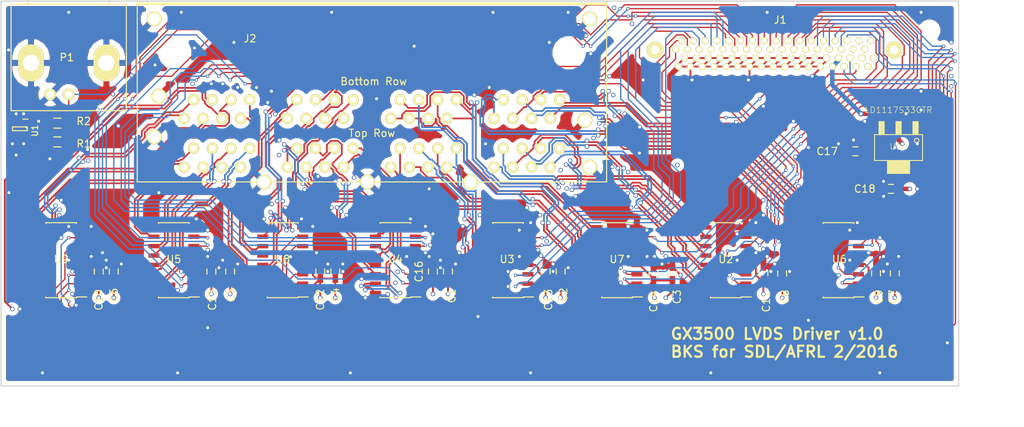
<source format=kicad_pcb>
(kicad_pcb (version 4) (host pcbnew 4.0.2-4+6225~38~ubuntu14.04.1-stable)
  (layers (0 F.Cu signal hide) (1 Gnd1.Cu power hide) (2 Gnd2.Cu power hide) (31 B.Cu signal hide) (35 F.Paste user) (36 B.SilkS user) (37 F.SilkS user) (38 B.Mask user) (39 F.Mask user) (44 Edge.Cuts user))
  (net 0 "")
  (net 1 VDD)
  (net 2 GND)
  (net 3 +5V)
  (net 4 "Net-(J1-Pad35)")
  (net 5 "Net-(J1-Pad29)")
  (net 6 "Net-(J1-Pad30)")
  (net 7 "Net-(J1-Pad31)")
  (net 8 "Net-(J1-Pad36)")
  (net 9 "Net-(J1-Pad37)")
  (net 10 "Net-(J1-Pad38)")
  (net 11 "Net-(J1-Pad39)")
  (net 12 "Net-(J1-Pad40)")
  (net 13 "Net-(J1-Pad41)")
  (net 14 "Net-(J1-Pad42)")
  (net 15 "Net-(J1-Pad43)")
  (net 16 "Net-(J1-Pad44)")
  (net 17 "Net-(J1-Pad45)")
  (net 18 "Net-(J1-Pad46)")
  (net 19 "Net-(J1-Pad47)")
  (net 20 "Net-(J1-Pad48)")
  (net 21 "Net-(J1-Pad49)")
  (net 22 "Net-(J1-Pad50)")
  (net 23 "Net-(J1-Pad51)")
  (net 24 "Net-(J1-Pad52)")
  (net 25 "Net-(J1-Pad53)")
  (net 26 "Net-(J1-Pad54)")
  (net 27 "Net-(J1-Pad55)")
  (net 28 "Net-(J1-Pad56)")
  (net 29 "Net-(J1-Pad57)")
  (net 30 "Net-(J1-Pad58)")
  (net 31 "Net-(J1-Pad59)")
  (net 32 "Net-(J1-Pad60)")
  (net 33 "Net-(J1-Pad61)")
  (net 34 "Net-(J1-Pad62)")
  (net 35 "Net-(J1-Pad63)")
  (net 36 "Net-(J1-Pad64)")
  (net 37 /E1-)
  (net 38 /E1+)
  (net 39 /E2+)
  (net 40 /E3-)
  (net 41 /E3+)
  (net 42 /E2-)
  (net 43 /E4-)
  (net 44 /E4+)
  (net 45 /J1-)
  (net 46 /F4+)
  (net 47 /K1-)
  (net 48 /G4+)
  (net 49 /L1-)
  (net 50 /H4+)
  (net 51 /M1-)
  (net 52 /J3+)
  (net 53 /F3-)
  (net 54 /K3+)
  (net 55 /G3-)
  (net 56 /L3+)
  (net 57 /H3-)
  (net 58 /M3+)
  (net 59 /J3-)
  (net 60 /F3+)
  (net 61 /K3-)
  (net 62 /G3+)
  (net 63 /L3-)
  (net 64 /H3+)
  (net 65 /M3-)
  (net 66 /J2+)
  (net 67 /F2-)
  (net 68 /K2+)
  (net 69 /G2-)
  (net 70 /L2+)
  (net 71 /H2-)
  (net 72 /M2+)
  (net 73 /J1+)
  (net 74 /F4-)
  (net 75 /K1+)
  (net 76 /G4-)
  (net 77 /L1+)
  (net 78 /H4-)
  (net 79 /M1+)
  (net 80 /J2-)
  (net 81 /F2+)
  (net 82 /K2-)
  (net 83 /G2+)
  (net 84 /L2-)
  (net 85 /H2+)
  (net 86 /M2-)
  (net 87 /J4+)
  (net 88 /F1-)
  (net 89 /K4+)
  (net 90 /G1-)
  (net 91 /L4+)
  (net 92 /H1-)
  (net 93 /M4+)
  (net 94 /J4-)
  (net 95 /F1+)
  (net 96 /K4-)
  (net 97 /G1+)
  (net 98 /L4-)
  (net 99 /H1+)
  (net 100 /M4-)
  (module AFRL_Footprints:Molex_7143X (layer F.Cu) (at 201.168 70.104 180)
    (fp_text reference J1 (at -0.762 4.064 180) (layer F.SilkS))
    (fp_text value SCSI_VHDCI)
    (pad 1 thru_hole circle (at 13 -2.25 180) (size 0.95504 0.95504) (drill 0.65) (layers *.Cu *.Mask F.SilkS) (net 2 GND))
    (pad 35 thru_hole circle (at 13.4 0.1 180) (size 0.95504 0.95504) (drill 0.65) (layers *.Cu *.Mask F.SilkS) (net 4 "Net-(J1-Pad35)"))
    (pad 2 thru_hole circle (at 12.2 -1.1 180) (size 0.95504 0.95504) (drill 0.65) (layers *.Cu *.Mask F.SilkS) (net 2 GND))
    (pad 3 thru_hole circle (at 11.4 -2.25 180) (size 0.95504 0.95504) (drill 0.65) (layers *.Cu *.Mask F.SilkS) (net 2 GND))
    (pad 4 thru_hole circle (at 10.6 -1.1 180) (size 0.95504 0.95504) (drill 0.65) (layers *.Cu *.Mask F.SilkS) (net 2 GND))
    (pad 5 thru_hole circle (at 9.8 -2.25 180) (size 0.95504 0.95504) (drill 0.65) (layers *.Cu *.Mask F.SilkS) (net 2 GND))
    (pad 6 thru_hole circle (at 9 -1.1 180) (size 0.95504 0.95504) (drill 0.65) (layers *.Cu *.Mask F.SilkS) (net 2 GND))
    (pad 7 thru_hole circle (at 8.2 -2.25 180) (size 0.95504 0.95504) (drill 0.65) (layers *.Cu *.Mask F.SilkS) (net 2 GND))
    (pad 8 thru_hole circle (at 7.4 -1.1 180) (size 0.95504 0.95504) (drill 0.65) (layers *.Cu *.Mask F.SilkS) (net 2 GND))
    (pad 9 thru_hole circle (at 6.6 -2.25 180) (size 0.95504 0.95504) (drill 0.65) (layers *.Cu *.Mask F.SilkS) (net 2 GND))
    (pad 10 thru_hole circle (at 5.8 -1.1 180) (size 0.95504 0.95504) (drill 0.65) (layers *.Cu *.Mask F.SilkS) (net 2 GND))
    (pad 11 thru_hole circle (at 5 -2.25 180) (size 0.95504 0.95504) (drill 0.65) (layers *.Cu *.Mask F.SilkS) (net 2 GND))
    (pad 12 thru_hole circle (at 4.2 -1.1 180) (size 0.95504 0.95504) (drill 0.65) (layers *.Cu *.Mask F.SilkS) (net 2 GND))
    (pad 13 thru_hole circle (at 3.4 -2.25 180) (size 0.95504 0.95504) (drill 0.65) (layers *.Cu *.Mask F.SilkS) (net 2 GND))
    (pad 14 thru_hole circle (at 2.6 -1.1 180) (size 0.95504 0.95504) (drill 0.65) (layers *.Cu *.Mask F.SilkS) (net 2 GND))
    (pad 15 thru_hole circle (at 1.8 -2.25 180) (size 0.95504 0.95504) (drill 0.65) (layers *.Cu *.Mask F.SilkS) (net 2 GND))
    (pad 16 thru_hole circle (at 1 -1.1 180) (size 0.95504 0.95504) (drill 0.65) (layers *.Cu *.Mask F.SilkS) (net 2 GND))
    (pad 17 thru_hole circle (at 0.2 -2.25 180) (size 0.95504 0.95504) (drill 0.65) (layers *.Cu *.Mask F.SilkS) (net 2 GND))
    (pad 18 thru_hole circle (at -0.6 -1.1 180) (size 0.95504 0.95504) (drill 0.65) (layers *.Cu *.Mask F.SilkS) (net 2 GND))
    (pad 19 thru_hole circle (at -1.4 -2.25 180) (size 0.95504 0.95504) (drill 0.65) (layers *.Cu *.Mask F.SilkS) (net 2 GND))
    (pad 20 thru_hole circle (at -2.2 -1.1 180) (size 0.95504 0.95504) (drill 0.65) (layers *.Cu *.Mask F.SilkS) (net 2 GND))
    (pad 21 thru_hole circle (at -3 -2.25 180) (size 0.95504 0.95504) (drill 0.65) (layers *.Cu *.Mask F.SilkS) (net 2 GND))
    (pad 22 thru_hole circle (at -3.8 -1.1 180) (size 0.95504 0.95504) (drill 0.65) (layers *.Cu *.Mask F.SilkS) (net 2 GND))
    (pad 23 thru_hole circle (at -4.6 -2.25 180) (size 0.95504 0.95504) (drill 0.65) (layers *.Cu *.Mask F.SilkS) (net 2 GND))
    (pad 24 thru_hole circle (at -5.4 -1.1 180) (size 0.95504 0.95504) (drill 0.65) (layers *.Cu *.Mask F.SilkS) (net 2 GND))
    (pad 25 thru_hole circle (at -6.2 -2.25 180) (size 0.95504 0.95504) (drill 0.65) (layers *.Cu *.Mask F.SilkS) (net 2 GND))
    (pad 26 thru_hole circle (at -7 -1.1 180) (size 0.95504 0.95504) (drill 0.65) (layers *.Cu *.Mask F.SilkS) (net 2 GND))
    (pad 27 thru_hole circle (at -7.8 -2.25 180) (size 0.95504 0.95504) (drill 0.65) (layers *.Cu *.Mask F.SilkS) (net 3 +5V))
    (pad 28 thru_hole circle (at -8.6 -1.1 180) (size 0.95504 0.95504) (drill 0.65) (layers *.Cu *.Mask F.SilkS) (net 3 +5V))
    (pad 29 thru_hole circle (at -9.4 -2.25 180) (size 0.95504 0.95504) (drill 0.65) (layers *.Cu *.Mask F.SilkS) (net 5 "Net-(J1-Pad29)"))
    (pad 30 thru_hole circle (at -10.2 -1.1 180) (size 0.95504 0.95504) (drill 0.65) (layers *.Cu *.Mask F.SilkS) (net 6 "Net-(J1-Pad30)"))
    (pad 31 thru_hole circle (at -11 -2.25 180) (size 0.95504 0.95504) (drill 0.65) (layers *.Cu *.Mask F.SilkS) (net 7 "Net-(J1-Pad31)"))
    (pad 32 thru_hole circle (at -11.8 -1.1 180) (size 0.95504 0.95504) (drill 0.65) (layers *.Cu *.Mask F.SilkS))
    (pad 33 thru_hole circle (at -12.6 -2.25 180) (size 0.95504 0.95504) (drill 0.65) (layers *.Cu *.Mask F.SilkS))
    (pad 34 thru_hole circle (at -13.4 -1.1 180) (size 0.95504 0.95504) (drill 0.65) (layers *.Cu *.Mask F.SilkS))
    (pad 36 thru_hole circle (at 12.6 1.25 180) (size 0.95504 0.95504) (drill 0.65) (layers *.Cu *.Mask F.SilkS) (net 8 "Net-(J1-Pad36)"))
    (pad 37 thru_hole circle (at 11.8 0.1 180) (size 0.95504 0.95504) (drill 0.65) (layers *.Cu *.Mask F.SilkS) (net 9 "Net-(J1-Pad37)"))
    (pad 38 thru_hole circle (at 11 1.25 180) (size 0.95504 0.95504) (drill 0.65) (layers *.Cu *.Mask F.SilkS) (net 10 "Net-(J1-Pad38)"))
    (pad 39 thru_hole circle (at 10.2 0.1 180) (size 0.95504 0.95504) (drill 0.65) (layers *.Cu *.Mask F.SilkS) (net 11 "Net-(J1-Pad39)"))
    (pad 40 thru_hole circle (at 9.4 1.25 180) (size 0.95504 0.95504) (drill 0.65) (layers *.Cu *.Mask F.SilkS) (net 12 "Net-(J1-Pad40)"))
    (pad 41 thru_hole circle (at 8.6 0.1 180) (size 0.95504 0.95504) (drill 0.65) (layers *.Cu *.Mask F.SilkS) (net 13 "Net-(J1-Pad41)"))
    (pad 42 thru_hole circle (at 7.8 1.25 180) (size 0.95504 0.95504) (drill 0.65) (layers *.Cu *.Mask F.SilkS) (net 14 "Net-(J1-Pad42)"))
    (pad 43 thru_hole circle (at 7 0.1 180) (size 0.95504 0.95504) (drill 0.65) (layers *.Cu *.Mask F.SilkS) (net 15 "Net-(J1-Pad43)"))
    (pad 44 thru_hole circle (at 6.2 1.25 180) (size 0.95504 0.95504) (drill 0.65) (layers *.Cu *.Mask F.SilkS) (net 16 "Net-(J1-Pad44)"))
    (pad 45 thru_hole circle (at 5.4 0.1 180) (size 0.95504 0.95504) (drill 0.65) (layers *.Cu *.Mask F.SilkS) (net 17 "Net-(J1-Pad45)"))
    (pad 46 thru_hole circle (at 4.6 1.25 180) (size 0.95504 0.95504) (drill 0.65) (layers *.Cu *.Mask F.SilkS) (net 18 "Net-(J1-Pad46)"))
    (pad 47 thru_hole circle (at 3.8 0.1 180) (size 0.95504 0.95504) (drill 0.65) (layers *.Cu *.Mask F.SilkS) (net 19 "Net-(J1-Pad47)"))
    (pad 48 thru_hole circle (at 3 1.25 180) (size 0.95504 0.95504) (drill 0.65) (layers *.Cu *.Mask F.SilkS) (net 20 "Net-(J1-Pad48)"))
    (pad 49 thru_hole circle (at 2.2 0.1 180) (size 0.95504 0.95504) (drill 0.65) (layers *.Cu *.Mask F.SilkS) (net 21 "Net-(J1-Pad49)"))
    (pad 50 thru_hole circle (at 1.4 1.25 180) (size 0.95504 0.95504) (drill 0.65) (layers *.Cu *.Mask F.SilkS) (net 22 "Net-(J1-Pad50)"))
    (pad 51 thru_hole circle (at 0.6 0.1 180) (size 0.95504 0.95504) (drill 0.65) (layers *.Cu *.Mask F.SilkS) (net 23 "Net-(J1-Pad51)"))
    (pad 52 thru_hole circle (at -0.2 1.25 180) (size 0.95504 0.95504) (drill 0.65) (layers *.Cu *.Mask F.SilkS) (net 24 "Net-(J1-Pad52)"))
    (pad 53 thru_hole circle (at -1 0.1 180) (size 0.95504 0.95504) (drill 0.65) (layers *.Cu *.Mask F.SilkS) (net 25 "Net-(J1-Pad53)"))
    (pad 54 thru_hole circle (at -1.8 1.25 180) (size 0.95504 0.95504) (drill 0.65) (layers *.Cu *.Mask F.SilkS) (net 26 "Net-(J1-Pad54)"))
    (pad 55 thru_hole circle (at -2.6 0.1 180) (size 0.95504 0.95504) (drill 0.65) (layers *.Cu *.Mask F.SilkS) (net 27 "Net-(J1-Pad55)"))
    (pad 56 thru_hole circle (at -3.4 1.25 180) (size 0.95504 0.95504) (drill 0.65) (layers *.Cu *.Mask F.SilkS) (net 28 "Net-(J1-Pad56)"))
    (pad 57 thru_hole circle (at -4.2 0.1 180) (size 0.95504 0.95504) (drill 0.65) (layers *.Cu *.Mask F.SilkS) (net 29 "Net-(J1-Pad57)"))
    (pad 58 thru_hole circle (at -5 1.25 180) (size 0.95504 0.95504) (drill 0.65) (layers *.Cu *.Mask F.SilkS) (net 30 "Net-(J1-Pad58)"))
    (pad 59 thru_hole circle (at -5.8 0.1 180) (size 0.95504 0.95504) (drill 0.65) (layers *.Cu *.Mask F.SilkS) (net 31 "Net-(J1-Pad59)"))
    (pad 60 thru_hole circle (at -6.6 1.25 180) (size 0.95504 0.95504) (drill 0.65) (layers *.Cu *.Mask F.SilkS) (net 32 "Net-(J1-Pad60)"))
    (pad 61 thru_hole circle (at -7.4 0.1 180) (size 0.95504 0.95504) (drill 0.65) (layers *.Cu *.Mask F.SilkS) (net 33 "Net-(J1-Pad61)"))
    (pad 62 thru_hole circle (at -8.2 1.25 180) (size 0.95504 0.95504) (drill 0.65) (layers *.Cu *.Mask F.SilkS) (net 34 "Net-(J1-Pad62)"))
    (pad 63 thru_hole circle (at -9 0.1 180) (size 0.95504 0.95504) (drill 0.65) (layers *.Cu *.Mask F.SilkS) (net 35 "Net-(J1-Pad63)"))
    (pad 64 thru_hole circle (at -9.8 1.25 180) (size 0.95504 0.95504) (drill 0.65) (layers *.Cu *.Mask F.SilkS) (net 36 "Net-(J1-Pad64)"))
    (pad 65 thru_hole circle (at -10.6 0.1 180) (size 0.95504 0.95504) (drill 0.65) (layers *.Cu *.Mask F.SilkS))
    (pad 66 thru_hole circle (at -11.4 1.25 180) (size 0.95504 0.95504) (drill 0.65) (layers *.Cu *.Mask F.SilkS))
    (pad 67 thru_hole circle (at -12.2 0.1 180) (size 0.95504 0.95504) (drill 0.65) (layers *.Cu *.Mask F.SilkS))
    (pad 68 thru_hole circle (at -13 1.25 180) (size 0.95504 0.95504) (drill 0.65) (layers *.Cu *.Mask F.SilkS))
    (pad "" thru_hole circle (at -16.18 0 180) (size 2.25 2.25) (drill 1.2) (layers *.Cu *.Mask F.SilkS))
    (pad "" thru_hole circle (at 16.17 0 180) (size 2.25 2.25) (drill 1.2) (layers *.Cu *.Mask F.SilkS))
    (pad "" np_thru_hole circle (at 20.95 2.63 180) (size 1.75 1.75) (drill 1.75) (layers *.Cu *.Mask))
    (pad "" np_thru_hole circle (at -20.95 2.63 180) (size 1.75 1.75) (drill 1.75) (layers *.Cu *.Mask))
  )
  (module AFRL_Footprints:Stewart_CT730079 (layer F.Cu) (at 145.948156 73.326648)
    (fp_text reference J2 (at -15.75 -4.75 180) (layer F.SilkS))
    (fp_text value RJ45_X8)
    (fp_text user "Top Row" (at 0.728844 8.038952 180) (layer F.SilkS))
    (fp_text user "Bottom Row" (at 0.978844 1.038952 180) (layer F.SilkS))
    (pad 1 thru_hole circle (at 17.246844 12.626952 180) (size 1.524 1.524) (drill 0.889) (layers *.Cu *.Mask F.SilkS) (net 37 /E1-))
    (pad 2 thru_hole circle (at 18.516844 10.086952 180) (size 1.524 1.524) (drill 0.889) (layers *.Cu *.Mask F.SilkS) (net 38 /E1+))
    (pad 3 thru_hole circle (at 19.786844 12.626952 180) (size 1.524 1.524) (drill 0.889) (layers *.Cu *.Mask F.SilkS) (net 39 /E2+))
    (pad 4 thru_hole circle (at 21.056844 10.086952 180) (size 1.524 1.524) (drill 0.889) (layers *.Cu *.Mask F.SilkS) (net 40 /E3-))
    (pad 5 thru_hole circle (at 22.326844 12.626952 180) (size 1.524 1.524) (drill 0.889) (layers *.Cu *.Mask F.SilkS) (net 41 /E3+))
    (pad 6 thru_hole circle (at 23.596844 10.086952 180) (size 1.524 1.524) (drill 0.889) (layers *.Cu *.Mask F.SilkS) (net 42 /E2-))
    (pad 7 thru_hole circle (at 24.866844 12.626952 180) (size 1.524 1.524) (drill 0.889) (layers *.Cu *.Mask F.SilkS) (net 43 /E4-))
    (pad 8 thru_hole circle (at 26.136844 10.086952 180) (size 1.524 1.524) (drill 0.889) (layers *.Cu *.Mask F.SilkS) (net 44 /E4+))
    (pad 33 thru_hole circle (at 26.136844 3.508352 180) (size 1.524 1.524) (drill 0.889) (layers *.Cu *.Mask F.SilkS) (net 45 /J1-))
    (pad 16 thru_hole circle (at 12.166844 10.086952 180) (size 1.524 1.524) (drill 0.889) (layers *.Cu *.Mask F.SilkS) (net 46 /F4+))
    (pad 41 thru_hole circle (at 12.166844 3.508352 180) (size 1.524 1.524) (drill 0.889) (layers *.Cu *.Mask F.SilkS) (net 47 /K1-))
    (pad 24 thru_hole circle (at -1.803156 10.086952 180) (size 1.524 1.524) (drill 0.889) (layers *.Cu *.Mask F.SilkS) (net 48 /G4+))
    (pad 49 thru_hole circle (at -1.803156 3.508352 180) (size 1.524 1.524) (drill 0.889) (layers *.Cu *.Mask F.SilkS) (net 49 /L1-))
    (pad 32 thru_hole circle (at -15.773156 10.086952 180) (size 1.524 1.524) (drill 0.889) (layers *.Cu *.Mask F.SilkS) (net 50 /H4+))
    (pad 57 thru_hole circle (at -15.773156 3.508352 180) (size 1.524 1.524) (drill 0.889) (layers *.Cu *.Mask F.SilkS) (net 51 /M1-))
    (pad 37 thru_hole circle (at 21.056844 3.508352 180) (size 1.524 1.524) (drill 0.889) (layers *.Cu *.Mask F.SilkS) (net 52 /J3+))
    (pad 12 thru_hole circle (at 7.086844 10.086952 180) (size 1.524 1.524) (drill 0.889) (layers *.Cu *.Mask F.SilkS) (net 53 /F3-))
    (pad 45 thru_hole circle (at 7.086844 3.508352 180) (size 1.524 1.524) (drill 0.889) (layers *.Cu *.Mask F.SilkS) (net 54 /K3+))
    (pad 20 thru_hole circle (at -6.883156 10.086952 180) (size 1.524 1.524) (drill 0.889) (layers *.Cu *.Mask F.SilkS) (net 55 /G3-))
    (pad 53 thru_hole circle (at -6.883156 3.508352 180) (size 1.524 1.524) (drill 0.889) (layers *.Cu *.Mask F.SilkS) (net 56 /L3+))
    (pad 28 thru_hole circle (at -20.853156 10.086952 180) (size 1.524 1.524) (drill 0.889) (layers *.Cu *.Mask F.SilkS) (net 57 /H3-))
    (pad 61 thru_hole circle (at -20.853156 3.508352 180) (size 1.524 1.524) (drill 0.889) (layers *.Cu *.Mask F.SilkS) (net 58 /M3+))
    (pad 36 thru_hole circle (at 22.326844 6.048352 180) (size 1.524 1.524) (drill 0.889) (layers *.Cu *.Mask F.SilkS) (net 59 /J3-))
    (pad 13 thru_hole circle (at 8.356844 12.626952 180) (size 1.524 1.524) (drill 0.889) (layers *.Cu *.Mask F.SilkS) (net 60 /F3+))
    (pad 44 thru_hole circle (at 8.356844 6.048352 180) (size 1.524 1.524) (drill 0.889) (layers *.Cu *.Mask F.SilkS) (net 61 /K3-))
    (pad 21 thru_hole circle (at -5.613156 12.626952 180) (size 1.524 1.524) (drill 0.889) (layers *.Cu *.Mask F.SilkS) (net 62 /G3+))
    (pad 52 thru_hole circle (at -5.613156 6.048352 180) (size 1.524 1.524) (drill 0.889) (layers *.Cu *.Mask F.SilkS) (net 63 /L3-))
    (pad 29 thru_hole circle (at -19.583156 12.626952 180) (size 1.524 1.524) (drill 0.889) (layers *.Cu *.Mask F.SilkS) (net 64 /H3+))
    (pad 60 thru_hole circle (at -19.583156 6.048352 180) (size 1.524 1.524) (drill 0.889) (layers *.Cu *.Mask F.SilkS) (net 65 /M3-))
    (pad 35 thru_hole circle (at 23.596844 3.508352 180) (size 1.524 1.524) (drill 0.889) (layers *.Cu *.Mask F.SilkS) (net 66 /J2+))
    (pad 14 thru_hole circle (at 9.626844 10.086952 180) (size 1.524 1.524) (drill 0.889) (layers *.Cu *.Mask F.SilkS) (net 67 /F2-))
    (pad 43 thru_hole circle (at 9.626844 3.508352 180) (size 1.524 1.524) (drill 0.889) (layers *.Cu *.Mask F.SilkS) (net 68 /K2+))
    (pad 22 thru_hole circle (at -4.343156 10.086952 180) (size 1.524 1.524) (drill 0.889) (layers *.Cu *.Mask F.SilkS) (net 69 /G2-))
    (pad 51 thru_hole circle (at -4.343156 3.508352 180) (size 1.524 1.524) (drill 0.889) (layers *.Cu *.Mask F.SilkS) (net 70 /L2+))
    (pad 30 thru_hole circle (at -18.313156 10.086952 180) (size 1.524 1.524) (drill 0.889) (layers *.Cu *.Mask F.SilkS) (net 71 /H2-))
    (pad 59 thru_hole circle (at -18.313156 3.508352 180) (size 1.524 1.524) (drill 0.889) (layers *.Cu *.Mask F.SilkS) (net 72 /M2+))
    (pad 34 thru_hole circle (at 24.866844 6.048352 180) (size 1.524 1.524) (drill 0.889) (layers *.Cu *.Mask F.SilkS) (net 73 /J1+))
    (pad 15 thru_hole circle (at 10.896844 12.626952 180) (size 1.524 1.524) (drill 0.889) (layers *.Cu *.Mask F.SilkS) (net 74 /F4-))
    (pad 42 thru_hole circle (at 10.896844 6.048352 180) (size 1.524 1.524) (drill 0.889) (layers *.Cu *.Mask F.SilkS) (net 75 /K1+))
    (pad 23 thru_hole circle (at -3.073156 12.626952 180) (size 1.524 1.524) (drill 0.889) (layers *.Cu *.Mask F.SilkS) (net 76 /G4-))
    (pad 50 thru_hole circle (at -3.073156 6.048352 180) (size 1.524 1.524) (drill 0.889) (layers *.Cu *.Mask F.SilkS) (net 77 /L1+))
    (pad 31 thru_hole circle (at -17.043156 12.626952 180) (size 1.524 1.524) (drill 0.889) (layers *.Cu *.Mask F.SilkS) (net 78 /H4-))
    (pad 58 thru_hole circle (at -17.043156 6.048352 180) (size 1.524 1.524) (drill 0.889) (layers *.Cu *.Mask F.SilkS) (net 79 /M1+))
    (pad 38 thru_hole circle (at 19.786844 6.048352 180) (size 1.524 1.524) (drill 0.889) (layers *.Cu *.Mask F.SilkS) (net 80 /J2-))
    (pad 11 thru_hole circle (at 5.816844 12.626952 180) (size 1.524 1.524) (drill 0.889) (layers *.Cu *.Mask F.SilkS) (net 81 /F2+))
    (pad 46 thru_hole circle (at 5.816844 6.048352 180) (size 1.524 1.524) (drill 0.889) (layers *.Cu *.Mask F.SilkS) (net 82 /K2-))
    (pad 19 thru_hole circle (at -8.153156 12.626952 180) (size 1.524 1.524) (drill 0.889) (layers *.Cu *.Mask F.SilkS) (net 83 /G2+))
    (pad 54 thru_hole circle (at -8.153156 6.048352 180) (size 1.524 1.524) (drill 0.889) (layers *.Cu *.Mask F.SilkS) (net 84 /L2-))
    (pad 27 thru_hole circle (at -22.123156 12.626952 180) (size 1.524 1.524) (drill 0.889) (layers *.Cu *.Mask F.SilkS) (net 85 /H2+))
    (pad 62 thru_hole circle (at -22.123156 6.048352 180) (size 1.524 1.524) (drill 0.889) (layers *.Cu *.Mask F.SilkS) (net 86 /M2-))
    (pad 40 thru_hole circle (at 17.246844 6.048352 180) (size 1.524 1.524) (drill 0.889) (layers *.Cu *.Mask F.SilkS) (net 87 /J4+))
    (pad 9 thru_hole circle (at 3.276844 12.626952 180) (size 1.524 1.524) (drill 0.889) (layers *.Cu *.Mask F.SilkS) (net 88 /F1-))
    (pad 48 thru_hole circle (at 3.276844 6.048352 180) (size 1.524 1.524) (drill 0.889) (layers *.Cu *.Mask F.SilkS) (net 89 /K4+))
    (pad 17 thru_hole circle (at -10.693156 12.626952 180) (size 1.524 1.524) (drill 0.889) (layers *.Cu *.Mask F.SilkS) (net 90 /G1-))
    (pad 56 thru_hole circle (at -10.693156 6.048352 180) (size 1.524 1.524) (drill 0.889) (layers *.Cu *.Mask F.SilkS) (net 91 /L4+))
    (pad 25 thru_hole circle (at -24.663156 12.626952 180) (size 1.524 1.524) (drill 0.889) (layers *.Cu *.Mask F.SilkS) (net 92 /H1-))
    (pad 64 thru_hole circle (at -24.663156 6.048352 180) (size 1.524 1.524) (drill 0.889) (layers *.Cu *.Mask F.SilkS) (net 93 /M4+))
    (pad 39 thru_hole circle (at 18.516844 3.508352 180) (size 1.524 1.524) (drill 0.889) (layers *.Cu *.Mask F.SilkS) (net 94 /J4-))
    (pad 10 thru_hole circle (at 4.546844 10.086952 180) (size 1.524 1.524) (drill 0.889) (layers *.Cu *.Mask F.SilkS) (net 95 /F1+))
    (pad 47 thru_hole circle (at 4.546844 3.508352 180) (size 1.524 1.524) (drill 0.889) (layers *.Cu *.Mask F.SilkS) (net 96 /K4-))
    (pad 18 thru_hole circle (at -9.423156 10.086952 180) (size 1.524 1.524) (drill 0.889) (layers *.Cu *.Mask F.SilkS) (net 97 /G1+))
    (pad 55 thru_hole circle (at -9.423156 3.508352 180) (size 1.524 1.524) (drill 0.889) (layers *.Cu *.Mask F.SilkS) (net 98 /L4-))
    (pad 26 thru_hole circle (at -23.393156 10.086952 180) (size 1.524 1.524) (drill 0.889) (layers *.Cu *.Mask F.SilkS) (net 99 /H1+))
    (pad 63 thru_hole circle (at -23.393156 3.508352 180) (size 1.524 1.524) (drill 0.889) (layers *.Cu *.Mask F.SilkS) (net 100 /M4-))
    (pad GND thru_hole circle (at 30.200844 12.626952 180) (size 2.032 2.032) (drill 1.5748) (layers *.Cu *.Mask F.SilkS) (net 2 GND))
    (pad "" np_thru_hole circle (at 27.406844 -2.841648 180) (size 3.2766 3.2766) (drill 3.2766) (layers *.Cu *.Mask F.SilkS))
    (pad "" np_thru_hole circle (at -25.933156 -2.841648 180) (size 3.2766 3.2766) (drill 3.2766) (layers *.Cu *.Mask F.SilkS))
    (pad GND thru_hole circle (at 14.071844 14.633552 180) (size 2.032 2.032) (drill 1.5748) (layers *.Cu *.Mask F.SilkS) (net 2 GND))
    (pad GND thru_hole circle (at 0.101844 14.633552 180) (size 2.032 2.032) (drill 1.5748) (layers *.Cu *.Mask F.SilkS) (net 2 GND))
    (pad GND thru_hole circle (at -13.868156 14.633552 180) (size 2.032 2.032) (drill 1.5748) (layers *.Cu *.Mask F.SilkS) (net 2 GND))
    (pad GND thru_hole circle (at 30.200844 -7.413648 180) (size 2.032 2.032) (drill 1.5748) (layers *.Cu *.Mask F.SilkS) (net 2 GND))
    (pad GND thru_hole circle (at 29.540444 6.302352 180) (size 2.032 2.032) (drill 1.5748) (layers *.Cu *.Mask F.SilkS) (net 2 GND))
    (pad GND thru_hole circle (at -28.727156 8.537552 180) (size 2.032 2.032) (drill 1.5748) (layers *.Cu *.Mask F.SilkS) (net 2 GND))
    (pad GND thru_hole circle (at -28.727156 -7.413648 180) (size 2.032 2.032) (drill 1.5748) (layers *.Cu *.Mask F.SilkS) (net 2 GND))
    (pad GND thru_hole circle (at -28.066756 3.025752 180) (size 2.032 2.032) (drill 1.5748) (layers *.Cu *.Mask F.SilkS) (net 2 GND))
  )
  (module Housings_SOIC:SOIC-16_3.9x9.9mm_Pitch1.27mm (layer F.Cu) (at 134.62 98.552 180)
    (fp_text reference U8 (at 0 0.127 180) (layer F.SilkS))
    (fp_text value SN65LVDS047)
    (pad 1 smd rect (at -2.7 -4.445 180) (size 1.5 0.6) (layers F.Cu F.Paste F.Mask) (net 1 VDD))
    (pad 2 smd rect (at -2.7 -3.175 180) (size 1.5 0.6) (layers F.Cu F.Paste F.Mask) (net 31 "Net-(J1-Pad59)"))
    (pad 3 smd rect (at -2.7 -1.905 180) (size 1.5 0.6) (layers F.Cu F.Paste F.Mask) (net 32 "Net-(J1-Pad60)"))
    (pad 4 smd rect (at -2.7 -0.635 180) (size 1.5 0.6) (layers F.Cu F.Paste F.Mask) (net 1 VDD))
    (pad 5 smd rect (at -2.7 0.635 180) (size 1.5 0.6) (layers F.Cu F.Paste F.Mask) (net 2 GND))
    (pad 6 smd rect (at -2.7 1.905 180) (size 1.5 0.6) (layers F.Cu F.Paste F.Mask) (net 33 "Net-(J1-Pad61)"))
    (pad 7 smd rect (at -2.7 3.175 180) (size 1.5 0.6) (layers F.Cu F.Paste F.Mask) (net 34 "Net-(J1-Pad62)"))
    (pad 8 smd rect (at -2.7 4.445 180) (size 1.5 0.6) (layers F.Cu F.Paste F.Mask) (net 2 GND))
    (pad 9 smd rect (at 2.7 4.445 180) (size 1.5 0.6) (layers F.Cu F.Paste F.Mask) (net 49 /L1-))
    (pad 10 smd rect (at 2.7 3.175 180) (size 1.5 0.6) (layers F.Cu F.Paste F.Mask) (net 77 /L1+))
    (pad 11 smd rect (at 2.7 1.905 180) (size 1.5 0.6) (layers F.Cu F.Paste F.Mask) (net 70 /L2+))
    (pad 12 smd rect (at 2.7 0.635 180) (size 1.5 0.6) (layers F.Cu F.Paste F.Mask) (net 84 /L2-))
    (pad 13 smd rect (at 2.7 -0.635 180) (size 1.5 0.6) (layers F.Cu F.Paste F.Mask) (net 63 /L3-))
    (pad 14 smd rect (at 2.7 -1.905 180) (size 1.5 0.6) (layers F.Cu F.Paste F.Mask) (net 56 /L3+))
    (pad 15 smd rect (at 2.7 -3.175 180) (size 1.5 0.6) (layers F.Cu F.Paste F.Mask) (net 91 /L4+))
    (pad 16 smd rect (at 2.7 -4.445 180) (size 1.5 0.6) (layers F.Cu F.Paste F.Mask) (net 98 /L4-))
  )
  (module Housings_SOIC:SOIC-16_3.9x9.9mm_Pitch1.27mm (layer F.Cu) (at 149.86 98.552 180)
    (fp_text reference U4 (at 0 0.127 180) (layer F.SilkS))
    (fp_text value SN65LVDS047)
    (pad 1 smd rect (at -2.7 -4.445 180) (size 1.5 0.6) (layers F.Cu F.Paste F.Mask) (net 1 VDD))
    (pad 2 smd rect (at -2.7 -3.175 180) (size 1.5 0.6) (layers F.Cu F.Paste F.Mask) (net 15 "Net-(J1-Pad43)"))
    (pad 3 smd rect (at -2.7 -1.905 180) (size 1.5 0.6) (layers F.Cu F.Paste F.Mask) (net 16 "Net-(J1-Pad44)"))
    (pad 4 smd rect (at -2.7 -0.635 180) (size 1.5 0.6) (layers F.Cu F.Paste F.Mask) (net 1 VDD))
    (pad 5 smd rect (at -2.7 0.635 180) (size 1.5 0.6) (layers F.Cu F.Paste F.Mask) (net 2 GND))
    (pad 6 smd rect (at -2.7 1.905 180) (size 1.5 0.6) (layers F.Cu F.Paste F.Mask) (net 17 "Net-(J1-Pad45)"))
    (pad 7 smd rect (at -2.7 3.175 180) (size 1.5 0.6) (layers F.Cu F.Paste F.Mask) (net 18 "Net-(J1-Pad46)"))
    (pad 8 smd rect (at -2.7 4.445 180) (size 1.5 0.6) (layers F.Cu F.Paste F.Mask) (net 2 GND))
    (pad 9 smd rect (at 2.7 4.445 180) (size 1.5 0.6) (layers F.Cu F.Paste F.Mask) (net 90 /G1-))
    (pad 10 smd rect (at 2.7 3.175 180) (size 1.5 0.6) (layers F.Cu F.Paste F.Mask) (net 97 /G1+))
    (pad 11 smd rect (at 2.7 1.905 180) (size 1.5 0.6) (layers F.Cu F.Paste F.Mask) (net 83 /G2+))
    (pad 12 smd rect (at 2.7 0.635 180) (size 1.5 0.6) (layers F.Cu F.Paste F.Mask) (net 69 /G2-))
    (pad 13 smd rect (at 2.7 -0.635 180) (size 1.5 0.6) (layers F.Cu F.Paste F.Mask) (net 55 /G3-))
    (pad 14 smd rect (at 2.7 -1.905 180) (size 1.5 0.6) (layers F.Cu F.Paste F.Mask) (net 62 /G3+))
    (pad 15 smd rect (at 2.7 -3.175 180) (size 1.5 0.6) (layers F.Cu F.Paste F.Mask) (net 48 /G4+))
    (pad 16 smd rect (at 2.7 -4.445 180) (size 1.5 0.6) (layers F.Cu F.Paste F.Mask) (net 76 /G4-))
  )
  (module AFRL_Footprints:SOT223_FROM_AB2 (layer F.Cu) (at 217.932 83.312 180)
    (fp_text reference U10 (at 0 0.127 180) (layer F.SilkS) (effects (font (size 0.8128 0.8128) (thickness 0.0762))))
    (fp_text value LD1117S33CTR (at 0 5.08 180) (layer F.SilkS) (effects (font (size 0.8128 0.8128) (thickness 0.0762))))
    (pad 2 smd rect (at 0 -2.9 180) (size 3.25 2.15) (layers F.Cu F.Paste F.Mask) (net 1 VDD))
    (pad 1 smd rect (at -2.3 2.9 180) (size 0.95 2.15) (layers F.Cu F.Paste F.Mask) (net 2 GND))
    (pad 2 smd rect (at 0 2.9 180) (size 0.95 2.15) (layers F.Cu F.Paste F.Mask) (net 1 VDD))
    (pad 3 smd rect (at 2.3 2.9 180) (size 0.95 2.15) (layers F.Cu F.Paste F.Mask) (net 3 +5V))
  )
  (module Housings_SOIC:SOIC-16_3.9x9.9mm_Pitch1.27mm (layer F.Cu) (at 194.564 98.552 180)
    (fp_text reference U2 (at 0 0.127 180) (layer F.SilkS))
    (fp_text value SN65LVDS047)
    (pad 1 smd rect (at -2.7 -4.445 180) (size 1.5 0.6) (layers F.Cu F.Paste F.Mask) (net 1 VDD))
    (pad 2 smd rect (at -2.7 -3.175 180) (size 1.5 0.6) (layers F.Cu F.Paste F.Mask) (net 4 "Net-(J1-Pad35)"))
    (pad 3 smd rect (at -2.7 -1.905 180) (size 1.5 0.6) (layers F.Cu F.Paste F.Mask) (net 8 "Net-(J1-Pad36)"))
    (pad 4 smd rect (at -2.7 -0.635 180) (size 1.5 0.6) (layers F.Cu F.Paste F.Mask) (net 1 VDD))
    (pad 5 smd rect (at -2.7 0.635 180) (size 1.5 0.6) (layers F.Cu F.Paste F.Mask) (net 2 GND))
    (pad 6 smd rect (at -2.7 1.905 180) (size 1.5 0.6) (layers F.Cu F.Paste F.Mask) (net 9 "Net-(J1-Pad37)"))
    (pad 7 smd rect (at -2.7 3.175 180) (size 1.5 0.6) (layers F.Cu F.Paste F.Mask) (net 10 "Net-(J1-Pad38)"))
    (pad 8 smd rect (at -2.7 4.445 180) (size 1.5 0.6) (layers F.Cu F.Paste F.Mask) (net 2 GND))
    (pad 9 smd rect (at 2.7 4.445 180) (size 1.5 0.6) (layers F.Cu F.Paste F.Mask) (net 37 /E1-))
    (pad 10 smd rect (at 2.7 3.175 180) (size 1.5 0.6) (layers F.Cu F.Paste F.Mask) (net 38 /E1+))
    (pad 11 smd rect (at 2.7 1.905 180) (size 1.5 0.6) (layers F.Cu F.Paste F.Mask) (net 39 /E2+))
    (pad 12 smd rect (at 2.7 0.635 180) (size 1.5 0.6) (layers F.Cu F.Paste F.Mask) (net 42 /E2-))
    (pad 13 smd rect (at 2.7 -0.635 180) (size 1.5 0.6) (layers F.Cu F.Paste F.Mask) (net 40 /E3-))
    (pad 14 smd rect (at 2.7 -1.905 180) (size 1.5 0.6) (layers F.Cu F.Paste F.Mask) (net 41 /E3+))
    (pad 15 smd rect (at 2.7 -3.175 180) (size 1.5 0.6) (layers F.Cu F.Paste F.Mask) (net 44 /E4+))
    (pad 16 smd rect (at 2.7 -4.445 180) (size 1.5 0.6) (layers F.Cu F.Paste F.Mask) (net 43 /E4-))
  )
  (module Housings_SOIC:SOIC-16_3.9x9.9mm_Pitch1.27mm (layer F.Cu) (at 179.832 98.552 180)
    (fp_text reference U7 (at 0 0.127 180) (layer F.SilkS))
    (fp_text value SN65LVDS047)
    (pad 1 smd rect (at -2.7 -4.445 180) (size 1.5 0.6) (layers F.Cu F.Paste F.Mask) (net 1 VDD))
    (pad 2 smd rect (at -2.7 -3.175 180) (size 1.5 0.6) (layers F.Cu F.Paste F.Mask) (net 27 "Net-(J1-Pad55)"))
    (pad 3 smd rect (at -2.7 -1.905 180) (size 1.5 0.6) (layers F.Cu F.Paste F.Mask) (net 28 "Net-(J1-Pad56)"))
    (pad 4 smd rect (at -2.7 -0.635 180) (size 1.5 0.6) (layers F.Cu F.Paste F.Mask) (net 1 VDD))
    (pad 5 smd rect (at -2.7 0.635 180) (size 1.5 0.6) (layers F.Cu F.Paste F.Mask) (net 2 GND))
    (pad 6 smd rect (at -2.7 1.905 180) (size 1.5 0.6) (layers F.Cu F.Paste F.Mask) (net 29 "Net-(J1-Pad57)"))
    (pad 7 smd rect (at -2.7 3.175 180) (size 1.5 0.6) (layers F.Cu F.Paste F.Mask) (net 30 "Net-(J1-Pad58)"))
    (pad 8 smd rect (at -2.7 4.445 180) (size 1.5 0.6) (layers F.Cu F.Paste F.Mask) (net 2 GND))
    (pad 9 smd rect (at 2.7 4.445 180) (size 1.5 0.6) (layers F.Cu F.Paste F.Mask) (net 47 /K1-))
    (pad 10 smd rect (at 2.7 3.175 180) (size 1.5 0.6) (layers F.Cu F.Paste F.Mask) (net 75 /K1+))
    (pad 11 smd rect (at 2.7 1.905 180) (size 1.5 0.6) (layers F.Cu F.Paste F.Mask) (net 68 /K2+))
    (pad 12 smd rect (at 2.7 0.635 180) (size 1.5 0.6) (layers F.Cu F.Paste F.Mask) (net 82 /K2-))
    (pad 13 smd rect (at 2.7 -0.635 180) (size 1.5 0.6) (layers F.Cu F.Paste F.Mask) (net 61 /K3-))
    (pad 14 smd rect (at 2.7 -1.905 180) (size 1.5 0.6) (layers F.Cu F.Paste F.Mask) (net 54 /K3+))
    (pad 15 smd rect (at 2.7 -3.175 180) (size 1.5 0.6) (layers F.Cu F.Paste F.Mask) (net 89 /K4+))
    (pad 16 smd rect (at 2.7 -4.445 180) (size 1.5 0.6) (layers F.Cu F.Paste F.Mask) (net 96 /K4-))
  )
  (module Housings_SOIC:SOIC-16_3.9x9.9mm_Pitch1.27mm (layer F.Cu) (at 165.1 98.552 180)
    (fp_text reference U3 (at 0.127 0.127 180) (layer F.SilkS))
    (fp_text value SN65LVDS047)
    (pad 1 smd rect (at -2.7 -4.445 180) (size 1.5 0.6) (layers F.Cu F.Paste F.Mask) (net 1 VDD))
    (pad 2 smd rect (at -2.7 -3.175 180) (size 1.5 0.6) (layers F.Cu F.Paste F.Mask) (net 11 "Net-(J1-Pad39)"))
    (pad 3 smd rect (at -2.7 -1.905 180) (size 1.5 0.6) (layers F.Cu F.Paste F.Mask) (net 12 "Net-(J1-Pad40)"))
    (pad 4 smd rect (at -2.7 -0.635 180) (size 1.5 0.6) (layers F.Cu F.Paste F.Mask) (net 1 VDD))
    (pad 5 smd rect (at -2.7 0.635 180) (size 1.5 0.6) (layers F.Cu F.Paste F.Mask) (net 2 GND))
    (pad 6 smd rect (at -2.7 1.905 180) (size 1.5 0.6) (layers F.Cu F.Paste F.Mask) (net 13 "Net-(J1-Pad41)"))
    (pad 7 smd rect (at -2.7 3.175 180) (size 1.5 0.6) (layers F.Cu F.Paste F.Mask) (net 14 "Net-(J1-Pad42)"))
    (pad 8 smd rect (at -2.7 4.445 180) (size 1.5 0.6) (layers F.Cu F.Paste F.Mask) (net 2 GND))
    (pad 9 smd rect (at 2.7 4.445 180) (size 1.5 0.6) (layers F.Cu F.Paste F.Mask) (net 88 /F1-))
    (pad 10 smd rect (at 2.7 3.175 180) (size 1.5 0.6) (layers F.Cu F.Paste F.Mask) (net 95 /F1+))
    (pad 11 smd rect (at 2.7 1.905 180) (size 1.5 0.6) (layers F.Cu F.Paste F.Mask) (net 81 /F2+))
    (pad 12 smd rect (at 2.7 0.635 180) (size 1.5 0.6) (layers F.Cu F.Paste F.Mask) (net 67 /F2-))
    (pad 13 smd rect (at 2.7 -0.635 180) (size 1.5 0.6) (layers F.Cu F.Paste F.Mask) (net 53 /F3-))
    (pad 14 smd rect (at 2.7 -1.905 180) (size 1.5 0.6) (layers F.Cu F.Paste F.Mask) (net 60 /F3+))
    (pad 15 smd rect (at 2.7 -3.175 180) (size 1.5 0.6) (layers F.Cu F.Paste F.Mask) (net 46 /F4+))
    (pad 16 smd rect (at 2.7 -4.445 180) (size 1.5 0.6) (layers F.Cu F.Paste F.Mask) (net 74 /F4-))
  )
  (module Housings_SOIC:SOIC-16_3.9x9.9mm_Pitch1.27mm (layer F.Cu) (at 104.648 98.552 180)
    (fp_text reference U9 (at 0 0.127 180) (layer F.SilkS))
    (fp_text value SN65LVDS047)
    (pad 1 smd rect (at -2.7 -4.445 180) (size 1.5 0.6) (layers F.Cu F.Paste F.Mask) (net 1 VDD))
    (pad 2 smd rect (at -2.7 -3.175 180) (size 1.5 0.6) (layers F.Cu F.Paste F.Mask) (net 5 "Net-(J1-Pad29)"))
    (pad 3 smd rect (at -2.7 -1.905 180) (size 1.5 0.6) (layers F.Cu F.Paste F.Mask) (net 35 "Net-(J1-Pad63)"))
    (pad 4 smd rect (at -2.7 -0.635 180) (size 1.5 0.6) (layers F.Cu F.Paste F.Mask) (net 1 VDD))
    (pad 5 smd rect (at -2.7 0.635 180) (size 1.5 0.6) (layers F.Cu F.Paste F.Mask) (net 2 GND))
    (pad 6 smd rect (at -2.7 1.905 180) (size 1.5 0.6) (layers F.Cu F.Paste F.Mask) (net 6 "Net-(J1-Pad30)"))
    (pad 7 smd rect (at -2.7 3.175 180) (size 1.5 0.6) (layers F.Cu F.Paste F.Mask) (net 36 "Net-(J1-Pad64)"))
    (pad 8 smd rect (at -2.7 4.445 180) (size 1.5 0.6) (layers F.Cu F.Paste F.Mask) (net 2 GND))
    (pad 9 smd rect (at 2.7 4.445 180) (size 1.5 0.6) (layers F.Cu F.Paste F.Mask) (net 51 /M1-))
    (pad 10 smd rect (at 2.7 3.175 180) (size 1.5 0.6) (layers F.Cu F.Paste F.Mask) (net 79 /M1+))
    (pad 11 smd rect (at 2.7 1.905 180) (size 1.5 0.6) (layers F.Cu F.Paste F.Mask) (net 72 /M2+))
    (pad 12 smd rect (at 2.7 0.635 180) (size 1.5 0.6) (layers F.Cu F.Paste F.Mask) (net 86 /M2-))
    (pad 13 smd rect (at 2.7 -0.635 180) (size 1.5 0.6) (layers F.Cu F.Paste F.Mask) (net 65 /M3-))
    (pad 14 smd rect (at 2.7 -1.905 180) (size 1.5 0.6) (layers F.Cu F.Paste F.Mask) (net 58 /M3+))
    (pad 15 smd rect (at 2.7 -3.175 180) (size 1.5 0.6) (layers F.Cu F.Paste F.Mask) (net 93 /M4+))
    (pad 16 smd rect (at 2.7 -4.445 180) (size 1.5 0.6) (layers F.Cu F.Paste F.Mask) (net 100 /M4-))
  )
  (module Housings_SOIC:SOIC-16_3.9x9.9mm_Pitch1.27mm (layer F.Cu) (at 119.888 98.552 180)
    (fp_text reference U5 (at 0 0.127 180) (layer F.SilkS))
    (fp_text value SN65LVDS047)
    (pad 1 smd rect (at -2.7 -4.445 180) (size 1.5 0.6) (layers F.Cu F.Paste F.Mask) (net 1 VDD))
    (pad 2 smd rect (at -2.7 -3.175 180) (size 1.5 0.6) (layers F.Cu F.Paste F.Mask) (net 19 "Net-(J1-Pad47)"))
    (pad 3 smd rect (at -2.7 -1.905 180) (size 1.5 0.6) (layers F.Cu F.Paste F.Mask) (net 20 "Net-(J1-Pad48)"))
    (pad 4 smd rect (at -2.7 -0.635 180) (size 1.5 0.6) (layers F.Cu F.Paste F.Mask) (net 1 VDD))
    (pad 5 smd rect (at -2.7 0.635 180) (size 1.5 0.6) (layers F.Cu F.Paste F.Mask) (net 2 GND))
    (pad 6 smd rect (at -2.7 1.905 180) (size 1.5 0.6) (layers F.Cu F.Paste F.Mask) (net 21 "Net-(J1-Pad49)"))
    (pad 7 smd rect (at -2.7 3.175 180) (size 1.5 0.6) (layers F.Cu F.Paste F.Mask) (net 22 "Net-(J1-Pad50)"))
    (pad 8 smd rect (at -2.7 4.445 180) (size 1.5 0.6) (layers F.Cu F.Paste F.Mask) (net 2 GND))
    (pad 9 smd rect (at 2.7 4.445 180) (size 1.5 0.6) (layers F.Cu F.Paste F.Mask) (net 92 /H1-))
    (pad 10 smd rect (at 2.7 3.175 180) (size 1.5 0.6) (layers F.Cu F.Paste F.Mask) (net 99 /H1+))
    (pad 11 smd rect (at 2.7 1.905 180) (size 1.5 0.6) (layers F.Cu F.Paste F.Mask) (net 85 /H2+))
    (pad 12 smd rect (at 2.7 0.635 180) (size 1.5 0.6) (layers F.Cu F.Paste F.Mask) (net 71 /H2-))
    (pad 13 smd rect (at 2.7 -0.635 180) (size 1.5 0.6) (layers F.Cu F.Paste F.Mask) (net 57 /H3-))
    (pad 14 smd rect (at 2.7 -1.905 180) (size 1.5 0.6) (layers F.Cu F.Paste F.Mask) (net 64 /H3+))
    (pad 15 smd rect (at 2.7 -3.175 180) (size 1.5 0.6) (layers F.Cu F.Paste F.Mask) (net 50 /H4+))
    (pad 16 smd rect (at 2.7 -4.445 180) (size 1.5 0.6) (layers F.Cu F.Paste F.Mask) (net 78 /H4-))
  )
  (module Sockets_BNC:BNC_Socket_TYCO-AMP (layer F.Cu) (at 105.664 71.12)
    (fp_text reference P1 (at -0.254 0) (layer F.SilkS))
    (fp_text value BNC)
    (pad 2 thru_hole oval (at -5.09778 0.7366) (size 3.50012 5.00126) (drill 2.19964) (layers *.Cu *.Mask F.SilkS) (net 2 GND))
    (pad 2 thru_hole oval (at 5.10032 0.7366) (size 3.50012 5.00126) (drill 2.19964) (layers *.Cu *.Mask F.SilkS) (net 2 GND))
    (pad 1 thru_hole circle (at 0 5.00126) (size 1.6002 1.6002) (drill 1.00076) (layers *.Cu *.Mask F.SilkS) (net 7 "Net-(J1-Pad31)"))
    (pad 2 thru_hole circle (at -2.49936 5.00126) (size 1.6002 1.6002) (drill 1.00076) (layers *.Cu *.Mask F.SilkS) (net 2 GND))
  )
  (module AFRL_Footprints:SOT-363 (layer F.Cu) (at 99.06 80.772 270)
    (fp_text reference U1 (at 0.254 -2.032 270) (layer F.SilkS) (effects (font (size 0.8 0.8))))
    (fp_text value PUSB2X4Y)
    (pad 1 smd rect (at -0.9 -0.75 270) (size 0.6 0.6) (layers F.Cu F.Paste F.Mask) (net 7 "Net-(J1-Pad31)"))
    (pad 2 smd rect (at -0.9 0 270) (size 0.6 0.4) (layers F.Cu F.Paste F.Mask) (net 2 GND))
    (pad 3 smd rect (at -0.9 0.75 270) (size 0.6 0.6) (layers F.Cu F.Paste F.Mask) (net 2 GND))
    (pad 4 smd rect (at 0.9 0.75 270) (size 0.6 0.6) (layers F.Cu F.Paste F.Mask) (net 2 GND))
    (pad 5 smd rect (at 0.9 0 270) (size 0.6 0.4) (layers F.Cu F.Paste F.Mask))
    (pad 6 smd rect (at 0.9 -0.75 270) (size 0.6 0.6) (layers F.Cu F.Paste F.Mask) (net 2 GND))
  )
  (module Housings_SOIC:SOIC-16_3.9x9.9mm_Pitch1.27mm (layer F.Cu) (at 209.804 98.552 180)
    (fp_text reference U6 (at -0.127 0.127 180) (layer F.SilkS))
    (fp_text value SN65LVDS047)
    (pad 1 smd rect (at -2.7 -4.445 180) (size 1.5 0.6) (layers F.Cu F.Paste F.Mask) (net 1 VDD))
    (pad 2 smd rect (at -2.7 -3.175 180) (size 1.5 0.6) (layers F.Cu F.Paste F.Mask) (net 23 "Net-(J1-Pad51)"))
    (pad 3 smd rect (at -2.7 -1.905 180) (size 1.5 0.6) (layers F.Cu F.Paste F.Mask) (net 24 "Net-(J1-Pad52)"))
    (pad 4 smd rect (at -2.7 -0.635 180) (size 1.5 0.6) (layers F.Cu F.Paste F.Mask) (net 1 VDD))
    (pad 5 smd rect (at -2.7 0.635 180) (size 1.5 0.6) (layers F.Cu F.Paste F.Mask) (net 2 GND))
    (pad 6 smd rect (at -2.7 1.905 180) (size 1.5 0.6) (layers F.Cu F.Paste F.Mask) (net 25 "Net-(J1-Pad53)"))
    (pad 7 smd rect (at -2.7 3.175 180) (size 1.5 0.6) (layers F.Cu F.Paste F.Mask) (net 26 "Net-(J1-Pad54)"))
    (pad 8 smd rect (at -2.7 4.445 180) (size 1.5 0.6) (layers F.Cu F.Paste F.Mask) (net 2 GND))
    (pad 9 smd rect (at 2.7 4.445 180) (size 1.5 0.6) (layers F.Cu F.Paste F.Mask) (net 45 /J1-))
    (pad 10 smd rect (at 2.7 3.175 180) (size 1.5 0.6) (layers F.Cu F.Paste F.Mask) (net 73 /J1+))
    (pad 11 smd rect (at 2.7 1.905 180) (size 1.5 0.6) (layers F.Cu F.Paste F.Mask) (net 66 /J2+))
    (pad 12 smd rect (at 2.7 0.635 180) (size 1.5 0.6) (layers F.Cu F.Paste F.Mask) (net 80 /J2-))
    (pad 13 smd rect (at 2.7 -0.635 180) (size 1.5 0.6) (layers F.Cu F.Paste F.Mask) (net 59 /J3-))
    (pad 14 smd rect (at 2.7 -1.905 180) (size 1.5 0.6) (layers F.Cu F.Paste F.Mask) (net 52 /J3+))
    (pad 15 smd rect (at 2.7 -3.175 180) (size 1.5 0.6) (layers F.Cu F.Paste F.Mask) (net 87 /J4+))
    (pad 16 smd rect (at 2.7 -4.445 180) (size 1.5 0.6) (layers F.Cu F.Paste F.Mask) (net 94 /J4-))
  )
  (module Capacitors_SMD:C_0603_HandSoldering (layer F.Cu) (at 156.972 100.076 90)
    (fp_text reference C1 (at -3.302 0.508 90) (layer F.SilkS))
    (fp_text value 1uF)
    (pad 1 smd rect (at -0.95 0 90) (size 1.2 0.75) (layers F.Cu F.Paste F.Mask) (net 1 VDD))
    (pad 2 smd rect (at 0.95 0 90) (size 1.2 0.75) (layers F.Cu F.Paste F.Mask) (net 2 GND))
  )
  (module Capacitors_SMD:C_0603_HandSoldering (layer F.Cu) (at 172.212 100.076 90)
    (fp_text reference C2 (at -3.175 0.381 90) (layer F.SilkS))
    (fp_text value 1uF)
    (pad 1 smd rect (at -0.95 0 90) (size 1.2 0.75) (layers F.Cu F.Paste F.Mask) (net 1 VDD))
    (pad 2 smd rect (at 0.95 0 90) (size 1.2 0.75) (layers F.Cu F.Paste F.Mask) (net 2 GND))
  )
  (module Capacitors_SMD:C_0603_HandSoldering (layer F.Cu) (at 187.325 100.35 90)
    (fp_text reference C3 (at -3.155 0.635 90) (layer F.SilkS))
    (fp_text value 1uF)
    (pad 1 smd rect (at -0.95 0 90) (size 1.2 0.75) (layers F.Cu F.Paste F.Mask) (net 1 VDD))
    (pad 2 smd rect (at 0.95 0 90) (size 1.2 0.75) (layers F.Cu F.Paste F.Mask) (net 2 GND))
  )
  (module Capacitors_SMD:C_0603_HandSoldering (layer F.Cu) (at 141.732 100.076 90)
    (fp_text reference C4 (at -3.155 0 90) (layer F.SilkS))
    (fp_text value 1uF)
    (pad 1 smd rect (at -0.95 0 90) (size 1.2 0.75) (layers F.Cu F.Paste F.Mask) (net 1 VDD))
    (pad 2 smd rect (at 0.95 0 90) (size 1.2 0.75) (layers F.Cu F.Paste F.Mask) (net 2 GND))
  )
  (module Capacitors_SMD:C_0603_HandSoldering (layer F.Cu) (at 127.508 100.076 90)
    (fp_text reference C5 (at -3.195 0.127 90) (layer F.SilkS))
    (fp_text value 1uF)
    (pad 1 smd rect (at -0.95 0 90) (size 1.2 0.75) (layers F.Cu F.Paste F.Mask) (net 1 VDD))
    (pad 2 smd rect (at 0.95 0 90) (size 1.2 0.75) (layers F.Cu F.Paste F.Mask) (net 2 GND))
  )
  (module Capacitors_SMD:C_0603_HandSoldering (layer F.Cu) (at 111.76 100.076 90)
    (fp_text reference C6 (at -3.195 0 90) (layer F.SilkS))
    (fp_text value 1uF)
    (pad 1 smd rect (at -0.95 0 90) (size 1.2 0.75) (layers F.Cu F.Paste F.Mask) (net 1 VDD))
    (pad 2 smd rect (at 0.95 0 90) (size 1.2 0.75) (layers F.Cu F.Paste F.Mask) (net 2 GND))
  )
  (module Capacitors_SMD:C_0603_HandSoldering (layer F.Cu) (at 217.424 100.33 90)
    (fp_text reference C7 (at -3.175 -0.254 90) (layer F.SilkS))
    (fp_text value 1uF)
    (pad 1 smd rect (at -0.95 0 90) (size 1.2 0.75) (layers F.Cu F.Paste F.Mask) (net 1 VDD))
    (pad 2 smd rect (at 0.95 0 90) (size 1.2 0.75) (layers F.Cu F.Paste F.Mask) (net 2 GND))
  )
  (module Capacitors_SMD:C_0603_HandSoldering (layer F.Cu) (at 202.184 100.35 90)
    (fp_text reference C8 (at -3.155 0.381 90) (layer F.SilkS))
    (fp_text value 1uF)
    (pad 1 smd rect (at -0.95 0 90) (size 1.2 0.75) (layers F.Cu F.Paste F.Mask) (net 1 VDD))
    (pad 2 smd rect (at 0.95 0 90) (size 1.2 0.75) (layers F.Cu F.Paste F.Mask) (net 2 GND))
  )
  (module Capacitors_SMD:C_0603_HandSoldering (layer F.Cu) (at 214.884 100.33 90)
    (fp_text reference C9 (at -3.175 0.381 90) (layer F.SilkS))
    (fp_text value 100nF)
    (pad 1 smd rect (at -0.95 0 90) (size 1.2 0.75) (layers F.Cu F.Paste F.Mask) (net 1 VDD))
    (pad 2 smd rect (at 0.95 0 90) (size 1.2 0.75) (layers F.Cu F.Paste F.Mask) (net 2 GND))
  )
  (module Capacitors_SMD:C_0603_HandSoldering (layer F.Cu) (at 109.728 100.076 90)
    (fp_text reference C10 (at -3.83 0 90) (layer F.SilkS))
    (fp_text value 100nF)
    (pad 1 smd rect (at -0.95 0 90) (size 1.2 0.75) (layers F.Cu F.Paste F.Mask) (net 1 VDD))
    (pad 2 smd rect (at 0.95 0 90) (size 1.2 0.75) (layers F.Cu F.Paste F.Mask) (net 2 GND))
  )
  (module Capacitors_SMD:C_0603_HandSoldering (layer F.Cu) (at 199.644 100.31 90)
    (fp_text reference C11 (at -3.83 0.381 90) (layer F.SilkS))
    (fp_text value 100nF)
    (pad 1 smd rect (at -0.95 0 90) (size 1.2 0.75) (layers F.Cu F.Paste F.Mask) (net 1 VDD))
    (pad 2 smd rect (at 0.95 0 90) (size 1.2 0.75) (layers F.Cu F.Paste F.Mask) (net 2 GND))
  )
  (module Capacitors_SMD:C_0603_HandSoldering (layer F.Cu) (at 139.7 100.076 90)
    (fp_text reference C12 (at -3.83 0 90) (layer F.SilkS))
    (fp_text value 100nF)
    (pad 1 smd rect (at -0.95 0 90) (size 1.2 0.75) (layers F.Cu F.Paste F.Mask) (net 1 VDD))
    (pad 2 smd rect (at 0.95 0 90) (size 1.2 0.75) (layers F.Cu F.Paste F.Mask) (net 2 GND))
  )
  (module Capacitors_SMD:C_0603_HandSoldering (layer F.Cu) (at 170.18 100.076 90)
    (fp_text reference C13 (at -3.81 0.381 90) (layer F.SilkS))
    (fp_text value 100nF)
    (pad 1 smd rect (at -0.95 0 90) (size 1.2 0.75) (layers F.Cu F.Paste F.Mask) (net 1 VDD))
    (pad 2 smd rect (at 0.95 0 90) (size 1.2 0.75) (layers F.Cu F.Paste F.Mask) (net 2 GND))
  )
  (module Capacitors_SMD:C_0603_HandSoldering (layer F.Cu) (at 184.785 100.35 90)
    (fp_text reference C14 (at -3.79 0 90) (layer F.SilkS))
    (fp_text value 100nF)
    (pad 1 smd rect (at -0.95 0 90) (size 1.2 0.75) (layers F.Cu F.Paste F.Mask) (net 1 VDD))
    (pad 2 smd rect (at 0.95 0 90) (size 1.2 0.75) (layers F.Cu F.Paste F.Mask) (net 2 GND))
  )
  (module Capacitors_SMD:C_0603_HandSoldering (layer F.Cu) (at 124.968 100.076 90)
    (fp_text reference C15 (at -3.83 0.127 90) (layer F.SilkS))
    (fp_text value 100nF)
    (pad 1 smd rect (at -0.95 0 90) (size 1.2 0.75) (layers F.Cu F.Paste F.Mask) (net 1 VDD))
    (pad 2 smd rect (at 0.95 0 90) (size 1.2 0.75) (layers F.Cu F.Paste F.Mask) (net 2 GND))
  )
  (module Capacitors_SMD:C_0603_HandSoldering (layer F.Cu) (at 154.94 100.076 90)
    (fp_text reference C16 (at 0 -1.9 90) (layer F.SilkS))
    (fp_text value 100nF)
    (pad 1 smd rect (at -0.95 0 90) (size 1.2 0.75) (layers F.Cu F.Paste F.Mask) (net 1 VDD))
    (pad 2 smd rect (at 0.95 0 90) (size 1.2 0.75) (layers F.Cu F.Paste F.Mask) (net 2 GND))
  )
  (module Capacitors_SMD:C_0603_HandSoldering (layer F.Cu) (at 212.09 83.82 180)
    (fp_text reference C17 (at 3.81 0 180) (layer F.SilkS))
    (fp_text value 10uF)
    (pad 1 smd rect (at -0.95 0 180) (size 1.2 0.75) (layers F.Cu F.Paste F.Mask) (net 3 +5V))
    (pad 2 smd rect (at 0.95 0 180) (size 1.2 0.75) (layers F.Cu F.Paste F.Mask) (net 2 GND))
  )
  (module Capacitors_SMD:C_0603_HandSoldering (layer F.Cu) (at 216.916 88.9 180)
    (fp_text reference C18 (at 3.556 0 180) (layer F.SilkS))
    (fp_text value 10uF)
    (pad 1 smd rect (at -0.95 0 180) (size 1.2 0.75) (layers F.Cu F.Paste F.Mask) (net 1 VDD))
    (pad 2 smd rect (at 0.95 0 180) (size 1.2 0.75) (layers F.Cu F.Paste F.Mask) (net 2 GND))
  )
  (module Resistors_SMD:R_0603_HandSoldering (layer F.Cu) (at 104.14 82.55)
    (fp_text reference R1 (at 3.556 0.254) (layer F.SilkS))
    (fp_text value Rpull)
    (pad 1 smd rect (at -1.1 0) (size 1.2 0.9) (layers F.Cu F.Paste F.Mask) (net 1 VDD))
    (pad 2 smd rect (at 1.1 0) (size 1.2 0.9) (layers F.Cu F.Paste F.Mask) (net 7 "Net-(J1-Pad31)"))
  )
  (module Resistors_SMD:R_0603_HandSoldering (layer F.Cu) (at 104.14 80.01 180)
    (fp_text reference R2 (at -3.556 0.254 180) (layer F.SilkS))
    (fp_text value Rpull)
    (pad 1 smd rect (at -1.1 0 180) (size 1.2 0.9) (layers F.Cu F.Paste F.Mask) (net 7 "Net-(J1-Pad31)"))
    (pad 2 smd rect (at 1.1 0 180) (size 1.2 0.9) (layers F.Cu F.Paste F.Mask) (net 2 GND))
  )
  (gr_text "GX3500 LVDS Driver v1.0\nBKS for SDL/AFRL 2/2016" (at 186.944 109.728) (layer F.SilkS) (effects (font (size 1.5 1.5) (thickness 0.3)) (justify left)))
  (gr_line (start 96.52 63.5) (end 97.79 63.5) (angle 90) (layer Edge.Cuts) (width 0.15))
  (gr_line (start 96.52 115.57) (end 96.52 63.5) (angle 90) (layer Edge.Cuts) (width 0.15))
  (gr_line (start 226.06 115.57) (end 96.52 115.57) (angle 90) (layer Edge.Cuts) (width 0.15))
  (gr_line (start 226.06 63.5) (end 226.06 115.57) (angle 90) (layer Edge.Cuts) (width 0.15))
  (gr_line (start 96.52 63.5) (end 226.06 63.5) (angle 90) (layer Edge.Cuts) (width 0.15))
  (via (at 188.017075 85.687469) (size 0.6) (drill 0.4) (layers F.Cu B.Cu) (net 0))
  (segment (start 97.028 87.712) (end 97.028 104.14) (width 0.25) (layer F.Cu) (net 1))
  (segment (start 97.028 104.14) (end 98.044 105.156) (width 0.25) (layer F.Cu) (net 1))
  (via (at 98.044 105.156) (size 0.6) (drill 0.4) (layers F.Cu B.Cu) (net 1))
  (segment (start 103.04 82.55) (end 102.19 82.55) (width 0.25) (layer F.Cu) (net 1))
  (segment (start 102.19 82.55) (end 97.028 87.712) (width 0.25) (layer F.Cu) (net 1))
  (segment (start 182.897 99.187) (end 182.532 99.187) (width 0.25) (layer F.Cu) (net 1))
  (segment (start 184.785 101.075) (end 182.897 99.187) (width 0.25) (layer F.Cu) (net 1))
  (segment (start 184.785 101.3) (end 184.785 101.075) (width 0.25) (layer F.Cu) (net 1))
  (segment (start 218.140001 82.504001) (end 218.44 82.804) (width 0.6096) (layer F.Cu) (net 1))
  (segment (start 217.932 82.296) (end 218.140001 82.504001) (width 0.6096) (layer F.Cu) (net 1))
  (segment (start 217.932 80.412) (end 217.932 82.296) (width 0.6096) (layer F.Cu) (net 1))
  (via (at 218.44 82.804) (size 0.6) (drill 0.4) (layers F.Cu B.Cu) (net 1))
  (segment (start 109.728 101.026) (end 109.662 101.026) (width 0.25) (layer F.Cu) (net 1))
  (segment (start 109.662 101.026) (end 108.712 100.076) (width 0.25) (layer F.Cu) (net 1))
  (segment (start 108.204 99.06) (end 107.475 99.06) (width 0.25) (layer F.Cu) (net 1))
  (segment (start 108.712 99.568) (end 108.204 99.06) (width 0.25) (layer F.Cu) (net 1))
  (segment (start 108.712 100.076) (end 108.712 99.568) (width 0.25) (layer F.Cu) (net 1))
  (segment (start 107.475 99.06) (end 107.348 99.187) (width 0.25) (layer F.Cu) (net 1))
  (segment (start 111.76 101.026) (end 109.728 101.026) (width 0.25) (layer F.Cu) (net 1))
  (segment (start 109.728 101.026) (end 108.712 102.042) (width 0.25) (layer F.Cu) (net 1))
  (segment (start 108.331 102.997) (end 107.348 102.997) (width 0.25) (layer F.Cu) (net 1))
  (segment (start 108.712 102.616) (end 108.331 102.997) (width 0.25) (layer F.Cu) (net 1))
  (segment (start 108.712 102.042) (end 108.712 102.616) (width 0.25) (layer F.Cu) (net 1))
  (segment (start 111.76 101.026) (end 111.76 103.632) (width 0.25) (layer F.Cu) (net 1))
  (via (at 111.76 103.632) (size 0.6) (drill 0.4) (layers F.Cu B.Cu) (net 1))
  (segment (start 109.728 101.026) (end 109.728 103.632) (width 0.25) (layer F.Cu) (net 1))
  (via (at 109.728 103.632) (size 0.6) (drill 0.4) (layers F.Cu B.Cu) (net 1))
  (segment (start 124.968 101.026) (end 124.902 101.026) (width 0.25) (layer F.Cu) (net 1))
  (segment (start 124.902 101.026) (end 123.952 100.076) (width 0.25) (layer F.Cu) (net 1))
  (segment (start 123.571 99.187) (end 122.588 99.187) (width 0.25) (layer F.Cu) (net 1))
  (segment (start 123.952 99.568) (end 123.571 99.187) (width 0.25) (layer F.Cu) (net 1))
  (segment (start 123.952 100.076) (end 123.952 99.568) (width 0.25) (layer F.Cu) (net 1))
  (segment (start 127.508 101.026) (end 124.968 101.026) (width 0.25) (layer F.Cu) (net 1))
  (segment (start 124.968 101.026) (end 123.952 102.042) (width 0.25) (layer F.Cu) (net 1))
  (segment (start 123.571 102.997) (end 122.588 102.997) (width 0.25) (layer F.Cu) (net 1))
  (segment (start 123.952 102.616) (end 123.571 102.997) (width 0.25) (layer F.Cu) (net 1))
  (segment (start 123.952 102.042) (end 123.952 102.616) (width 0.25) (layer F.Cu) (net 1))
  (segment (start 127.508 101.026) (end 127.508 103.124) (width 0.25) (layer F.Cu) (net 1))
  (via (at 127.508 103.124) (size 0.6) (drill 0.4) (layers F.Cu B.Cu) (net 1))
  (segment (start 124.968 101.026) (end 124.968 103.124) (width 0.25) (layer F.Cu) (net 1))
  (via (at 124.968 103.124) (size 0.6) (drill 0.4) (layers F.Cu B.Cu) (net 1))
  (segment (start 139.7 101.026) (end 139.126 101.026) (width 0.25) (layer F.Cu) (net 1))
  (segment (start 138.303 99.187) (end 137.32 99.187) (width 0.25) (layer F.Cu) (net 1))
  (segment (start 138.684 99.568) (end 138.303 99.187) (width 0.25) (layer F.Cu) (net 1))
  (segment (start 138.684 100.584) (end 138.684 99.568) (width 0.25) (layer F.Cu) (net 1))
  (segment (start 139.126 101.026) (end 138.684 100.584) (width 0.25) (layer F.Cu) (net 1))
  (segment (start 141.732 101.026) (end 139.7 101.026) (width 0.25) (layer F.Cu) (net 1))
  (segment (start 139.7 101.026) (end 138.684 102.042) (width 0.25) (layer F.Cu) (net 1))
  (segment (start 138.303 102.997) (end 137.32 102.997) (width 0.25) (layer F.Cu) (net 1))
  (segment (start 138.684 102.616) (end 138.303 102.997) (width 0.25) (layer F.Cu) (net 1))
  (segment (start 138.684 102.042) (end 138.684 102.616) (width 0.25) (layer F.Cu) (net 1))
  (segment (start 139.7 101.026) (end 139.7 103.632) (width 0.25) (layer F.Cu) (net 1))
  (via (at 139.7 103.632) (size 0.6) (drill 0.4) (layers F.Cu B.Cu) (net 1))
  (segment (start 141.732 101.026) (end 141.732 103.632) (width 0.25) (layer F.Cu) (net 1))
  (via (at 141.732 103.632) (size 0.6) (drill 0.4) (layers F.Cu B.Cu) (net 1))
  (segment (start 154.94 101.026) (end 154.874 101.026) (width 0.25) (layer F.Cu) (net 1))
  (segment (start 154.874 101.026) (end 153.924 100.076) (width 0.25) (layer F.Cu) (net 1))
  (segment (start 153.543 99.187) (end 152.56 99.187) (width 0.25) (layer F.Cu) (net 1))
  (segment (start 153.924 99.568) (end 153.543 99.187) (width 0.25) (layer F.Cu) (net 1))
  (segment (start 153.924 100.076) (end 153.924 99.568) (width 0.25) (layer F.Cu) (net 1))
  (segment (start 156.972 101.026) (end 154.94 101.026) (width 0.25) (layer F.Cu) (net 1))
  (segment (start 154.94 101.026) (end 153.924 102.042) (width 0.25) (layer F.Cu) (net 1))
  (segment (start 153.543 102.997) (end 152.56 102.997) (width 0.25) (layer F.Cu) (net 1))
  (segment (start 153.924 102.616) (end 153.543 102.997) (width 0.25) (layer F.Cu) (net 1))
  (segment (start 153.924 102.042) (end 153.924 102.616) (width 0.25) (layer F.Cu) (net 1))
  (segment (start 156.972 101.026) (end 156.972 103.124) (width 0.25) (layer F.Cu) (net 1))
  (via (at 156.972 103.124) (size 0.6) (drill 0.4) (layers F.Cu B.Cu) (net 1))
  (via (at 154.94 103.124) (size 0.6) (drill 0.4) (layers F.Cu B.Cu) (net 1))
  (segment (start 154.94 101.026) (end 154.94 103.124) (width 0.25) (layer F.Cu) (net 1))
  (segment (start 217.932 86.212) (end 217.932 88.834) (width 0.6096) (layer F.Cu) (net 1))
  (segment (start 217.932 88.834) (end 217.998 88.9) (width 0.6096) (layer F.Cu) (net 1))
  (segment (start 217.998 88.9) (end 219.456 88.9) (width 0.6096) (layer F.Cu) (net 1))
  (via (at 219.456 88.9) (size 0.6) (drill 0.4) (layers F.Cu B.Cu) (net 1))
  (segment (start 170.18 101.026) (end 170.114 101.026) (width 0.25) (layer F.Cu) (net 1))
  (segment (start 170.114 101.026) (end 169.164 100.076) (width 0.25) (layer F.Cu) (net 1))
  (segment (start 168.783 99.187) (end 167.8 99.187) (width 0.25) (layer F.Cu) (net 1))
  (segment (start 169.164 99.568) (end 168.783 99.187) (width 0.25) (layer F.Cu) (net 1))
  (segment (start 169.164 100.076) (end 169.164 99.568) (width 0.25) (layer F.Cu) (net 1))
  (segment (start 172.212 101.026) (end 170.18 101.026) (width 0.25) (layer F.Cu) (net 1))
  (segment (start 170.18 101.026) (end 169.164 102.042) (width 0.25) (layer F.Cu) (net 1))
  (segment (start 168.783 102.997) (end 167.8 102.997) (width 0.25) (layer F.Cu) (net 1))
  (segment (start 169.164 102.616) (end 168.783 102.997) (width 0.25) (layer F.Cu) (net 1))
  (segment (start 169.164 102.042) (end 169.164 102.616) (width 0.25) (layer F.Cu) (net 1))
  (segment (start 170.18 101.026) (end 170.18 103.632) (width 0.25) (layer F.Cu) (net 1))
  (via (at 170.18 103.632) (size 0.6) (drill 0.4) (layers F.Cu B.Cu) (net 1))
  (segment (start 172.212 101.026) (end 172.212 103.632) (width 0.25) (layer F.Cu) (net 1))
  (via (at 172.212 103.632) (size 0.6) (drill 0.4) (layers F.Cu B.Cu) (net 1))
  (segment (start 170.18 101.026) (end 170.18 100.965) (width 0.25) (layer F.Cu) (net 1))
  (segment (start 214.884 101.28) (end 214.564 101.28) (width 0.25) (layer F.Cu) (net 1))
  (segment (start 214.564 101.28) (end 213.868 100.584) (width 0.25) (layer F.Cu) (net 1))
  (segment (start 213.36 99.06) (end 212.631 99.06) (width 0.25) (layer F.Cu) (net 1))
  (segment (start 213.868 99.568) (end 213.36 99.06) (width 0.25) (layer F.Cu) (net 1))
  (segment (start 213.868 100.584) (end 213.868 99.568) (width 0.25) (layer F.Cu) (net 1))
  (segment (start 212.631 99.06) (end 212.504 99.187) (width 0.25) (layer F.Cu) (net 1))
  (segment (start 217.424 101.28) (end 214.884 101.28) (width 0.25) (layer F.Cu) (net 1))
  (segment (start 214.884 101.28) (end 213.868 102.296) (width 0.25) (layer F.Cu) (net 1))
  (segment (start 213.487 102.997) (end 212.504 102.997) (width 0.25) (layer F.Cu) (net 1))
  (segment (start 213.868 102.616) (end 213.487 102.997) (width 0.25) (layer F.Cu) (net 1))
  (segment (start 213.868 102.296) (end 213.868 102.616) (width 0.25) (layer F.Cu) (net 1))
  (segment (start 217.424 101.28) (end 217.424 103.632) (width 0.25) (layer F.Cu) (net 1))
  (via (at 217.424 103.632) (size 0.6) (drill 0.4) (layers F.Cu B.Cu) (net 1))
  (segment (start 214.884 101.28) (end 214.884 103.632) (width 0.25) (layer F.Cu) (net 1))
  (via (at 214.884 103.632) (size 0.6) (drill 0.4) (layers F.Cu B.Cu) (net 1))
  (segment (start 199.644 101.26) (end 199.304 101.26) (width 0.25) (layer F.Cu) (net 1))
  (segment (start 199.304 101.26) (end 198.628 100.584) (width 0.25) (layer F.Cu) (net 1))
  (segment (start 198.247 99.187) (end 197.264 99.187) (width 0.25) (layer F.Cu) (net 1))
  (segment (start 198.628 99.568) (end 198.247 99.187) (width 0.25) (layer F.Cu) (net 1))
  (segment (start 198.628 100.584) (end 198.628 99.568) (width 0.25) (layer F.Cu) (net 1))
  (segment (start 202.184 101.3) (end 199.684 101.3) (width 0.25) (layer F.Cu) (net 1))
  (segment (start 199.684 101.3) (end 198.628 102.356) (width 0.25) (layer F.Cu) (net 1))
  (segment (start 198.247 102.997) (end 197.264 102.997) (width 0.25) (layer F.Cu) (net 1))
  (segment (start 198.628 102.616) (end 198.247 102.997) (width 0.25) (layer F.Cu) (net 1))
  (segment (start 198.628 102.356) (end 198.628 102.616) (width 0.25) (layer F.Cu) (net 1))
  (segment (start 202.184 101.3) (end 202.184 103.632) (width 0.25) (layer F.Cu) (net 1))
  (via (at 202.184 103.632) (size 0.6) (drill 0.4) (layers F.Cu B.Cu) (net 1))
  (segment (start 199.644 101.26) (end 199.644 103.124) (width 0.25) (layer F.Cu) (net 1))
  (via (at 199.644 103.124) (size 0.6) (drill 0.4) (layers F.Cu B.Cu) (net 1))
  (segment (start 187.325 101.3) (end 184.785 101.3) (width 0.25) (layer F.Cu) (net 1))
  (segment (start 184.785 101.3) (end 183.896 102.189) (width 0.25) (layer F.Cu) (net 1))
  (segment (start 183.515 102.997) (end 182.532 102.997) (width 0.25) (layer F.Cu) (net 1))
  (segment (start 183.896 102.616) (end 183.515 102.997) (width 0.25) (layer F.Cu) (net 1))
  (segment (start 183.896 102.189) (end 183.896 102.616) (width 0.25) (layer F.Cu) (net 1))
  (segment (start 187.325 101.3) (end 187.325 102.743) (width 0.25) (layer F.Cu) (net 1))
  (via (at 186.436 103.632) (size 0.6) (drill 0.4) (layers F.Cu B.Cu) (net 1))
  (segment (start 187.325 102.743) (end 186.436 103.632) (width 0.25) (layer F.Cu) (net 1))
  (segment (start 184.785 101.3) (end 184.785 103.505) (width 0.25) (layer F.Cu) (net 1))
  (segment (start 184.785 103.505) (end 184.912 103.632) (width 0.25) (layer F.Cu) (net 1))
  (via (at 184.912 103.632) (size 0.6) (drill 0.4) (layers F.Cu B.Cu) (net 1))
  (via (at 98.552 84.328) (size 0.6) (drill 0.4) (layers F.Cu B.Cu) (net 2))
  (via (at 122.673305 69.841305) (size 0.6) (drill 0.4) (layers F.Cu B.Cu) (net 2))
  (via (at 114.185242 73.553152) (size 0.6) (drill 0.4) (layers F.Cu B.Cu) (net 2))
  (via (at 117.348 72.136) (size 0.6) (drill 0.4) (layers F.Cu B.Cu) (net 2))
  (via (at 182.88 84.062385) (size 0.6) (drill 0.4) (layers F.Cu B.Cu) (net 2))
  (via (at 182.900231 80.529615) (size 0.6) (drill 0.4) (layers F.Cu B.Cu) (net 2))
  (via (at 181.864 66.55591) (size 0.6) (drill 0.4) (layers F.Cu B.Cu) (net 2))
  (via (at 161.036 106.172) (size 0.6) (drill 0.4) (layers F.Cu B.Cu) (net 2))
  (via (at 205.74 106.68) (size 0.6) (drill 0.4) (layers F.Cu B.Cu) (net 2))
  (via (at 124.46 107.696) (size 0.6) (drill 0.4) (layers F.Cu B.Cu) (net 2))
  (via (at 133.096 75.692) (size 0.6) (drill 0.4) (layers F.Cu B.Cu) (net 2))
  (via (at 131.064 75.19191) (size 0.6) (drill 0.4) (layers F.Cu B.Cu) (net 2))
  (via (at 162.56 75.184) (size 0.6) (drill 0.4) (layers F.Cu B.Cu) (net 2))
  (via (at 160.528 76.2) (size 0.6) (drill 0.4) (layers F.Cu B.Cu) (net 2))
  (via (at 183.388 74.168) (size 0.6) (drill 0.4) (layers F.Cu B.Cu) (net 2))
  (via (at 162.052 82.804) (size 0.6) (drill 0.4) (layers F.Cu B.Cu) (net 2))
  (via (at 154.432 88.9) (size 0.6) (drill 0.4) (layers F.Cu B.Cu) (net 2))
  (via (at 117.856 89.408) (size 0.6) (drill 0.4) (layers F.Cu B.Cu) (net 2))
  (via (at 112.378803 80.374803) (size 0.6) (drill 0.4) (layers F.Cu B.Cu) (net 2))
  (via (at 103.124 84.836) (size 0.6) (drill 0.4) (layers F.Cu B.Cu) (net 2))
  (via (at 97.58001 89.408) (size 0.6) (drill 0.4) (layers F.Cu B.Cu) (net 2))
  (via (at 97.536 70.104) (size 0.6) (drill 0.4) (layers F.Cu B.Cu) (net 2))
  (via (at 105.664 65.024) (size 0.6) (drill 0.4) (layers F.Cu B.Cu) (net 2))
  (via (at 220.98 65.024) (size 0.6) (drill 0.4) (layers F.Cu B.Cu) (net 2))
  (via (at 200.152 65.024) (size 0.6) (drill 0.4) (layers F.Cu B.Cu) (net 2))
  (via (at 224.536 109.728) (size 0.6) (drill 0.4) (layers F.Cu B.Cu) (net 2))
  (via (at 215.392 113.792) (size 0.6) (drill 0.4) (layers F.Cu B.Cu) (net 2))
  (via (at 192.532 113.792) (size 0.6) (drill 0.4) (layers F.Cu B.Cu) (net 2))
  (via (at 168.148 113.792) (size 0.6) (drill 0.4) (layers F.Cu B.Cu) (net 2))
  (via (at 143.764 113.792) (size 0.6) (drill 0.4) (layers F.Cu B.Cu) (net 2))
  (via (at 120.396 113.792) (size 0.6) (drill 0.4) (layers F.Cu B.Cu) (net 2))
  (via (at 102.108 113.792) (size 0.6) (drill 0.4) (layers F.Cu B.Cu) (net 2))
  (via (at 120.396 102.616) (size 0.6) (drill 0.4) (layers F.Cu B.Cu) (net 2))
  (via (at 106.172 100.06809) (size 0.6) (drill 0.4) (layers F.Cu B.Cu) (net 2))
  (via (at 106.68 104.648) (size 0.6) (drill 0.4) (layers F.Cu B.Cu) (net 2))
  (via (at 99.06 105.156) (size 0.6) (drill 0.4) (layers F.Cu B.Cu) (net 2))
  (via (at 106.170998 103.124) (size 0.6) (drill 0.4) (layers F.Cu B.Cu) (net 2))
  (via (at 104.648 95.504) (size 0.6) (drill 0.4) (layers F.Cu B.Cu) (net 2))
  (via (at 104.382385 92.456) (size 0.6) (drill 0.4) (layers F.Cu B.Cu) (net 2))
  (via (at 104.648 90.424) (size 0.6) (drill 0.4) (layers F.Cu B.Cu) (net 2))
  (via (at 108.204 83.577615) (size 0.6) (drill 0.4) (layers F.Cu B.Cu) (net 2))
  (via (at 108.305412 85.078381) (size 0.6) (drill 0.4) (layers F.Cu B.Cu) (net 2))
  (via (at 114.458318 81.851289) (size 0.6) (drill 0.4) (layers F.Cu B.Cu) (net 2))
  (via (at 109.543395 78.194998) (size 0.6) (drill 0.4) (layers F.Cu B.Cu) (net 2))
  (via (at 111.649197 76.089197) (size 0.6) (drill 0.4) (layers F.Cu B.Cu) (net 2))
  (via (at 145.796 103.632) (size 0.6) (drill 0.4) (layers F.Cu B.Cu) (net 2))
  (via (at 145.288 101.092) (size 0.6) (drill 0.4) (layers F.Cu B.Cu) (net 2))
  (via (at 148.821398 103.146602) (size 0.6) (drill 0.4) (layers F.Cu B.Cu) (net 2))
  (via (at 149.86 101.6) (size 0.6) (drill 0.4) (layers F.Cu B.Cu) (net 2))
  (via (at 150.183395 100.113002) (size 0.6) (drill 0.4) (layers F.Cu B.Cu) (net 2))
  (via (at 132.08 92.964) (size 0.6) (drill 0.4) (layers F.Cu B.Cu) (net 2))
  (via (at 133.118601 90.954601) (size 0.6) (drill 0.4) (layers F.Cu B.Cu) (net 2))
  (via (at 134.996585 91.44) (size 0.6) (drill 0.4) (layers F.Cu B.Cu) (net 2))
  (via (at 141.224 91.44) (size 0.6) (drill 0.4) (layers F.Cu B.Cu) (net 2))
  (via (at 143.256 92.456) (size 0.6) (drill 0.4) (layers F.Cu B.Cu) (net 2))
  (via (at 144.272 87.376) (size 0.6) (drill 0.4) (layers F.Cu B.Cu) (net 2))
  (via (at 141.732 87.884) (size 0.6) (drill 0.4) (layers F.Cu B.Cu) (net 2))
  (via (at 139.379293 87.210849) (size 0.6) (drill 0.4) (layers F.Cu B.Cu) (net 2))
  (via (at 137.580949 88.987051) (size 0.6) (drill 0.4) (layers F.Cu B.Cu) (net 2))
  (via (at 134.112 84.328) (size 0.6) (drill 0.4) (layers F.Cu B.Cu) (net 2))
  (via (at 134.134601 82.318601) (size 0.6) (drill 0.4) (layers F.Cu B.Cu) (net 2))
  (via (at 133.626602 78.762602) (size 0.6) (drill 0.4) (layers F.Cu B.Cu) (net 2))
  (via (at 132.588 77.216) (size 0.6) (drill 0.4) (layers F.Cu B.Cu) (net 2))
  (via (at 122.428 74.68391) (size 0.6) (drill 0.4) (layers F.Cu B.Cu) (net 2))
  (via (at 124.968 74.676) (size 0.6) (drill 0.4) (layers F.Cu B.Cu) (net 2))
  (via (at 126.492 74.676) (size 0.6) (drill 0.4) (layers F.Cu B.Cu) (net 2))
  (via (at 128.524 75.184) (size 0.6) (drill 0.4) (layers F.Cu B.Cu) (net 2))
  (via (at 147.32 76.708) (size 0.6) (drill 0.4) (layers F.Cu B.Cu) (net 2))
  (via (at 120.904 65.024) (size 0.6) (drill 0.4) (layers F.Cu B.Cu) (net 2))
  (via (at 141.224 65.024) (size 0.6) (drill 0.4) (layers F.Cu B.Cu) (net 2))
  (via (at 163.068 65.024) (size 0.6) (drill 0.4) (layers F.Cu B.Cu) (net 2))
  (via (at 128.016 69.088) (size 0.6) (drill 0.4) (layers F.Cu B.Cu) (net 2))
  (via (at 152.4 69.596) (size 0.6) (drill 0.4) (layers F.Cu B.Cu) (net 2))
  (via (at 173.228 65.024) (size 0.6) (drill 0.4) (layers F.Cu B.Cu) (net 2))
  (via (at 170.688 69.088) (size 0.6) (drill 0.4) (layers F.Cu B.Cu) (net 2))
  (via (at 158.333859 90.58614) (size 0.6) (drill 0.4) (layers F.Cu B.Cu) (net 2))
  (via (at 161.288548 92.43162) (size 0.6) (drill 0.4) (layers F.Cu B.Cu) (net 2))
  (via (at 154.94 94.996) (size 0.6) (drill 0.4) (layers F.Cu B.Cu) (net 2))
  (via (at 154.579603 96.52) (size 0.6) (drill 0.4) (layers F.Cu B.Cu) (net 2))
  (via (at 158.981399 93.957399) (size 0.6) (drill 0.4) (layers F.Cu B.Cu) (net 2))
  (via (at 158.496 97.536) (size 0.6) (drill 0.4) (layers F.Cu B.Cu) (net 2))
  (via (at 165.1 102.108) (size 0.6) (drill 0.4) (layers F.Cu B.Cu) (net 2))
  (via (at 165.1 100.076) (size 0.6) (drill 0.4) (layers F.Cu B.Cu) (net 2))
  (via (at 169.415214 92.456) (size 0.6) (drill 0.4) (layers F.Cu B.Cu) (net 2))
  (via (at 170.317055 96.00409) (size 0.6) (drill 0.4) (layers F.Cu B.Cu) (net 2))
  (via (at 167.64 91.44) (size 0.6) (drill 0.4) (layers F.Cu B.Cu) (net 2))
  (via (at 174.244 89.916) (size 0.6) (drill 0.4) (layers F.Cu B.Cu) (net 2))
  (via (at 173.032857 88.848735) (size 0.6) (drill 0.4) (layers F.Cu B.Cu) (net 2))
  (via (at 172.212 86.36) (size 0.6) (drill 0.4) (layers F.Cu B.Cu) (net 2))
  (via (at 179.434803 64.405197) (size 0.6) (drill 0.4) (layers F.Cu B.Cu) (net 2))
  (via (at 175.653242 68.178848) (size 0.6) (drill 0.4) (layers F.Cu B.Cu) (net 2))
  (via (at 176.276 70.612) (size 0.6) (drill 0.4) (layers F.Cu B.Cu) (net 2))
  (via (at 178.82391 73.66) (size 0.6) (drill 0.4) (layers F.Cu B.Cu) (net 2))
  (via (at 180.870602 78.717398) (size 0.6) (drill 0.4) (layers F.Cu B.Cu) (net 2))
  (via (at 179.324 76.2) (size 0.6) (drill 0.4) (layers F.Cu B.Cu) (net 2))
  (via (at 178.308 80.407518) (size 0.6) (drill 0.4) (layers F.Cu B.Cu) (net 2))
  (via (at 176.660827 82.030801) (size 0.6) (drill 0.4) (layers F.Cu B.Cu) (net 2))
  (via (at 178.308 82.296) (size 0.6) (drill 0.4) (layers F.Cu B.Cu) (net 2))
  (via (at 179.189027 85.921103) (size 0.6) (drill 0.4) (layers F.Cu B.Cu) (net 2))
  (via (at 181.356 86.625615) (size 0.6) (drill 0.4) (layers F.Cu B.Cu) (net 2))
  (via (at 181.284543 89.479457) (size 0.6) (drill 0.4) (layers F.Cu B.Cu) (net 2))
  (via (at 181.749464 91.432096) (size 0.6) (drill 0.4) (layers F.Cu B.Cu) (net 2))
  (via (at 180.34 101.6) (size 0.6) (drill 0.4) (layers F.Cu B.Cu) (net 2))
  (via (at 180.34 99.568) (size 0.6) (drill 0.4) (layers F.Cu B.Cu) (net 2))
  (via (at 220.472 88.9) (size 0.6) (drill 0.4) (layers F.Cu B.Cu) (net 2))
  (via (at 217.424 83.312) (size 0.6) (drill 0.4) (layers F.Cu B.Cu) (net 2))
  (via (at 203.980449 84.563554) (size 0.6) (drill 0.4) (layers F.Cu B.Cu) (net 2))
  (via (at 204.386296 88.517098) (size 0.6) (drill 0.4) (layers F.Cu B.Cu) (net 2))
  (via (at 195.072 100.584) (size 0.6) (drill 0.4) (layers F.Cu B.Cu) (net 2))
  (via (at 194.056 97.536) (size 0.6) (drill 0.4) (layers F.Cu B.Cu) (net 2))
  (via (at 199.644 97.028) (size 0.6) (drill 0.4) (layers F.Cu B.Cu) (net 2))
  (via (at 201.68391 96.012) (size 0.6) (drill 0.4) (layers F.Cu B.Cu) (net 2))
  (via (at 199.621399 90.446601) (size 0.6) (drill 0.4) (layers F.Cu B.Cu) (net 2))
  (via (at 199.63609 92.456) (size 0.6) (drill 0.4) (layers F.Cu B.Cu) (net 2))
  (via (at 209.804 100.584) (size 0.6) (drill 0.4) (layers F.Cu B.Cu) (net 2))
  (via (at 215.39991 95.504) (size 0.6) (drill 0.4) (layers F.Cu B.Cu) (net 2))
  (via (at 225.044 69.088) (size 0.6) (drill 0.4) (layers F.Cu B.Cu) (net 2))
  (via (at 225.05191 75.036397) (size 0.6) (drill 0.4) (layers F.Cu B.Cu) (net 2))
  (via (at 225.05191 73.65209) (size 0.6) (drill 0.4) (layers F.Cu B.Cu) (net 2))
  (via (at 213.36 79.756) (size 0.6) (drill 0.4) (layers F.Cu B.Cu) (net 2))
  (via (at 195.977197 79.866803) (size 0.6) (drill 0.4) (layers F.Cu B.Cu) (net 2))
  (via (at 199.644 77.724) (size 0.6) (drill 0.4) (layers F.Cu B.Cu) (net 2))
  (via (at 205.74 83.312) (size 0.6) (drill 0.4) (layers F.Cu B.Cu) (net 2))
  (via (at 203.708 79.756) (size 0.6) (drill 0.4) (layers F.Cu B.Cu) (net 2))
  (segment (start 220.98 78.232) (end 220.98 75.692) (width 0.25) (layer F.Cu) (net 2))
  (via (at 220.98 75.692) (size 0.6) (drill 0.4) (layers F.Cu B.Cu) (net 2))
  (segment (start 207.368 72.354) (end 207.368 72.54) (width 0.25) (layer F.Cu) (net 2))
  (segment (start 207.368 72.54) (end 206.248 73.66) (width 0.25) (layer F.Cu) (net 2))
  (via (at 206.248 73.66) (size 0.6) (drill 0.4) (layers F.Cu B.Cu) (net 2))
  (segment (start 189.768 72.354) (end 189.768 73.944) (width 0.25) (layer F.Cu) (net 2))
  (segment (start 189.768 73.944) (end 189.992 74.168) (width 0.25) (layer F.Cu) (net 2))
  (via (at 189.992 74.168) (size 0.6) (drill 0.4) (layers F.Cu B.Cu) (net 2))
  (segment (start 190.568 71.204) (end 190.568 71.554) (width 0.25) (layer F.Cu) (net 2))
  (segment (start 190.568 71.554) (end 189.768 72.354) (width 0.25) (layer F.Cu) (net 2))
  (segment (start 192.168 71.204) (end 192.168 71.554) (width 0.25) (layer F.Cu) (net 2))
  (segment (start 192.168 71.554) (end 191.368 72.354) (width 0.25) (layer F.Cu) (net 2))
  (segment (start 193.768 71.204) (end 193.768 71.554) (width 0.25) (layer F.Cu) (net 2))
  (segment (start 193.768 71.554) (end 192.968 72.354) (width 0.25) (layer F.Cu) (net 2))
  (segment (start 195.368 71.204) (end 195.368 71.554) (width 0.25) (layer F.Cu) (net 2))
  (segment (start 195.368 71.554) (end 194.568 72.354) (width 0.25) (layer F.Cu) (net 2))
  (segment (start 196.968 71.204) (end 196.968 71.554) (width 0.25) (layer F.Cu) (net 2))
  (segment (start 196.968 71.554) (end 196.168 72.354) (width 0.25) (layer F.Cu) (net 2))
  (segment (start 198.568 71.204) (end 198.568 71.554) (width 0.25) (layer F.Cu) (net 2))
  (segment (start 198.568 71.554) (end 197.768 72.354) (width 0.25) (layer F.Cu) (net 2))
  (segment (start 200.168 71.204) (end 200.168 71.554) (width 0.25) (layer F.Cu) (net 2))
  (segment (start 200.168 71.554) (end 199.368 72.354) (width 0.25) (layer F.Cu) (net 2))
  (segment (start 201.768 71.204) (end 201.768 71.554) (width 0.25) (layer F.Cu) (net 2))
  (segment (start 201.768 71.554) (end 200.968 72.354) (width 0.25) (layer F.Cu) (net 2))
  (segment (start 203.368 71.204) (end 203.368 71.554) (width 0.25) (layer F.Cu) (net 2))
  (segment (start 203.368 71.554) (end 202.568 72.354) (width 0.25) (layer F.Cu) (net 2))
  (segment (start 204.968 71.204) (end 204.968 71.554) (width 0.25) (layer F.Cu) (net 2))
  (segment (start 204.968 71.554) (end 204.168 72.354) (width 0.25) (layer F.Cu) (net 2))
  (segment (start 206.568 71.204) (end 206.568 71.554) (width 0.25) (layer F.Cu) (net 2))
  (segment (start 206.568 71.554) (end 205.768 72.354) (width 0.25) (layer F.Cu) (net 2))
  (segment (start 208.168 71.204) (end 208.168 71.554) (width 0.25) (layer F.Cu) (net 2))
  (segment (start 208.168 71.554) (end 207.368 72.354) (width 0.25) (layer F.Cu) (net 2))
  (segment (start 208.168 71.204) (end 188.968 71.204) (width 0.25) (layer F.Cu) (net 2))
  (segment (start 188.168 72.354) (end 188.168 72.004) (width 0.25) (layer F.Cu) (net 2))
  (segment (start 188.168 72.004) (end 188.968 71.204) (width 0.25) (layer F.Cu) (net 2))
  (segment (start 207.368 72.354) (end 188.168 72.354) (width 0.25) (layer F.Cu) (net 2))
  (segment (start 197.768 72.354) (end 197.768 74.012) (width 0.25) (layer F.Cu) (net 2))
  (segment (start 197.768 74.012) (end 197.612 74.168) (width 0.25) (layer F.Cu) (net 2))
  (via (at 197.612 74.168) (size 0.6) (drill 0.4) (layers F.Cu B.Cu) (net 2))
  (segment (start 99.06 79.872) (end 99.06 79.24009) (width 0.25) (layer F.Cu) (net 2))
  (segment (start 99.06 79.24009) (end 99.56009 78.74) (width 0.25) (layer F.Cu) (net 2))
  (via (at 99.56009 78.74) (size 0.6) (drill 0.4) (layers F.Cu B.Cu) (net 2))
  (segment (start 98.31 79.872) (end 98.31 78.982) (width 0.25) (layer F.Cu) (net 2))
  (segment (start 98.31 78.982) (end 98.552 78.74) (width 0.25) (layer F.Cu) (net 2))
  (via (at 98.552 78.74) (size 0.6) (drill 0.4) (layers F.Cu B.Cu) (net 2))
  (segment (start 98.31 81.672) (end 98.31 82.538) (width 0.25) (layer F.Cu) (net 2))
  (segment (start 98.31 82.538) (end 98.044 82.804) (width 0.25) (layer F.Cu) (net 2))
  (via (at 98.044 82.804) (size 0.6) (drill 0.4) (layers F.Cu B.Cu) (net 2))
  (segment (start 99.81 81.672) (end 99.81 82.562) (width 0.25) (layer F.Cu) (net 2))
  (segment (start 99.81 82.562) (end 99.568 82.804) (width 0.25) (layer F.Cu) (net 2))
  (via (at 99.568 82.804) (size 0.6) (drill 0.4) (layers F.Cu B.Cu) (net 2))
  (segment (start 103.04 80.01) (end 101.854 80.01) (width 0.25) (layer F.Cu) (net 2))
  (segment (start 101.854 80.01) (end 101.6 79.756) (width 0.25) (layer F.Cu) (net 2))
  (via (at 101.6 79.756) (size 0.6) (drill 0.4) (layers F.Cu B.Cu) (net 2))
  (segment (start 212.504 94.107) (end 212.504 93.632) (width 0.25) (layer F.Cu) (net 2))
  (segment (start 212.504 93.632) (end 212.344 93.472) (width 0.25) (layer F.Cu) (net 2))
  (via (at 212.344 93.472) (size 0.6) (drill 0.4) (layers F.Cu B.Cu) (net 2))
  (segment (start 212.504 94.107) (end 211.709 94.107) (width 0.25) (layer F.Cu) (net 2))
  (segment (start 211.709 94.107) (end 211.328 94.488) (width 0.25) (layer F.Cu) (net 2))
  (via (at 211.328 94.488) (size 0.6) (drill 0.4) (layers F.Cu B.Cu) (net 2))
  (segment (start 212.504 97.917) (end 211.963 97.917) (width 0.25) (layer F.Cu) (net 2))
  (segment (start 211.963 97.917) (end 211.328 98.552) (width 0.25) (layer F.Cu) (net 2))
  (via (at 211.328 98.552) (size 0.6) (drill 0.4) (layers F.Cu B.Cu) (net 2))
  (segment (start 212.504 97.917) (end 213.487 97.917) (width 0.25) (layer F.Cu) (net 2))
  (segment (start 213.487 97.917) (end 213.868 97.536) (width 0.25) (layer F.Cu) (net 2))
  (via (at 213.868 97.536) (size 0.6) (drill 0.4) (layers F.Cu B.Cu) (net 2))
  (segment (start 197.264 94.107) (end 196.977 94.107) (width 0.25) (layer F.Cu) (net 2))
  (segment (start 196.977 94.107) (end 196.088 94.996) (width 0.25) (layer F.Cu) (net 2))
  (via (at 196.088 94.996) (size 0.6) (drill 0.4) (layers F.Cu B.Cu) (net 2))
  (segment (start 197.264 94.107) (end 197.993 94.107) (width 0.25) (layer F.Cu) (net 2))
  (segment (start 197.993 94.107) (end 198.628 93.472) (width 0.25) (layer F.Cu) (net 2))
  (via (at 198.628 93.472) (size 0.6) (drill 0.4) (layers F.Cu B.Cu) (net 2))
  (segment (start 197.264 97.917) (end 196.723 97.917) (width 0.25) (layer F.Cu) (net 2))
  (segment (start 196.723 97.917) (end 196.088 98.552) (width 0.25) (layer F.Cu) (net 2))
  (via (at 196.088 98.552) (size 0.6) (drill 0.4) (layers F.Cu B.Cu) (net 2))
  (segment (start 197.264 97.917) (end 198.247 97.917) (width 0.25) (layer F.Cu) (net 2))
  (segment (start 198.247 97.917) (end 198.628 97.536) (width 0.25) (layer F.Cu) (net 2))
  (via (at 198.628 97.536) (size 0.6) (drill 0.4) (layers F.Cu B.Cu) (net 2))
  (segment (start 182.532 94.107) (end 183.515 94.107) (width 0.25) (layer F.Cu) (net 2))
  (segment (start 183.515 94.107) (end 183.896 94.488) (width 0.25) (layer F.Cu) (net 2))
  (via (at 183.896 94.488) (size 0.6) (drill 0.4) (layers F.Cu B.Cu) (net 2))
  (segment (start 182.532 94.107) (end 181.47509 94.107) (width 0.25) (layer F.Cu) (net 2))
  (segment (start 181.47509 94.107) (end 181.356 93.98791) (width 0.25) (layer F.Cu) (net 2))
  (via (at 181.356 93.98791) (size 0.6) (drill 0.4) (layers F.Cu B.Cu) (net 2))
  (segment (start 182.532 97.917) (end 181.483 97.917) (width 0.25) (layer F.Cu) (net 2))
  (segment (start 181.483 97.917) (end 181.356 98.044) (width 0.25) (layer F.Cu) (net 2))
  (via (at 181.356 98.044) (size 0.6) (drill 0.4) (layers F.Cu B.Cu) (net 2))
  (segment (start 182.532 97.917) (end 183.769 97.917) (width 0.25) (layer F.Cu) (net 2))
  (segment (start 183.769 97.917) (end 183.896 98.044) (width 0.25) (layer F.Cu) (net 2))
  (via (at 183.896 98.044) (size 0.6) (drill 0.4) (layers F.Cu B.Cu) (net 2))
  (segment (start 184.785 98.171) (end 184.912 98.044) (width 0.25) (layer F.Cu) (net 2))
  (segment (start 184.785 99.4) (end 184.785 98.171) (width 0.25) (layer F.Cu) (net 2))
  (via (at 184.912 98.044) (size 0.6) (drill 0.4) (layers F.Cu B.Cu) (net 2))
  (segment (start 167.8 94.107) (end 167.8 93.82) (width 0.25) (layer F.Cu) (net 2))
  (segment (start 167.8 93.82) (end 168.148 93.472) (width 0.25) (layer F.Cu) (net 2))
  (via (at 168.148 93.472) (size 0.6) (drill 0.4) (layers F.Cu B.Cu) (net 2))
  (segment (start 167.8 94.107) (end 167.005 94.107) (width 0.25) (layer F.Cu) (net 2))
  (segment (start 167.005 94.107) (end 166.624 94.488) (width 0.25) (layer F.Cu) (net 2))
  (via (at 166.624 94.488) (size 0.6) (drill 0.4) (layers F.Cu B.Cu) (net 2))
  (segment (start 167.8 97.917) (end 166.751 97.917) (width 0.25) (layer F.Cu) (net 2))
  (segment (start 166.751 97.917) (end 166.624 98.044) (width 0.25) (layer F.Cu) (net 2))
  (via (at 166.624 98.044) (size 0.6) (drill 0.4) (layers F.Cu B.Cu) (net 2))
  (segment (start 167.8 97.917) (end 168.40991 97.917) (width 0.25) (layer F.Cu) (net 2))
  (segment (start 168.40991 97.917) (end 169.164 97.16291) (width 0.25) (layer F.Cu) (net 2))
  (via (at 169.164 97.16291) (size 0.6) (drill 0.4) (layers F.Cu B.Cu) (net 2))
  (segment (start 152.56 94.107) (end 153.797 94.107) (width 0.25) (layer F.Cu) (net 2))
  (segment (start 153.797 94.107) (end 153.924 93.98) (width 0.25) (layer F.Cu) (net 2))
  (via (at 153.924 93.98) (size 0.6) (drill 0.4) (layers F.Cu B.Cu) (net 2))
  (segment (start 152.56 94.107) (end 152.56 93.632) (width 0.25) (layer F.Cu) (net 2))
  (segment (start 152.56 93.632) (end 151.892 92.964) (width 0.25) (layer F.Cu) (net 2))
  (via (at 151.892 92.964) (size 0.6) (drill 0.4) (layers F.Cu B.Cu) (net 2))
  (segment (start 152.56 97.917) (end 151.511 97.917) (width 0.25) (layer F.Cu) (net 2))
  (segment (start 151.511 97.917) (end 151.384 98.044) (width 0.25) (layer F.Cu) (net 2))
  (via (at 151.384 98.044) (size 0.6) (drill 0.4) (layers F.Cu B.Cu) (net 2))
  (segment (start 152.56 97.917) (end 153.543 97.917) (width 0.25) (layer F.Cu) (net 2))
  (segment (start 153.543 97.917) (end 153.924 97.536) (width 0.25) (layer F.Cu) (net 2))
  (via (at 153.924 97.536) (size 0.6) (drill 0.4) (layers F.Cu B.Cu) (net 2))
  (segment (start 137.32 94.107) (end 138.557 94.107) (width 0.25) (layer F.Cu) (net 2))
  (segment (start 138.557 94.107) (end 138.684 93.98) (width 0.25) (layer F.Cu) (net 2))
  (via (at 138.684 93.98) (size 0.6) (drill 0.4) (layers F.Cu B.Cu) (net 2))
  (segment (start 137.32 94.107) (end 137.32 93.124) (width 0.25) (layer F.Cu) (net 2))
  (segment (start 137.32 93.124) (end 137.16 92.964) (width 0.25) (layer F.Cu) (net 2))
  (via (at 137.16 92.964) (size 0.6) (drill 0.4) (layers F.Cu B.Cu) (net 2))
  (segment (start 137.32 97.917) (end 138.811 97.917) (width 0.25) (layer F.Cu) (net 2))
  (segment (start 138.811 97.917) (end 139.192 97.536) (width 0.25) (layer F.Cu) (net 2))
  (via (at 139.192 97.536) (size 0.6) (drill 0.4) (layers F.Cu B.Cu) (net 2))
  (segment (start 137.32 97.917) (end 135.851806 97.917) (width 0.25) (layer F.Cu) (net 2))
  (segment (start 135.851806 97.917) (end 135.680403 98.088403) (width 0.25) (layer F.Cu) (net 2))
  (via (at 135.680403 98.088403) (size 0.6) (drill 0.4) (layers F.Cu B.Cu) (net 2))
  (segment (start 122.588 94.107) (end 122.588 93.312) (width 0.25) (layer F.Cu) (net 2))
  (segment (start 122.588 93.312) (end 122.936 92.964) (width 0.25) (layer F.Cu) (net 2))
  (via (at 122.936 92.964) (size 0.6) (drill 0.4) (layers F.Cu B.Cu) (net 2))
  (segment (start 124.159979 94.188001) (end 124.459978 94.488) (width 0.25) (layer F.Cu) (net 2))
  (segment (start 124.078978 94.107) (end 124.159979 94.188001) (width 0.25) (layer F.Cu) (net 2))
  (segment (start 122.588 94.107) (end 124.078978 94.107) (width 0.25) (layer F.Cu) (net 2))
  (via (at 124.459978 94.488) (size 0.6) (drill 0.4) (layers F.Cu B.Cu) (net 2))
  (segment (start 122.588 97.917) (end 122.138 97.917) (width 0.25) (layer F.Cu) (net 2))
  (segment (start 122.138 97.917) (end 121.585999 98.469001) (width 0.25) (layer F.Cu) (net 2))
  (segment (start 121.585999 98.469001) (end 121.585999 99.394001) (width 0.25) (layer F.Cu) (net 2))
  (segment (start 121.585999 99.394001) (end 120.904 100.076) (width 0.25) (layer F.Cu) (net 2))
  (via (at 120.904 100.076) (size 0.6) (drill 0.4) (layers F.Cu B.Cu) (net 2))
  (segment (start 122.588 97.917) (end 123.718603 97.917) (width 0.25) (layer F.Cu) (net 2))
  (segment (start 123.718603 97.917) (end 124.46 97.175603) (width 0.25) (layer F.Cu) (net 2))
  (via (at 124.46 97.175603) (size 0.6) (drill 0.4) (layers F.Cu B.Cu) (net 2))
  (segment (start 107.348 94.107) (end 108.585 94.107) (width 0.25) (layer F.Cu) (net 2))
  (via (at 108.712 93.98) (size 0.6) (drill 0.4) (layers F.Cu B.Cu) (net 2))
  (segment (start 108.585 94.107) (end 108.712 93.98) (width 0.25) (layer F.Cu) (net 2))
  (segment (start 107.348 94.107) (end 105.791 94.107) (width 0.25) (layer F.Cu) (net 2))
  (segment (start 105.791 94.107) (end 105.664 93.98) (width 0.25) (layer F.Cu) (net 2))
  (via (at 105.664 93.98) (size 0.6) (drill 0.4) (layers F.Cu B.Cu) (net 2))
  (segment (start 107.348 97.917) (end 106.30691 97.917) (width 0.25) (layer F.Cu) (net 2))
  (segment (start 106.30691 97.917) (end 105.67191 98.552) (width 0.25) (layer F.Cu) (net 2))
  (via (at 105.67191 98.552) (size 0.6) (drill 0.4) (layers F.Cu B.Cu) (net 2))
  (segment (start 107.348 97.917) (end 108.585 97.917) (width 0.25) (layer F.Cu) (net 2))
  (segment (start 108.585 97.917) (end 108.712 98.044) (width 0.25) (layer F.Cu) (net 2))
  (via (at 108.712 98.044) (size 0.6) (drill 0.4) (layers F.Cu B.Cu) (net 2))
  (segment (start 111.76 99.126) (end 112.71 99.126) (width 0.25) (layer F.Cu) (net 2))
  (segment (start 112.71 99.126) (end 112.776 99.06) (width 0.25) (layer F.Cu) (net 2))
  (via (at 112.776 99.06) (size 0.6) (drill 0.4) (layers F.Cu B.Cu) (net 2))
  (segment (start 111.76 99.126) (end 111.318 99.126) (width 0.25) (layer F.Cu) (net 2))
  (segment (start 111.318 99.126) (end 110.744 98.552) (width 0.25) (layer F.Cu) (net 2))
  (via (at 110.744 98.552) (size 0.6) (drill 0.4) (layers F.Cu B.Cu) (net 2))
  (segment (start 109.728 99.126) (end 110.302 99.126) (width 0.25) (layer F.Cu) (net 2))
  (segment (start 110.302 99.126) (end 110.744 99.568) (width 0.25) (layer F.Cu) (net 2))
  (via (at 110.744 99.568) (size 0.6) (drill 0.4) (layers F.Cu B.Cu) (net 2))
  (segment (start 109.728 99.126) (end 109.728 98.044) (width 0.25) (layer F.Cu) (net 2))
  (segment (start 109.728 98.044) (end 110.236 97.536) (width 0.25) (layer F.Cu) (net 2))
  (via (at 110.236 97.536) (size 0.6) (drill 0.4) (layers F.Cu B.Cu) (net 2))
  (segment (start 127.508 99.126) (end 128.458 99.126) (width 0.25) (layer F.Cu) (net 2))
  (segment (start 128.458 99.126) (end 128.524 99.06) (width 0.25) (layer F.Cu) (net 2))
  (via (at 128.524 99.06) (size 0.6) (drill 0.4) (layers F.Cu B.Cu) (net 2))
  (segment (start 127.508 99.126) (end 127.066 99.126) (width 0.25) (layer F.Cu) (net 2))
  (segment (start 127.066 99.126) (end 126.492 98.552) (width 0.25) (layer F.Cu) (net 2))
  (via (at 126.492 98.552) (size 0.6) (drill 0.4) (layers F.Cu B.Cu) (net 2))
  (segment (start 124.968 99.126) (end 125.542 99.126) (width 0.25) (layer F.Cu) (net 2))
  (segment (start 125.542 99.126) (end 125.984 99.568) (width 0.25) (layer F.Cu) (net 2))
  (via (at 125.984 99.568) (size 0.6) (drill 0.4) (layers F.Cu B.Cu) (net 2))
  (segment (start 124.968 99.126) (end 124.968 98.552) (width 0.25) (layer F.Cu) (net 2))
  (segment (start 124.968 98.552) (end 124.46 98.044) (width 0.25) (layer F.Cu) (net 2))
  (via (at 124.46 98.044) (size 0.6) (drill 0.4) (layers F.Cu B.Cu) (net 2))
  (segment (start 141.732 99.568) (end 142.24 99.568) (width 0.25) (layer F.Cu) (net 2))
  (segment (start 142.24 99.568) (end 142.748 100.076) (width 0.25) (layer F.Cu) (net 2))
  (via (at 142.748 100.076) (size 0.6) (drill 0.4) (layers F.Cu B.Cu) (net 2))
  (segment (start 141.732 99.126) (end 141.732 99.568) (width 0.25) (layer F.Cu) (net 2))
  (segment (start 141.732 99.126) (end 142.68991 99.126) (width 0.25) (layer F.Cu) (net 2))
  (segment (start 142.68991 99.126) (end 142.748 99.06791) (width 0.25) (layer F.Cu) (net 2))
  (via (at 142.748 99.06791) (size 0.6) (drill 0.4) (layers F.Cu B.Cu) (net 2))
  (segment (start 139.7 99.126) (end 140.65791 99.126) (width 0.25) (layer F.Cu) (net 2))
  (segment (start 140.65791 99.126) (end 140.716 99.06791) (width 0.25) (layer F.Cu) (net 2))
  (via (at 140.716 99.06791) (size 0.6) (drill 0.4) (layers F.Cu B.Cu) (net 2))
  (segment (start 139.7 99.126) (end 139.766 99.126) (width 0.25) (layer F.Cu) (net 2))
  (segment (start 139.766 99.126) (end 140.716 100.076) (width 0.25) (layer F.Cu) (net 2))
  (via (at 140.716 100.076) (size 0.6) (drill 0.4) (layers F.Cu B.Cu) (net 2))
  (segment (start 156.972 99.126) (end 157.922 99.126) (width 0.25) (layer F.Cu) (net 2))
  (segment (start 157.922 99.126) (end 157.988 99.06) (width 0.25) (layer F.Cu) (net 2))
  (via (at 157.988 99.06) (size 0.6) (drill 0.4) (layers F.Cu B.Cu) (net 2))
  (segment (start 156.972 99.126) (end 156.53 99.126) (width 0.25) (layer F.Cu) (net 2))
  (segment (start 156.53 99.126) (end 155.956 98.552) (width 0.25) (layer F.Cu) (net 2))
  (via (at 155.956 98.552) (size 0.6) (drill 0.4) (layers F.Cu B.Cu) (net 2))
  (segment (start 154.94 99.126) (end 155.514 99.126) (width 0.25) (layer F.Cu) (net 2))
  (segment (start 155.514 99.126) (end 155.956 99.568) (width 0.25) (layer F.Cu) (net 2))
  (via (at 155.956 99.568) (size 0.6) (drill 0.4) (layers F.Cu B.Cu) (net 2))
  (segment (start 154.94 99.126) (end 154.94 98.552) (width 0.25) (layer F.Cu) (net 2))
  (segment (start 154.94 98.552) (end 154.432 98.044) (width 0.25) (layer F.Cu) (net 2))
  (via (at 154.432 98.044) (size 0.6) (drill 0.4) (layers F.Cu B.Cu) (net 2))
  (segment (start 172.212 99.126) (end 172.786 99.126) (width 0.25) (layer F.Cu) (net 2))
  (segment (start 172.786 99.126) (end 173.228 99.568) (width 0.25) (layer F.Cu) (net 2))
  (via (at 173.228 99.568) (size 0.6) (drill 0.4) (layers F.Cu B.Cu) (net 2))
  (segment (start 172.212 99.126) (end 171.262 99.126) (width 0.25) (layer F.Cu) (net 2))
  (segment (start 171.262 99.126) (end 171.196 99.06) (width 0.25) (layer F.Cu) (net 2))
  (via (at 171.196 99.06) (size 0.6) (drill 0.4) (layers F.Cu B.Cu) (net 2))
  (segment (start 170.18 99.126) (end 170.246 99.126) (width 0.25) (layer F.Cu) (net 2))
  (via (at 171.196 100.076) (size 0.6) (drill 0.4) (layers F.Cu B.Cu) (net 2))
  (segment (start 170.246 99.126) (end 171.196 100.076) (width 0.25) (layer F.Cu) (net 2))
  (segment (start 170.18 99.126) (end 170.18 98.552) (width 0.25) (layer F.Cu) (net 2))
  (segment (start 170.18 98.552) (end 169.561197 97.933197) (width 0.25) (layer F.Cu) (net 2))
  (via (at 169.561197 97.933197) (size 0.6) (drill 0.4) (layers F.Cu B.Cu) (net 2))
  (segment (start 187.325 99.4) (end 187.325 99.43309) (width 0.25) (layer F.Cu) (net 2))
  (via (at 188.468 100.57609) (size 0.6) (drill 0.4) (layers F.Cu B.Cu) (net 2))
  (segment (start 187.325 99.43309) (end 188.468 100.57609) (width 0.25) (layer F.Cu) (net 2))
  (segment (start 184.785 99.4) (end 185.58799 99.4) (width 0.25) (layer F.Cu) (net 2))
  (via (at 185.928 99.05999) (size 0.6) (drill 0.4) (layers F.Cu B.Cu) (net 2))
  (segment (start 185.628001 99.359989) (end 185.928 99.05999) (width 0.25) (layer F.Cu) (net 2))
  (segment (start 185.58799 99.4) (end 185.628001 99.359989) (width 0.25) (layer F.Cu) (net 2))
  (segment (start 187.325 99.4) (end 187.325 98.933) (width 0.25) (layer F.Cu) (net 2))
  (segment (start 187.325 98.933) (end 186.436 98.044) (width 0.25) (layer F.Cu) (net 2))
  (via (at 186.436 98.044) (size 0.6) (drill 0.4) (layers F.Cu B.Cu) (net 2))
  (segment (start 202.184 99.4) (end 202.524 99.4) (width 0.25) (layer F.Cu) (net 2))
  (segment (start 202.524 99.4) (end 203.2 100.076) (width 0.25) (layer F.Cu) (net 2))
  (via (at 203.2 100.076) (size 0.6) (drill 0.4) (layers F.Cu B.Cu) (net 2))
  (segment (start 202.184 99.4) (end 201.508 99.4) (width 0.25) (layer F.Cu) (net 2))
  (segment (start 201.508 99.4) (end 201.168 99.06) (width 0.25) (layer F.Cu) (net 2))
  (via (at 201.168 99.06) (size 0.6) (drill 0.4) (layers F.Cu B.Cu) (net 2))
  (segment (start 199.644 99.36) (end 199.944 99.36) (width 0.25) (layer F.Cu) (net 2))
  (segment (start 199.944 99.36) (end 200.66 100.076) (width 0.25) (layer F.Cu) (net 2))
  (via (at 200.66 100.076) (size 0.6) (drill 0.4) (layers F.Cu B.Cu) (net 2))
  (segment (start 199.644 99.36) (end 199.644 98.552) (width 0.25) (layer F.Cu) (net 2))
  (segment (start 199.644 98.552) (end 200.152 98.044) (width 0.25) (layer F.Cu) (net 2))
  (via (at 200.152 98.044) (size 0.6) (drill 0.4) (layers F.Cu B.Cu) (net 2))
  (segment (start 217.424 99.38) (end 216.728 99.38) (width 0.25) (layer F.Cu) (net 2))
  (segment (start 216.728 99.38) (end 216.408 99.06) (width 0.25) (layer F.Cu) (net 2))
  (via (at 216.408 99.06) (size 0.6) (drill 0.4) (layers F.Cu B.Cu) (net 2))
  (segment (start 214.884 99.38) (end 215.204 99.38) (width 0.25) (layer F.Cu) (net 2))
  (segment (start 215.204 99.38) (end 215.9 100.076) (width 0.25) (layer F.Cu) (net 2))
  (via (at 215.9 100.076) (size 0.6) (drill 0.4) (layers F.Cu B.Cu) (net 2))
  (segment (start 217.424 99.38) (end 217.424 98.552) (width 0.25) (layer F.Cu) (net 2))
  (segment (start 217.424 98.552) (end 217.932 98.044) (width 0.25) (layer F.Cu) (net 2))
  (via (at 217.932 98.044) (size 0.6) (drill 0.4) (layers F.Cu B.Cu) (net 2))
  (segment (start 214.884 99.38) (end 214.884 99.06) (width 0.25) (layer F.Cu) (net 2))
  (segment (start 214.884 99.06) (end 215.9 98.044) (width 0.25) (layer F.Cu) (net 2))
  (via (at 215.9 98.044) (size 0.6) (drill 0.4) (layers F.Cu B.Cu) (net 2))
  (segment (start 215.966 88.9) (end 215.966 87.95) (width 0.25) (layer F.Cu) (net 2))
  (segment (start 215.966 87.95) (end 215.9 87.884) (width 0.25) (layer F.Cu) (net 2))
  (via (at 215.9 87.884) (size 0.6) (drill 0.4) (layers F.Cu B.Cu) (net 2))
  (segment (start 215.966 88.9) (end 215.966 89.85) (width 0.25) (layer F.Cu) (net 2))
  (segment (start 215.966 89.85) (end 215.9 89.916) (width 0.25) (layer F.Cu) (net 2))
  (via (at 215.9 89.916) (size 0.6) (drill 0.4) (layers F.Cu B.Cu) (net 2))
  (segment (start 211.14 83.82) (end 210.82 83.82) (width 0.25) (layer F.Cu) (net 2))
  (segment (start 210.82 83.82) (end 209.804 82.804) (width 0.25) (layer F.Cu) (net 2))
  (via (at 209.804 82.804) (size 0.6) (drill 0.4) (layers F.Cu B.Cu) (net 2))
  (segment (start 211.14 83.82) (end 211.14 82.992) (width 0.25) (layer F.Cu) (net 2))
  (segment (start 211.14 82.992) (end 211.836 82.296) (width 0.25) (layer F.Cu) (net 2))
  (via (at 211.836 82.296) (size 0.6) (drill 0.4) (layers F.Cu B.Cu) (net 2))
  (segment (start 220.232 80.412) (end 220.232 82.564) (width 0.25) (layer F.Cu) (net 2))
  (segment (start 220.232 82.564) (end 220.472 82.804) (width 0.25) (layer F.Cu) (net 2))
  (via (at 220.472 82.804) (size 0.6) (drill 0.4) (layers F.Cu B.Cu) (net 2))
  (segment (start 220.232 80.412) (end 220.232 78.98) (width 0.25) (layer F.Cu) (net 2))
  (segment (start 220.232 78.98) (end 220.98 78.232) (width 0.25) (layer F.Cu) (net 2))
  (via (at 220.98 78.232) (size 0.6) (drill 0.4) (layers F.Cu B.Cu) (net 2))
  (segment (start 220.232 80.412) (end 220.232 80.024) (width 0.25) (layer F.Cu) (net 2))
  (segment (start 220.232 80.024) (end 218.948 78.74) (width 0.25) (layer F.Cu) (net 2))
  (via (at 218.948 78.74) (size 0.6) (drill 0.4) (layers F.Cu B.Cu) (net 2))
  (segment (start 212.852 78.74) (end 213.96 78.74) (width 0.6096) (layer F.Cu) (net 3))
  (segment (start 213.96 78.74) (end 215.632 80.412) (width 0.6096) (layer F.Cu) (net 3))
  (segment (start 208.968 72.354) (end 208.968 74.856) (width 0.6096) (layer B.Cu) (net 3))
  (segment (start 208.968 74.856) (end 212.852 78.74) (width 0.6096) (layer B.Cu) (net 3))
  (via (at 212.852 78.74) (size 0.7112) (drill 0.4064) (layers F.Cu B.Cu) (net 3))
  (segment (start 209.768 71.204) (end 209.768 71.554) (width 0.6096) (layer B.Cu) (net 3))
  (segment (start 209.768 71.554) (end 208.968 72.354) (width 0.6096) (layer B.Cu) (net 3))
  (segment (start 213.04 83.82) (end 214.884 83.82) (width 0.6096) (layer F.Cu) (net 3))
  (segment (start 215.632 83.072) (end 215.632 80.412) (width 0.6096) (layer F.Cu) (net 3))
  (segment (start 214.884 83.82) (end 215.632 83.072) (width 0.6096) (layer F.Cu) (net 3))
  (segment (start 195.58 101.092) (end 198.12 101.092) (width 0.1778) (layer B.Cu) (net 4))
  (segment (start 198.12 101.092) (end 201.168 98.044) (width 0.1778) (layer B.Cu) (net 4))
  (segment (start 201.168 98.044) (end 201.168 96.52) (width 0.1778) (layer B.Cu) (net 4))
  (segment (start 201.168 96.52) (end 201.168 95.504) (width 0.1778) (layer F.Cu) (net 4))
  (segment (start 201.168 95.504) (end 201.676 94.996) (width 0.1778) (layer F.Cu) (net 4))
  (via (at 201.168 96.52) (size 0.4572) (drill 0.254) (layers F.Cu B.Cu) (net 4))
  (segment (start 204.216 87.884) (end 201.676 90.424) (width 0.1778) (layer B.Cu) (net 4))
  (segment (start 204.724 87.376) (end 204.216 87.884) (width 0.1778) (layer F.Cu) (net 4))
  (via (at 204.216 87.884) (size 0.4572) (drill 0.254) (layers F.Cu B.Cu) (net 4))
  (segment (start 204.724 85.852) (end 204.724 87.376) (width 0.1778) (layer F.Cu) (net 4))
  (segment (start 204.724 84.328) (end 197.104 76.708) (width 0.1778) (layer F.Cu) (net 4))
  (segment (start 204.724 85.852) (end 204.724 84.328) (width 0.1778) (layer F.Cu) (net 4))
  (segment (start 185.928 73.152) (end 187.768 71.312) (width 0.1778) (layer F.Cu) (net 4))
  (segment (start 197.104 76.708) (end 186.944 76.708) (width 0.1778) (layer F.Cu) (net 4))
  (segment (start 186.944 76.708) (end 185.928 75.692) (width 0.1778) (layer F.Cu) (net 4))
  (segment (start 185.928 75.692) (end 185.928 73.152) (width 0.1778) (layer F.Cu) (net 4))
  (segment (start 187.768 71.312) (end 187.768 70.004) (width 0.1778) (layer F.Cu) (net 4))
  (segment (start 201.676 92.964) (end 201.676 90.424) (width 0.1778) (layer B.Cu) (net 4))
  (segment (start 201.676 94.996) (end 201.676 92.964) (width 0.1778) (layer F.Cu) (net 4))
  (via (at 201.676 92.964) (size 0.4572) (drill 0.254) (layers F.Cu B.Cu) (net 4))
  (segment (start 197.264 101.727) (end 196.215 101.727) (width 0.1778) (layer F.Cu) (net 4))
  (segment (start 196.215 101.727) (end 195.58 101.092) (width 0.1778) (layer F.Cu) (net 4))
  (via (at 195.58 101.092) (size 0.4572) (drill 0.254) (layers F.Cu B.Cu) (net 4))
  (segment (start 225.044 75.692) (end 225.044 106.68) (width 0.1778) (layer F.Cu) (net 5))
  (segment (start 225.044 106.68) (end 220.472 111.252) (width 0.1778) (layer F.Cu) (net 5))
  (segment (start 220.472 111.252) (end 110.236 111.252) (width 0.1778) (layer F.Cu) (net 5))
  (segment (start 104.14 103.124) (end 105.537 101.727) (width 0.1778) (layer F.Cu) (net 5))
  (segment (start 110.236 111.252) (end 104.14 105.156) (width 0.1778) (layer F.Cu) (net 5))
  (segment (start 104.14 105.156) (end 104.14 103.124) (width 0.1778) (layer F.Cu) (net 5))
  (segment (start 105.537 101.727) (end 107.348 101.727) (width 0.1778) (layer F.Cu) (net 5))
  (segment (start 210.568 72.354) (end 210.568 73.408) (width 0.1778) (layer B.Cu) (net 5))
  (segment (start 210.568 73.408) (end 211.836 74.676) (width 0.1778) (layer B.Cu) (net 5))
  (segment (start 223.704711 74.676) (end 224.720711 75.692) (width 0.1778) (layer B.Cu) (net 5))
  (segment (start 211.836 74.676) (end 223.704711 74.676) (width 0.1778) (layer B.Cu) (net 5))
  (segment (start 224.720711 75.692) (end 225.044 75.692) (width 0.1778) (layer B.Cu) (net 5))
  (via (at 225.044 75.692) (size 0.4572) (drill 0.254) (layers F.Cu B.Cu) (net 5))
  (segment (start 225.628213 74.676) (end 225.628213 107.111787) (width 0.1778) (layer F.Cu) (net 6))
  (segment (start 225.628213 107.111787) (end 220.98 111.76) (width 0.1778) (layer F.Cu) (net 6))
  (segment (start 220.98 111.76) (end 109.728 111.76) (width 0.1778) (layer F.Cu) (net 6))
  (segment (start 109.728 111.76) (end 103.632 105.664) (width 0.1778) (layer F.Cu) (net 6))
  (segment (start 103.632 105.664) (end 103.632 102.616) (width 0.1778) (layer F.Cu) (net 6))
  (segment (start 103.632 102.616) (end 105.156 101.092) (width 0.1778) (layer F.Cu) (net 6))
  (segment (start 105.156 101.092) (end 105.156 97.536) (width 0.1778) (layer F.Cu) (net 6))
  (segment (start 105.156 97.536) (end 106.045 96.647) (width 0.1778) (layer F.Cu) (net 6))
  (segment (start 106.045 96.647) (end 107.348 96.647) (width 0.1778) (layer F.Cu) (net 6))
  (segment (start 225.552 74.352711) (end 225.552 74.676) (width 0.1778) (layer B.Cu) (net 6))
  (segment (start 225.552 74.676) (end 225.628213 74.676) (width 0.1778) (layer B.Cu) (net 6))
  (segment (start 225.367289 74.168) (end 225.552 74.352711) (width 0.1778) (layer B.Cu) (net 6))
  (segment (start 211.368 73.192) (end 212.344 74.168) (width 0.1778) (layer B.Cu) (net 6))
  (via (at 225.628213 74.676) (size 0.4572) (drill 0.254) (layers F.Cu B.Cu) (net 6))
  (segment (start 211.368 71.204) (end 211.368 73.192) (width 0.1778) (layer B.Cu) (net 6))
  (segment (start 212.344 74.168) (end 225.367289 74.168) (width 0.1778) (layer B.Cu) (net 6))
  (segment (start 129.54 74.676) (end 135.128 74.676) (width 0.1778) (layer F.Cu) (net 7))
  (segment (start 135.128 74.676) (end 135.636 74.168) (width 0.1778) (layer F.Cu) (net 7))
  (segment (start 135.636 74.168) (end 168.148 74.168) (width 0.1778) (layer F.Cu) (net 7))
  (segment (start 180.34 74.676) (end 184.912 79.248) (width 0.1778) (layer F.Cu) (net 7))
  (segment (start 168.148 74.168) (end 168.656 74.676) (width 0.1778) (layer F.Cu) (net 7))
  (segment (start 168.656 74.676) (end 180.34 74.676) (width 0.1778) (layer F.Cu) (net 7))
  (segment (start 184.912 79.248) (end 194.564 79.248) (width 0.1778) (layer F.Cu) (net 7))
  (segment (start 99.81 79.872) (end 99.81 79.3942) (width 0.1778) (layer F.Cu) (net 7))
  (segment (start 101.6 78.232) (end 105.664 78.232) (width 0.1778) (layer F.Cu) (net 7))
  (segment (start 99.81 79.3942) (end 99.9562 79.248) (width 0.1778) (layer F.Cu) (net 7))
  (segment (start 99.9562 79.248) (end 100.584 79.248) (width 0.1778) (layer F.Cu) (net 7))
  (segment (start 100.584 79.248) (end 101.6 78.232) (width 0.1778) (layer F.Cu) (net 7))
  (segment (start 206.756 75.184) (end 208.28 73.66) (width 0.1778) (layer F.Cu) (net 7))
  (segment (start 200.66 75.184) (end 206.756 75.184) (width 0.1778) (layer F.Cu) (net 7))
  (segment (start 199.136 76.708) (end 200.66 75.184) (width 0.1778) (layer F.Cu) (net 7))
  (segment (start 194.564 79.248) (end 196.596 79.248) (width 0.1778) (layer B.Cu) (net 7))
  (segment (start 196.596 79.248) (end 199.136 76.708) (width 0.1778) (layer B.Cu) (net 7))
  (via (at 199.136 76.708) (size 0.4572) (drill 0.254) (layers F.Cu B.Cu) (net 7))
  (via (at 194.564 79.248) (size 0.4572) (drill 0.254) (layers F.Cu B.Cu) (net 7))
  (segment (start 125.984 71.12) (end 129.54 74.676) (width 0.1778) (layer B.Cu) (net 7))
  (via (at 129.54 74.676) (size 0.4572) (drill 0.254) (layers F.Cu B.Cu) (net 7))
  (segment (start 118.872 68.072) (end 122.936 68.072) (width 0.1778) (layer B.Cu) (net 7))
  (segment (start 122.936 68.072) (end 125.984 71.12) (width 0.1778) (layer B.Cu) (net 7))
  (segment (start 116.332 70.612) (end 118.872 68.072) (width 0.1778) (layer B.Cu) (net 7))
  (segment (start 110.82274 76.12126) (end 116.332 70.612) (width 0.1778) (layer B.Cu) (net 7))
  (segment (start 105.664 76.12126) (end 110.82274 76.12126) (width 0.1778) (layer B.Cu) (net 7))
  (segment (start 105.664 76.12126) (end 105.664 78.232) (width 0.1778) (layer F.Cu) (net 7))
  (segment (start 105.664 78.232) (end 105.664 79.586) (width 0.1778) (layer F.Cu) (net 7))
  (segment (start 105.24 80.01) (end 105.24 82.55) (width 0.1778) (layer F.Cu) (net 7))
  (segment (start 105.664 79.586) (end 105.24 80.01) (width 0.1778) (layer F.Cu) (net 7))
  (segment (start 208.578685 73.361315) (end 208.28 73.66) (width 0.1778) (layer F.Cu) (net 7))
  (segment (start 211.836 73.361315) (end 208.578685 73.361315) (width 0.1778) (layer F.Cu) (net 7))
  (segment (start 212.168 72.354) (end 212.168 73.029315) (width 0.1778) (layer F.Cu) (net 7))
  (segment (start 212.168 73.029315) (end 211.836 73.361315) (width 0.1778) (layer F.Cu) (net 7))
  (segment (start 212.168 72.354) (end 212.168 72.468) (width 0.1778) (layer F.Cu) (net 7))
  (segment (start 194.818 97.282) (end 195.834 97.282) (width 0.1778) (layer B.Cu) (net 8))
  (segment (start 195.834 97.282) (end 197.104 96.012) (width 0.1778) (layer B.Cu) (net 8))
  (segment (start 198.628 96.012) (end 199.136 96.52) (width 0.1778) (layer B.Cu) (net 8))
  (segment (start 197.104 96.012) (end 198.628 96.012) (width 0.1778) (layer B.Cu) (net 8))
  (segment (start 194.7516 98.8724) (end 194.7516 97.3484) (width 0.1778) (layer F.Cu) (net 8))
  (segment (start 194.7516 97.3484) (end 194.818 97.282) (width 0.1778) (layer F.Cu) (net 8))
  (via (at 194.818 97.282) (size 0.4572) (drill 0.254) (layers F.Cu B.Cu) (net 8))
  (segment (start 197.264 100.457) (end 196.3362 100.457) (width 0.1778) (layer F.Cu) (net 8))
  (segment (start 196.3362 100.457) (end 194.7516 98.8724) (width 0.1778) (layer F.Cu) (net 8))
  (segment (start 204.216 86.544711) (end 204.216 86.868) (width 0.1778) (layer F.Cu) (net 8))
  (segment (start 195.903289 77.216) (end 204.216 85.528711) (width 0.1778) (layer F.Cu) (net 8))
  (segment (start 186.436 77.216) (end 195.903289 77.216) (width 0.1778) (layer F.Cu) (net 8))
  (segment (start 185.42 72.528666) (end 185.42 76.2) (width 0.1778) (layer F.Cu) (net 8))
  (segment (start 186.948522 71.000144) (end 185.42 72.528666) (width 0.1778) (layer F.Cu) (net 8))
  (segment (start 187.892685 68.854) (end 186.948522 69.798163) (width 0.1778) (layer F.Cu) (net 8))
  (segment (start 185.42 76.2) (end 186.436 77.216) (width 0.1778) (layer F.Cu) (net 8))
  (segment (start 186.948522 69.798163) (end 186.948522 71.000144) (width 0.1778) (layer F.Cu) (net 8))
  (segment (start 188.568 68.854) (end 187.892685 68.854) (width 0.1778) (layer F.Cu) (net 8))
  (segment (start 203.987401 87.096599) (end 204.216 86.868) (width 0.1778) (layer B.Cu) (net 8))
  (segment (start 204.216 85.528711) (end 204.216 86.544711) (width 0.1778) (layer F.Cu) (net 8))
  (segment (start 201.168 92.456) (end 201.168 89.916) (width 0.1778) (layer B.Cu) (net 8))
  (segment (start 201.168 89.916) (end 203.987401 87.096599) (width 0.1778) (layer B.Cu) (net 8))
  (via (at 204.216 86.868) (size 0.4572) (drill 0.254) (layers F.Cu B.Cu) (net 8))
  (segment (start 201.168 94.488) (end 201.168 92.456) (width 0.1778) (layer F.Cu) (net 8))
  (via (at 201.168 92.456) (size 0.4572) (drill 0.254) (layers F.Cu B.Cu) (net 8))
  (segment (start 199.136 96.52) (end 201.168 94.488) (width 0.1778) (layer F.Cu) (net 8))
  (via (at 199.136 96.52) (size 0.4572) (drill 0.254) (layers F.Cu B.Cu) (net 8))
  (segment (start 189.368 70.004) (end 189.368 68.627736) (width 0.1778) (layer F.Cu) (net 9))
  (segment (start 189.368 68.627736) (end 188.812264 68.072) (width 0.1778) (layer F.Cu) (net 9))
  (segment (start 188.812264 68.072) (end 187.905823 68.072) (width 0.1778) (layer F.Cu) (net 9))
  (segment (start 184.912 72.136) (end 184.912 76.708) (width 0.1778) (layer F.Cu) (net 9))
  (segment (start 187.905823 68.072) (end 186.436 69.541823) (width 0.1778) (layer F.Cu) (net 9))
  (segment (start 186.436 69.541823) (end 186.436 70.612) (width 0.1778) (layer F.Cu) (net 9))
  (segment (start 186.436 70.612) (end 184.912 72.136) (width 0.1778) (layer F.Cu) (net 9))
  (segment (start 184.912 76.708) (end 185.928 77.724) (width 0.1778) (layer F.Cu) (net 9))
  (segment (start 185.928 77.724) (end 195.580016 77.724) (width 0.1778) (layer F.Cu) (net 9))
  (segment (start 195.580016 77.724) (end 203.479401 85.623385) (width 0.1778) (layer F.Cu) (net 9))
  (segment (start 203.479401 85.623385) (end 203.708 85.851984) (width 0.1778) (layer F.Cu) (net 9))
  (segment (start 200.66 91.948) (end 200.66 89.408) (width 0.1778) (layer B.Cu) (net 9))
  (segment (start 200.66 89.408) (end 203.708 86.36) (width 0.1778) (layer B.Cu) (net 9))
  (segment (start 203.708 86.36) (end 203.708 85.851984) (width 0.1778) (layer B.Cu) (net 9))
  (via (at 203.708 85.851984) (size 0.4572) (drill 0.254) (layers F.Cu B.Cu) (net 9))
  (segment (start 197.264 96.647) (end 197.714 96.647) (width 0.1778) (layer F.Cu) (net 9))
  (via (at 200.66 91.948) (size 0.4572) (drill 0.254) (layers F.Cu B.Cu) (net 9))
  (segment (start 197.714 96.647) (end 200.66 93.701) (width 0.1778) (layer F.Cu) (net 9))
  (segment (start 200.66 93.701) (end 200.66 93.419622) (width 0.1778) (layer F.Cu) (net 9))
  (segment (start 200.66 93.419622) (end 200.66 91.948) (width 0.1778) (layer F.Cu) (net 9))
  (segment (start 182.88 71.12) (end 184.404 72.644) (width 0.1778) (layer F.Cu) (net 10))
  (segment (start 182.88 69.596) (end 182.88 71.12) (width 0.1778) (layer F.Cu) (net 10))
  (segment (start 184.912 67.564) (end 182.88 69.596) (width 0.1778) (layer F.Cu) (net 10))
  (segment (start 184.912 67.564) (end 188.878 67.564) (width 0.1778) (layer F.Cu) (net 10))
  (segment (start 188.878 67.564) (end 189.690481 68.376481) (width 0.1778) (layer F.Cu) (net 10))
  (segment (start 189.690481 68.376481) (end 190.168 68.854) (width 0.1778) (layer F.Cu) (net 10))
  (segment (start 202.692 86.36) (end 202.692 85.852) (width 0.1778) (layer F.Cu) (net 10))
  (segment (start 195.072 78.232) (end 185.42 78.232) (width 0.1778) (layer F.Cu) (net 10))
  (segment (start 202.692 85.852) (end 195.072 78.232) (width 0.1778) (layer F.Cu) (net 10))
  (segment (start 185.42 78.232) (end 184.404 77.216) (width 0.1778) (layer F.Cu) (net 10))
  (segment (start 184.404 77.216) (end 184.404 72.682534) (width 0.1778) (layer F.Cu) (net 10))
  (segment (start 200.152 88.9) (end 202.692 86.36) (width 0.1778) (layer B.Cu) (net 10))
  (via (at 202.692 86.36) (size 0.4572) (drill 0.254) (layers F.Cu B.Cu) (net 10))
  (segment (start 200.152 91.44) (end 200.152 88.9) (width 0.1778) (layer B.Cu) (net 10))
  (segment (start 197.264 95.377) (end 197.714 95.377) (width 0.1778) (layer F.Cu) (net 10))
  (segment (start 197.714 95.377) (end 200.152 92.939) (width 0.1778) (layer F.Cu) (net 10))
  (segment (start 200.152 92.939) (end 200.152 91.44) (width 0.1778) (layer F.Cu) (net 10))
  (via (at 200.152 91.44) (size 0.4572) (drill 0.254) (layers F.Cu B.Cu) (net 10))
  (segment (start 166.116 102.108) (end 166.624 101.6) (width 0.1778) (layer B.Cu) (net 11))
  (segment (start 187.452 67.564) (end 189.992 67.564) (width 0.1778) (layer B.Cu) (net 11))
  (segment (start 166.624 101.6) (end 167.64 101.6) (width 0.1778) (layer B.Cu) (net 11))
  (segment (start 185.42 93.472) (end 188.468 90.424) (width 0.1778) (layer B.Cu) (net 11))
  (segment (start 167.64 101.6) (end 175.768 93.472) (width 0.1778) (layer B.Cu) (net 11))
  (segment (start 175.768 93.472) (end 185.42 93.472) (width 0.1778) (layer B.Cu) (net 11))
  (segment (start 188.468 90.424) (end 188.468 86.868) (width 0.1778) (layer B.Cu) (net 11))
  (segment (start 188.468 86.868) (end 186.436 84.836) (width 0.1778) (layer B.Cu) (net 11))
  (segment (start 189.992 67.564) (end 190.968 68.54) (width 0.1778) (layer B.Cu) (net 11))
  (segment (start 186.436 84.836) (end 186.436 68.58) (width 0.1778) (layer B.Cu) (net 11))
  (segment (start 186.436 68.58) (end 187.452 67.564) (width 0.1778) (layer B.Cu) (net 11))
  (segment (start 190.968 68.54) (end 190.968 69.328685) (width 0.1778) (layer B.Cu) (net 11))
  (segment (start 190.968 69.328685) (end 190.968 70.004) (width 0.1778) (layer B.Cu) (net 11))
  (segment (start 167.8 101.727) (end 166.497 101.727) (width 0.1778) (layer F.Cu) (net 11))
  (segment (start 166.497 101.727) (end 166.116 102.108) (width 0.1778) (layer F.Cu) (net 11))
  (via (at 166.116 102.108) (size 0.4572) (drill 0.254) (layers F.Cu B.Cu) (net 11))
  (segment (start 166.116 100.584) (end 167.673 100.584) (width 0.1778) (layer F.Cu) (net 12))
  (segment (start 167.673 100.584) (end 167.8 100.457) (width 0.1778) (layer F.Cu) (net 12))
  (segment (start 175.26 92.964) (end 167.64 100.584) (width 0.1778) (layer B.Cu) (net 12))
  (segment (start 167.64 100.584) (end 166.116 100.584) (width 0.1778) (layer B.Cu) (net 12))
  (via (at 166.116 100.584) (size 0.4572) (drill 0.254) (layers F.Cu B.Cu) (net 12))
  (segment (start 184.912 92.964) (end 175.26 92.964) (width 0.1778) (layer B.Cu) (net 12))
  (segment (start 187.452 90.424) (end 184.912 92.964) (width 0.1778) (layer B.Cu) (net 12))
  (segment (start 187.452 86.868) (end 187.452 90.424) (width 0.1778) (layer B.Cu) (net 12))
  (segment (start 185.928 85.344) (end 187.452 86.868) (width 0.1778) (layer B.Cu) (net 12))
  (segment (start 185.928 80.264) (end 185.928 85.344) (width 0.1778) (layer B.Cu) (net 12))
  (segment (start 182.372 76.708) (end 185.928 80.264) (width 0.1778) (layer B.Cu) (net 12))
  (segment (start 182.372 70.104) (end 182.372 76.708) (width 0.1778) (layer B.Cu) (net 12))
  (segment (start 184.404 68.072) (end 182.372 70.104) (width 0.1778) (layer B.Cu) (net 12))
  (segment (start 185.42 67.056) (end 184.404 68.072) (width 0.1778) (layer B.Cu) (net 12))
  (segment (start 190.645315 67.056) (end 185.42 67.056) (width 0.1778) (layer B.Cu) (net 12))
  (segment (start 191.768 68.854) (end 191.768 68.178685) (width 0.1778) (layer B.Cu) (net 12))
  (segment (start 191.768 68.178685) (end 190.645315 67.056) (width 0.1778) (layer B.Cu) (net 12))
  (segment (start 169.672 96.52) (end 170.688 96.52) (width 0.1778) (layer B.Cu) (net 13))
  (segment (start 174.752 92.456) (end 184.404 92.456) (width 0.1778) (layer B.Cu) (net 13))
  (segment (start 170.688 96.52) (end 174.752 92.456) (width 0.1778) (layer B.Cu) (net 13))
  (segment (start 181.356 70.104) (end 184.912 66.548) (width 0.1778) (layer B.Cu) (net 13))
  (segment (start 184.912 66.548) (end 192.532 66.548) (width 0.1778) (layer B.Cu) (net 13))
  (segment (start 184.404 92.456) (end 186.944 89.916) (width 0.1778) (layer B.Cu) (net 13))
  (segment (start 186.944 89.916) (end 186.944 87.376) (width 0.1778) (layer B.Cu) (net 13))
  (segment (start 181.356 76.708) (end 181.356 70.104) (width 0.1778) (layer B.Cu) (net 13))
  (segment (start 186.944 87.376) (end 185.42 85.852) (width 0.1778) (layer B.Cu) (net 13))
  (segment (start 185.42 85.852) (end 185.42 80.772) (width 0.1778) (layer B.Cu) (net 13))
  (segment (start 185.42 80.772) (end 181.356 76.708) (width 0.1778) (layer B.Cu) (net 13))
  (segment (start 192.568 66.584) (end 192.568 70.004) (width 0.1778) (layer B.Cu) (net 13))
  (segment (start 192.532 66.548) (end 192.568 66.584) (width 0.1778) (layer B.Cu) (net 13))
  (segment (start 167.8 96.647) (end 169.545 96.647) (width 0.1778) (layer F.Cu) (net 13))
  (segment (start 169.545 96.647) (end 169.672 96.52) (width 0.1778) (layer F.Cu) (net 13))
  (via (at 169.672 96.52) (size 0.4572) (drill 0.254) (layers F.Cu B.Cu) (net 13))
  (segment (start 169.672 95.504) (end 167.927 95.504) (width 0.1778) (layer F.Cu) (net 14))
  (segment (start 167.927 95.504) (end 167.8 95.377) (width 0.1778) (layer F.Cu) (net 14))
  (segment (start 173.736 91.948) (end 170.18 95.504) (width 0.1778) (layer B.Cu) (net 14))
  (segment (start 170.18 95.504) (end 169.672 95.504) (width 0.1778) (layer B.Cu) (net 14))
  (via (at 169.672 95.504) (size 0.4572) (drill 0.254) (layers F.Cu B.Cu) (net 14))
  (segment (start 183.896 91.948) (end 173.736 91.948) (width 0.1778) (layer B.Cu) (net 14))
  (segment (start 185.928 89.916) (end 183.896 91.948) (width 0.1778) (layer B.Cu) (net 14))
  (segment (start 185.928 88.649493) (end 185.928 89.916) (width 0.1778) (layer B.Cu) (net 14))
  (segment (start 185.928 87.376) (end 185.928 88.649493) (width 0.1778) (layer B.Cu) (net 14))
  (segment (start 184.808065 86.256065) (end 185.928 87.376) (width 0.1778) (layer B.Cu) (net 14))
  (segment (start 180.34 76.708) (end 184.808065 81.176065) (width 0.1778) (layer B.Cu) (net 14))
  (segment (start 184.808065 81.176065) (end 184.808065 86.256065) (width 0.1778) (layer B.Cu) (net 14))
  (segment (start 180.34 70.104) (end 180.34 76.708) (width 0.1778) (layer B.Cu) (net 14))
  (segment (start 184.912 65.532) (end 180.34 70.104) (width 0.1778) (layer B.Cu) (net 14))
  (segment (start 193.04 65.532) (end 184.912 65.532) (width 0.1778) (layer B.Cu) (net 14))
  (segment (start 193.368 65.86) (end 193.04 65.532) (width 0.1778) (layer B.Cu) (net 14))
  (segment (start 193.368 68.854) (end 193.368 65.86) (width 0.1778) (layer B.Cu) (net 14))
  (segment (start 178.308 74.168) (end 178.308 71.12) (width 0.1778) (layer B.Cu) (net 15))
  (segment (start 178.308 71.12) (end 184.404 65.024) (width 0.1778) (layer B.Cu) (net 15))
  (segment (start 184.404 65.024) (end 193.04 65.024) (width 0.1778) (layer B.Cu) (net 15))
  (segment (start 193.04 65.024) (end 194.168 66.152) (width 0.1778) (layer B.Cu) (net 15))
  (segment (start 194.168 66.152) (end 194.168 70.004) (width 0.1778) (layer B.Cu) (net 15))
  (segment (start 127.508 74.168) (end 124.968 71.628) (width 0.1778) (layer B.Cu) (net 15))
  (segment (start 124.968 71.628) (end 123.444 71.628) (width 0.1778) (layer B.Cu) (net 15))
  (segment (start 122.428 72.644) (end 119.38 72.644) (width 0.1778) (layer B.Cu) (net 15))
  (segment (start 113.284 91.948) (end 123.444 91.948) (width 0.1778) (layer B.Cu) (net 15))
  (segment (start 123.444 91.948) (end 130.048 98.552) (width 0.1778) (layer B.Cu) (net 15))
  (segment (start 134.112 98.552) (end 136.652 101.092) (width 0.1778) (layer B.Cu) (net 15))
  (segment (start 143.000466 101.092) (end 144.524466 99.568) (width 0.1778) (layer B.Cu) (net 15))
  (segment (start 136.652 101.092) (end 143.000466 101.092) (width 0.1778) (layer B.Cu) (net 15))
  (segment (start 148.844 99.568) (end 150.647401 101.371401) (width 0.1778) (layer B.Cu) (net 15))
  (segment (start 150.647401 101.371401) (end 150.876 101.6) (width 0.1778) (layer B.Cu) (net 15))
  (segment (start 119.38 72.644) (end 111.76 80.264) (width 0.1778) (layer B.Cu) (net 15))
  (segment (start 111.76 90.424) (end 113.284 91.948) (width 0.1778) (layer B.Cu) (net 15))
  (segment (start 144.524466 99.568) (end 148.844 99.568) (width 0.1778) (layer B.Cu) (net 15))
  (segment (start 130.048 98.552) (end 134.112 98.552) (width 0.1778) (layer B.Cu) (net 15))
  (segment (start 111.76 80.264) (end 111.76 90.424) (width 0.1778) (layer B.Cu) (net 15))
  (segment (start 123.444 71.628) (end 122.428 72.644) (width 0.1778) (layer B.Cu) (net 15))
  (via (at 150.876 101.6) (size 0.4572) (drill 0.254) (layers F.Cu B.Cu) (net 15))
  (segment (start 151.003 101.727) (end 150.876 101.6) (width 0.1778) (layer F.Cu) (net 15))
  (segment (start 152.56 101.727) (end 151.003 101.727) (width 0.1778) (layer F.Cu) (net 15))
  (via (at 127.508 74.168) (size 0.4572) (drill 0.254) (layers F.Cu B.Cu) (net 15))
  (segment (start 127.508 74.168) (end 128.016 73.66) (width 0.1778) (layer F.Cu) (net 15))
  (segment (start 128.016 73.66) (end 144.78 73.66) (width 0.1778) (layer F.Cu) (net 15))
  (segment (start 144.78 73.66) (end 168.656 73.66) (width 0.1778) (layer F.Cu) (net 15))
  (segment (start 168.656 73.66) (end 169.164 74.168) (width 0.1778) (layer F.Cu) (net 15))
  (segment (start 169.164 74.168) (end 178.308 74.168) (width 0.1778) (layer F.Cu) (net 15))
  (via (at 178.308 74.168) (size 0.4572) (drill 0.254) (layers F.Cu B.Cu) (net 15))
  (segment (start 125.984 73.66) (end 124.968 72.644) (width 0.1778) (layer B.Cu) (net 16))
  (segment (start 120.904 73.152) (end 119.38 74.676) (width 0.1778) (layer B.Cu) (net 16))
  (segment (start 129.032 96.52) (end 147.32 96.52) (width 0.1778) (layer B.Cu) (net 16))
  (segment (start 124.968 72.644) (end 123.952 72.644) (width 0.1778) (layer B.Cu) (net 16))
  (segment (start 123.952 72.644) (end 123.444 73.152) (width 0.1778) (layer B.Cu) (net 16))
  (segment (start 123.444 73.152) (end 120.904 73.152) (width 0.1778) (layer B.Cu) (net 16))
  (segment (start 147.32 96.52) (end 150.876 100.076) (width 0.1778) (layer B.Cu) (net 16))
  (segment (start 119.38 74.676) (end 119.38 76.677014) (width 0.1778) (layer B.Cu) (net 16))
  (segment (start 119.38 76.677014) (end 117.825014 78.232) (width 0.1778) (layer B.Cu) (net 16))
  (segment (start 117.825014 78.232) (end 115.316 78.232) (width 0.1778) (layer B.Cu) (net 16))
  (segment (start 115.316 78.232) (end 112.776 80.772) (width 0.1778) (layer B.Cu) (net 16))
  (segment (start 112.776 90.424) (end 113.792 91.44) (width 0.1778) (layer B.Cu) (net 16))
  (segment (start 112.776 80.772) (end 112.776 90.424) (width 0.1778) (layer B.Cu) (net 16))
  (segment (start 113.792 91.44) (end 123.952 91.44) (width 0.1778) (layer B.Cu) (net 16))
  (segment (start 123.952 91.44) (end 129.032 96.52) (width 0.1778) (layer B.Cu) (net 16))
  (segment (start 169.164 73.152) (end 126.492 73.152) (width 0.1778) (layer F.Cu) (net 16))
  (via (at 125.984 73.66) (size 0.4572) (drill 0.254) (layers F.Cu B.Cu) (net 16))
  (segment (start 126.492 73.152) (end 125.984 73.66) (width 0.1778) (layer F.Cu) (net 16))
  (segment (start 169.672 73.66) (end 169.164 73.152) (width 0.1778) (layer F.Cu) (net 16))
  (segment (start 170.256934 73.66) (end 169.672 73.66) (width 0.1778) (layer F.Cu) (net 16))
  (segment (start 177.8 73.66) (end 170.256934 73.66) (width 0.1778) (layer F.Cu) (net 16))
  (segment (start 184.404 67.056) (end 177.8 73.66) (width 0.1778) (layer F.Cu) (net 16))
  (segment (start 193.548 67.056) (end 184.404 67.056) (width 0.1778) (layer F.Cu) (net 16))
  (segment (start 194.490481 67.998481) (end 193.548 67.056) (width 0.1778) (layer F.Cu) (net 16))
  (segment (start 194.968 68.854) (end 194.490481 68.376481) (width 0.1778) (layer F.Cu) (net 16))
  (segment (start 194.490481 68.376481) (end 194.490481 67.998481) (width 0.1778) (layer F.Cu) (net 16))
  (segment (start 152.56 100.457) (end 151.257 100.457) (width 0.1778) (layer F.Cu) (net 16))
  (segment (start 151.257 100.457) (end 150.876 100.076) (width 0.1778) (layer F.Cu) (net 16))
  (via (at 150.876 100.076) (size 0.4572) (drill 0.254) (layers F.Cu B.Cu) (net 16))
  (segment (start 153.924 96.52) (end 153.416 96.012) (width 0.1778) (layer B.Cu) (net 17))
  (segment (start 120.396 74.676) (end 121.412 73.66) (width 0.1778) (layer B.Cu) (net 17))
  (segment (start 153.416 96.012) (end 129.54 96.012) (width 0.1778) (layer B.Cu) (net 17))
  (segment (start 129.54 96.012) (end 124.46 90.932) (width 0.1778) (layer B.Cu) (net 17))
  (segment (start 124.46 90.932) (end 114.3 90.932) (width 0.1778) (layer B.Cu) (net 17))
  (segment (start 114.3 90.932) (end 113.284 89.916) (width 0.1778) (layer B.Cu) (net 17))
  (segment (start 113.284 89.916) (end 113.284 81.28) (width 0.1778) (layer B.Cu) (net 17))
  (segment (start 115.824 78.74) (end 118.364 78.74) (width 0.1778) (layer B.Cu) (net 17))
  (segment (start 113.284 81.28) (end 115.824 78.74) (width 0.1778) (layer B.Cu) (net 17))
  (segment (start 118.364 78.74) (end 120.396 76.708) (width 0.1778) (layer B.Cu) (net 17))
  (segment (start 120.396 76.708) (end 120.396 74.676) (width 0.1778) (layer B.Cu) (net 17))
  (segment (start 121.412 73.66) (end 121.92 73.66) (width 0.1778) (layer B.Cu) (net 17))
  (segment (start 121.92 73.66) (end 124.46 73.66) (width 0.1778) (layer B.Cu) (net 17))
  (segment (start 124.46 73.66) (end 125.476 72.644) (width 0.1778) (layer F.Cu) (net 17))
  (segment (start 195.768 68.627736) (end 195.768 69.328685) (width 0.1778) (layer F.Cu) (net 17))
  (segment (start 125.476 72.644) (end 169.672 72.644) (width 0.1778) (layer F.Cu) (net 17))
  (segment (start 193.688264 66.548) (end 195.768 68.627736) (width 0.1778) (layer F.Cu) (net 17))
  (segment (start 169.672 72.644) (end 170.18 73.152) (width 0.1778) (layer F.Cu) (net 17))
  (segment (start 170.18 73.152) (end 177.292 73.152) (width 0.1778) (layer F.Cu) (net 17))
  (segment (start 177.292 73.152) (end 183.896 66.548) (width 0.1778) (layer F.Cu) (net 17))
  (segment (start 183.896 66.548) (end 193.688264 66.548) (width 0.1778) (layer F.Cu) (net 17))
  (segment (start 195.768 69.328685) (end 195.768 70.004) (width 0.1778) (layer F.Cu) (net 17))
  (via (at 124.46 73.66) (size 0.4572) (drill 0.254) (layers F.Cu B.Cu) (net 17))
  (segment (start 152.56 96.647) (end 153.797 96.647) (width 0.1778) (layer F.Cu) (net 17))
  (segment (start 153.797 96.647) (end 153.924 96.52) (width 0.1778) (layer F.Cu) (net 17))
  (via (at 153.924 96.52) (size 0.4572) (drill 0.254) (layers F.Cu B.Cu) (net 17))
  (segment (start 153.924 95.504) (end 130.048 95.504) (width 0.1778) (layer B.Cu) (net 18))
  (segment (start 124.968 90.424) (end 114.808 90.424) (width 0.1778) (layer B.Cu) (net 18))
  (segment (start 130.048 95.504) (end 124.968 90.424) (width 0.1778) (layer B.Cu) (net 18))
  (segment (start 114.808 90.424) (end 113.792 89.408) (width 0.1778) (layer B.Cu) (net 18))
  (segment (start 116.332 79.248) (end 118.872 79.248) (width 0.1778) (layer B.Cu) (net 18))
  (segment (start 121.412 76.708) (end 121.412 74.676) (width 0.1778) (layer B.Cu) (net 18))
  (segment (start 113.792 89.408) (end 113.792 81.788) (width 0.1778) (layer B.Cu) (net 18))
  (segment (start 113.792 81.788) (end 116.332 79.248) (width 0.1778) (layer B.Cu) (net 18))
  (segment (start 118.872 79.248) (end 121.412 76.708) (width 0.1778) (layer B.Cu) (net 18))
  (segment (start 121.412 74.676) (end 121.92 74.168) (width 0.1778) (layer B.Cu) (net 18))
  (segment (start 121.92 74.168) (end 122.936 74.168) (width 0.1778) (layer B.Cu) (net 18))
  (segment (start 196.568 68.854) (end 196.568 68.552) (width 0.1778) (layer F.Cu) (net 18))
  (segment (start 196.568 68.552) (end 194.056 66.04) (width 0.1778) (layer F.Cu) (net 18))
  (segment (start 194.056 66.04) (end 183.388 66.04) (width 0.1778) (layer F.Cu) (net 18))
  (segment (start 183.388 66.04) (end 177.088799 72.339201) (width 0.1778) (layer F.Cu) (net 18))
  (segment (start 177.088799 72.339201) (end 170.383201 72.339201) (width 0.1778) (layer F.Cu) (net 18))
  (segment (start 170.383201 72.339201) (end 170.18 72.136) (width 0.1778) (layer F.Cu) (net 18))
  (segment (start 170.18 72.136) (end 124.968 72.136) (width 0.1778) (layer F.Cu) (net 18))
  (segment (start 124.968 72.136) (end 122.936 74.168) (width 0.1778) (layer F.Cu) (net 18))
  (via (at 122.936 74.168) (size 0.4572) (drill 0.254) (layers F.Cu B.Cu) (net 18))
  (segment (start 152.56 95.377) (end 153.797 95.377) (width 0.1778) (layer F.Cu) (net 18))
  (segment (start 153.797 95.377) (end 153.924 95.504) (width 0.1778) (layer F.Cu) (net 18))
  (via (at 153.924 95.504) (size 0.4572) (drill 0.254) (layers F.Cu B.Cu) (net 18))
  (segment (start 194.564 65.532) (end 197.368 68.336) (width 0.1778) (layer F.Cu) (net 19))
  (segment (start 197.368 68.336) (end 197.368 70.004) (width 0.1778) (layer F.Cu) (net 19))
  (segment (start 182.372 65.532) (end 194.564 65.532) (width 0.1778) (layer F.Cu) (net 19))
  (segment (start 181.356 65.532) (end 182.372 65.532) (width 0.1778) (layer B.Cu) (net 19))
  (via (at 182.372 65.532) (size 0.4572) (drill 0.254) (layers F.Cu B.Cu) (net 19))
  (segment (start 179.324 65.024) (end 179.832 65.532) (width 0.1778) (layer F.Cu) (net 19))
  (segment (start 179.832 65.532) (end 181.356 65.532) (width 0.1778) (layer F.Cu) (net 19))
  (via (at 181.356 65.532) (size 0.4572) (drill 0.254) (layers F.Cu B.Cu) (net 19))
  (segment (start 178.308 64.008) (end 179.324 65.024) (width 0.1778) (layer F.Cu) (net 19))
  (segment (start 177.8 64.008) (end 178.308 64.008) (width 0.1778) (layer F.Cu) (net 19))
  (segment (start 175.768 64.008) (end 177.8 64.008) (width 0.1778) (layer F.Cu) (net 19))
  (segment (start 173.736 66.04) (end 175.768 64.008) (width 0.1778) (layer F.Cu) (net 19))
  (segment (start 173.228 66.04) (end 173.736 66.04) (width 0.1778) (layer F.Cu) (net 19))
  (segment (start 119.38 66.04) (end 173.228 66.04) (width 0.1778) (layer F.Cu) (net 19))
  (segment (start 114.808 70.612) (end 119.38 66.04) (width 0.1778) (layer F.Cu) (net 19))
  (segment (start 114.808 73.66) (end 114.808 70.612) (width 0.1778) (layer F.Cu) (net 19))
  (segment (start 110.236 78.232) (end 114.808 73.66) (width 0.1778) (layer F.Cu) (net 19))
  (segment (start 109.22 92.456) (end 109.22 79.248) (width 0.1778) (layer B.Cu) (net 19))
  (segment (start 109.22 79.248) (end 110.236 78.232) (width 0.1778) (layer B.Cu) (net 19))
  (via (at 110.236 78.232) (size 0.4572) (drill 0.254) (layers F.Cu B.Cu) (net 19))
  (segment (start 113.792 97.028) (end 109.22 92.456) (width 0.1778) (layer B.Cu) (net 19))
  (segment (start 115.824 97.028) (end 113.792 97.028) (width 0.1778) (layer B.Cu) (net 19))
  (segment (start 120.904 102.108) (end 115.824 97.028) (width 0.1778) (layer B.Cu) (net 19))
  (segment (start 122.588 101.727) (end 121.285 101.727) (width 0.1778) (layer F.Cu) (net 19))
  (segment (start 121.285 101.727) (end 120.904 102.108) (width 0.1778) (layer F.Cu) (net 19))
  (via (at 120.904 102.108) (size 0.4572) (drill 0.254) (layers F.Cu B.Cu) (net 19))
  (segment (start 120.904 101.092) (end 116.332 96.52) (width 0.1778) (layer B.Cu) (net 20))
  (segment (start 116.332 96.52) (end 114.3 96.52) (width 0.1778) (layer B.Cu) (net 20))
  (segment (start 114.3 96.52) (end 109.728 91.948) (width 0.1778) (layer B.Cu) (net 20))
  (segment (start 109.728 91.948) (end 109.728 79.368632) (width 0.1778) (layer B.Cu) (net 20))
  (segment (start 109.728 79.368632) (end 112.328316 76.768316) (width 0.1778) (layer B.Cu) (net 20))
  (segment (start 198.168 68.854) (end 198.168 68.12) (width 0.1778) (layer F.Cu) (net 20))
  (segment (start 198.168 68.12) (end 195.072 65.024) (width 0.1778) (layer F.Cu) (net 20))
  (segment (start 119.888 66.548) (end 115.316 71.12) (width 0.1778) (layer F.Cu) (net 20))
  (segment (start 115.316 73.780632) (end 112.328316 76.768316) (width 0.1778) (layer F.Cu) (net 20))
  (segment (start 195.072 65.024) (end 181.864 65.024) (width 0.1778) (layer F.Cu) (net 20))
  (segment (start 181.864 65.024) (end 181.864 66.04) (width 0.1778) (layer F.Cu) (net 20))
  (segment (start 174.752 66.548) (end 119.888 66.548) (width 0.1778) (layer F.Cu) (net 20))
  (segment (start 115.316 71.12) (end 115.316 73.780632) (width 0.1778) (layer F.Cu) (net 20))
  (segment (start 181.864 66.04) (end 178.308 66.04) (width 0.1778) (layer F.Cu) (net 20))
  (segment (start 178.308 66.04) (end 176.276 68.072) (width 0.1778) (layer F.Cu) (net 20))
  (segment (start 176.276 68.072) (end 174.752 66.548) (width 0.1778) (layer F.Cu) (net 20))
  (via (at 112.328316 76.768316) (size 0.4572) (drill 0.254) (layers F.Cu B.Cu) (net 20))
  (segment (start 122.588 100.457) (end 121.539 100.457) (width 0.1778) (layer F.Cu) (net 20))
  (segment (start 121.539 100.457) (end 120.904 101.092) (width 0.1778) (layer F.Cu) (net 20))
  (via (at 120.904 101.092) (size 0.4572) (drill 0.254) (layers F.Cu B.Cu) (net 20))
  (segment (start 181.356 64.515996) (end 176.276 69.595996) (width 0.1778) (layer B.Cu) (net 21))
  (via (at 124.46 96.52) (size 0.4572) (drill 0.254) (layers F.Cu B.Cu) (net 21))
  (segment (start 124.333 96.647) (end 124.46 96.52) (width 0.1778) (layer F.Cu) (net 21))
  (segment (start 122.588 96.647) (end 124.333 96.647) (width 0.1778) (layer F.Cu) (net 21))
  (segment (start 124.46 96.52) (end 123.952 96.012) (width 0.1778) (layer B.Cu) (net 21))
  (segment (start 123.952 96.012) (end 114.808 96.012) (width 0.1778) (layer B.Cu) (net 21))
  (segment (start 114.808 96.012) (end 110.236 91.44) (width 0.1778) (layer B.Cu) (net 21))
  (via (at 113.284 76.708) (size 0.4572) (drill 0.254) (layers F.Cu B.Cu) (net 21))
  (segment (start 110.236 79.756) (end 113.284 76.708) (width 0.1778) (layer B.Cu) (net 21))
  (segment (start 110.236 91.44) (end 110.236 79.756) (width 0.1778) (layer B.Cu) (net 21))
  (via (at 176.276 69.596) (size 0.4572) (drill 0.254) (layers F.Cu B.Cu) (net 21))
  (segment (start 174.039782 67.359782) (end 176.047401 69.367401) (width 0.1778) (layer F.Cu) (net 21))
  (segment (start 113.284 76.708) (end 115.824 74.168) (width 0.1778) (layer F.Cu) (net 21))
  (segment (start 115.824 74.168) (end 115.824 71.931782) (width 0.1778) (layer F.Cu) (net 21))
  (segment (start 115.824 71.931782) (end 120.396 67.359782) (width 0.1778) (layer F.Cu) (net 21))
  (segment (start 120.396 67.359782) (end 174.039782 67.359782) (width 0.1778) (layer F.Cu) (net 21))
  (segment (start 176.047401 69.367401) (end 176.276 69.596) (width 0.1778) (layer F.Cu) (net 21))
  (segment (start 198.968 67.904) (end 198.968 70.004) (width 0.1778) (layer F.Cu) (net 21))
  (segment (start 194.995066 64.516) (end 195.58 64.516) (width 0.1778) (layer F.Cu) (net 21))
  (segment (start 181.356 64.515996) (end 194.995062 64.515996) (width 0.1778) (layer F.Cu) (net 21))
  (segment (start 194.995062 64.515996) (end 194.995066 64.516) (width 0.1778) (layer F.Cu) (net 21))
  (via (at 181.356 64.515996) (size 0.4572) (drill 0.254) (layers F.Cu B.Cu) (net 21))
  (segment (start 195.58 64.516) (end 198.968 67.904) (width 0.1778) (layer F.Cu) (net 21))
  (segment (start 176.276 69.595996) (end 176.276 69.596) (width 0.1778) (layer B.Cu) (net 21))
  (segment (start 124.46 95.504) (end 115.316 95.504) (width 0.1778) (layer B.Cu) (net 22))
  (segment (start 115.316 95.504) (end 110.744 90.932) (width 0.1778) (layer B.Cu) (net 22))
  (segment (start 110.744 90.932) (end 110.744 80.264) (width 0.1778) (layer B.Cu) (net 22))
  (segment (start 110.744 80.264) (end 111.252 79.756) (width 0.1778) (layer B.Cu) (net 22))
  (segment (start 111.252 79.756) (end 114.3 76.708) (width 0.1778) (layer B.Cu) (net 22))
  (segment (start 199.768 68.854) (end 199.768 67.688) (width 0.1778) (layer F.Cu) (net 22))
  (segment (start 199.768 67.688) (end 196.088 64.008) (width 0.1778) (layer F.Cu) (net 22))
  (segment (start 196.088 64.008) (end 180.848 64.008) (width 0.1778) (layer F.Cu) (net 22))
  (segment (start 180.848 64.008) (end 180.34 64.516) (width 0.1778) (layer F.Cu) (net 22))
  (segment (start 180.34 64.516) (end 180.263787 64.516) (width 0.1778) (layer F.Cu) (net 22))
  (segment (start 180.263787 64.516) (end 180.263787 64.592213) (width 0.1778) (layer B.Cu) (net 22))
  (segment (start 180.263787 64.592213) (end 175.26 69.596) (width 0.1778) (layer B.Cu) (net 22))
  (segment (start 175.031401 69.367401) (end 175.26 69.596) (width 0.1778) (layer F.Cu) (net 22))
  (segment (start 173.736 68.072) (end 175.031401 69.367401) (width 0.1778) (layer F.Cu) (net 22))
  (segment (start 119.584218 73.66) (end 125.172218 68.072) (width 0.1778) (layer F.Cu) (net 22))
  (segment (start 114.3 76.708) (end 117.348 73.66) (width 0.1778) (layer F.Cu) (net 22))
  (segment (start 117.348 73.66) (end 119.584218 73.66) (width 0.1778) (layer F.Cu) (net 22))
  (segment (start 125.172218 68.072) (end 173.736 68.072) (width 0.1778) (layer F.Cu) (net 22))
  (segment (start 174.752 69.088) (end 175.26 69.596) (width 0.1778) (layer F.Cu) (net 22))
  (via (at 175.26 69.596) (size 0.4572) (drill 0.254) (layers F.Cu B.Cu) (net 22))
  (via (at 180.263787 64.516) (size 0.4572) (drill 0.254) (layers F.Cu B.Cu) (net 22))
  (via (at 114.3 76.708) (size 0.4572) (drill 0.254) (layers F.Cu B.Cu) (net 22))
  (segment (start 122.588 95.377) (end 124.333 95.377) (width 0.1778) (layer F.Cu) (net 22))
  (segment (start 124.333 95.377) (end 124.46 95.504) (width 0.1778) (layer F.Cu) (net 22))
  (via (at 124.46 95.504) (size 0.4572) (drill 0.254) (layers F.Cu B.Cu) (net 22))
  (segment (start 210.312 101.6) (end 210.82 101.092) (width 0.1778) (layer B.Cu) (net 23))
  (segment (start 210.82 101.092) (end 211.836 101.092) (width 0.1778) (layer B.Cu) (net 23))
  (segment (start 211.836 101.092) (end 215.392 97.536) (width 0.1778) (layer B.Cu) (net 23))
  (segment (start 215.392 97.536) (end 215.392 96.52) (width 0.1778) (layer B.Cu) (net 23))
  (segment (start 215.392 96.52) (end 214.884 96.012) (width 0.1778) (layer F.Cu) (net 23))
  (segment (start 212.852 85.344) (end 210.82 85.344) (width 0.1778) (layer F.Cu) (net 23))
  (segment (start 210.82 85.344) (end 208.788 83.312) (width 0.1778) (layer F.Cu) (net 23))
  (segment (start 214.884 96.012) (end 214.884 87.376) (width 0.1778) (layer F.Cu) (net 23))
  (segment (start 214.884 87.376) (end 212.852 85.344) (width 0.1778) (layer F.Cu) (net 23))
  (segment (start 200.568 69.328685) (end 200.568 70.004) (width 0.1778) (layer F.Cu) (net 23))
  (segment (start 208.788 83.312) (end 208.788 81.788) (width 0.1778) (layer F.Cu) (net 23))
  (segment (start 208.788 81.788) (end 212.86471 77.71129) (width 0.1778) (layer F.Cu) (net 23))
  (segment (start 212.86471 77.71129) (end 217.43671 77.71129) (width 0.1778) (layer F.Cu) (net 23))
  (segment (start 217.43671 77.71129) (end 220.98 74.168) (width 0.1778) (layer F.Cu) (net 23))
  (segment (start 220.98 74.168) (end 220.98 67.564) (width 0.1778) (layer F.Cu) (net 23))
  (segment (start 220.98 67.564) (end 217.424 64.008) (width 0.1778) (layer F.Cu) (net 23))
  (segment (start 217.424 64.008) (end 204.216 64.008) (width 0.1778) (layer F.Cu) (net 23))
  (segment (start 204.216 64.008) (end 200.568 67.656) (width 0.1778) (layer F.Cu) (net 23))
  (segment (start 200.568 67.656) (end 200.568 69.328685) (width 0.1778) (layer F.Cu) (net 23))
  (via (at 215.392 96.52) (size 0.4572) (drill 0.254) (layers F.Cu B.Cu) (net 23))
  (segment (start 212.504 101.727) (end 210.439 101.727) (width 0.1778) (layer F.Cu) (net 23))
  (segment (start 210.439 101.727) (end 210.312 101.6) (width 0.1778) (layer F.Cu) (net 23))
  (via (at 210.312 101.6) (size 0.4572) (drill 0.254) (layers F.Cu B.Cu) (net 23))
  (segment (start 212.504 101.727) (end 212.054 101.727) (width 0.1778) (layer F.Cu) (net 23))
  (segment (start 212.054 101.727) (end 211.927 101.6) (width 0.1778) (layer F.Cu) (net 23))
  (segment (start 214.376 96.52) (end 214.376 87.884) (width 0.1778) (layer F.Cu) (net 24))
  (segment (start 208.28 83.82) (end 208.28 81.28) (width 0.1778) (layer F.Cu) (net 24))
  (segment (start 208.28 81.28) (end 212.344 77.216) (width 0.1778) (layer F.Cu) (net 24))
  (segment (start 220.472 73.66) (end 220.472 68.072) (width 0.1778) (layer F.Cu) (net 24))
  (segment (start 214.376 87.884) (end 212.344 85.852) (width 0.1778) (layer F.Cu) (net 24))
  (segment (start 212.344 85.852) (end 210.312 85.852) (width 0.1778) (layer F.Cu) (net 24))
  (segment (start 212.344 77.216) (end 216.916 77.216) (width 0.1778) (layer F.Cu) (net 24))
  (segment (start 216.916 64.516) (end 204.724 64.516) (width 0.1778) (layer F.Cu) (net 24))
  (segment (start 210.312 85.852) (end 208.28 83.82) (width 0.1778) (layer F.Cu) (net 24))
  (segment (start 216.916 77.216) (end 220.472 73.66) (width 0.1778) (layer F.Cu) (net 24))
  (segment (start 220.472 68.072) (end 216.916 64.516) (width 0.1778) (layer F.Cu) (net 24))
  (segment (start 204.724 64.516) (end 201.368 67.872) (width 0.1778) (layer F.Cu) (net 24))
  (segment (start 201.368 67.872) (end 201.368 68.854) (width 0.1778) (layer F.Cu) (net 24))
  (segment (start 210.82 96.52) (end 214.376 96.52) (width 0.1778) (layer B.Cu) (net 24))
  (via (at 214.376 96.52) (size 0.4572) (drill 0.254) (layers F.Cu B.Cu) (net 24))
  (segment (start 209.804 97.536) (end 210.82 96.52) (width 0.1778) (layer B.Cu) (net 24))
  (segment (start 209.804 99.568) (end 209.804 97.536) (width 0.1778) (layer B.Cu) (net 24))
  (segment (start 210.693 100.457) (end 209.804 99.568) (width 0.1778) (layer F.Cu) (net 24))
  (via (at 209.804 99.568) (size 0.4572) (drill 0.254) (layers F.Cu B.Cu) (net 24))
  (segment (start 212.504 100.457) (end 210.693 100.457) (width 0.1778) (layer F.Cu) (net 24))
  (segment (start 212.504 96.647) (end 212.672622 96.647) (width 0.1778) (layer F.Cu) (net 25))
  (segment (start 205.232 65.024) (end 202.168 68.088) (width 0.1778) (layer F.Cu) (net 25))
  (segment (start 212.672622 96.647) (end 213.868 95.451622) (width 0.1778) (layer F.Cu) (net 25))
  (segment (start 213.868 95.451622) (end 213.868 88.392) (width 0.1778) (layer F.Cu) (net 25))
  (segment (start 211.836 86.36) (end 209.804 86.36) (width 0.1778) (layer F.Cu) (net 25))
  (segment (start 219.964 73.152) (end 219.964 68.58) (width 0.1778) (layer F.Cu) (net 25))
  (segment (start 213.868 88.392) (end 211.836 86.36) (width 0.1778) (layer F.Cu) (net 25))
  (segment (start 209.804 86.36) (end 207.772 84.328) (width 0.1778) (layer F.Cu) (net 25))
  (segment (start 207.772 84.328) (end 207.772 80.772) (width 0.1778) (layer F.Cu) (net 25))
  (segment (start 207.772 80.772) (end 211.836 76.708) (width 0.1778) (layer F.Cu) (net 25))
  (segment (start 202.168 68.088) (end 202.168 70.004) (width 0.1778) (layer F.Cu) (net 25))
  (segment (start 211.836 76.708) (end 216.408 76.708) (width 0.1778) (layer F.Cu) (net 25))
  (segment (start 216.408 76.708) (end 219.964 73.152) (width 0.1778) (layer F.Cu) (net 25))
  (segment (start 219.964 68.58) (end 216.408 65.024) (width 0.1778) (layer F.Cu) (net 25))
  (segment (start 216.408 65.024) (end 205.232 65.024) (width 0.1778) (layer F.Cu) (net 25))
  (segment (start 212.504 96.647) (end 212.954 96.647) (width 0.1778) (layer F.Cu) (net 25))
  (segment (start 212.504 95.377) (end 212.954 95.377) (width 0.1778) (layer F.Cu) (net 26))
  (segment (start 212.954 95.377) (end 213.469901 94.861099) (width 0.1778) (layer F.Cu) (net 26))
  (segment (start 213.469901 94.861099) (end 213.469901 89.009901) (width 0.1778) (layer F.Cu) (net 26))
  (segment (start 213.469901 89.009901) (end 211.328 86.868) (width 0.1778) (layer F.Cu) (net 26))
  (segment (start 211.328 86.868) (end 209.296 86.868) (width 0.1778) (layer F.Cu) (net 26))
  (segment (start 209.296 86.868) (end 207.264 84.836) (width 0.1778) (layer F.Cu) (net 26))
  (segment (start 207.264 84.836) (end 207.264 80.264) (width 0.1778) (layer F.Cu) (net 26))
  (segment (start 207.264 80.264) (end 211.328 76.2) (width 0.1778) (layer F.Cu) (net 26))
  (segment (start 211.328 76.2) (end 215.9 76.2) (width 0.1778) (layer F.Cu) (net 26))
  (segment (start 215.9 76.2) (end 219.456 72.644) (width 0.1778) (layer F.Cu) (net 26))
  (segment (start 219.456 72.644) (end 219.456 69.088) (width 0.1778) (layer F.Cu) (net 26))
  (segment (start 219.456 69.088) (end 215.9 65.532) (width 0.1778) (layer F.Cu) (net 26))
  (segment (start 205.74 65.532) (end 202.968 68.304) (width 0.1778) (layer F.Cu) (net 26))
  (segment (start 202.968 68.304) (end 202.968 68.854) (width 0.1778) (layer F.Cu) (net 26))
  (segment (start 215.9 65.532) (end 205.74 65.532) (width 0.1778) (layer F.Cu) (net 26))
  (segment (start 204.724 82.804) (end 206.756 80.772) (width 0.1778) (layer F.Cu) (net 27))
  (segment (start 206.756 80.772) (end 206.756 79.756) (width 0.1778) (layer F.Cu) (net 27))
  (segment (start 210.82 75.692) (end 215.392 75.692) (width 0.1778) (layer F.Cu) (net 27))
  (segment (start 206.756 79.756) (end 210.82 75.692) (width 0.1778) (layer F.Cu) (net 27))
  (segment (start 218.44 69.088) (end 215.392 66.04) (width 0.1778) (layer F.Cu) (net 27))
  (segment (start 215.392 75.692) (end 218.44 72.644) (width 0.1778) (layer F.Cu) (net 27))
  (segment (start 218.44 72.644) (end 218.44 70.996534) (width 0.1778) (layer F.Cu) (net 27))
  (segment (start 218.44 69.211466) (end 218.44 69.088) (width 0.1778) (layer F.Cu) (net 27))
  (segment (start 218.44 70.996534) (end 218.688901 70.747633) (width 0.1778) (layer F.Cu) (net 27))
  (segment (start 218.688901 70.747633) (end 218.688901 69.460367) (width 0.1778) (layer F.Cu) (net 27))
  (segment (start 218.688901 69.460367) (end 218.44 69.211466) (width 0.1778) (layer F.Cu) (net 27))
  (segment (start 215.392 66.04) (end 206.248 66.04) (width 0.1778) (layer F.Cu) (net 27))
  (segment (start 206.248 66.04) (end 203.768 68.52) (width 0.1778) (layer F.Cu) (net 27))
  (segment (start 203.768 68.52) (end 203.768 70.004) (width 0.1778) (layer F.Cu) (net 27))
  (segment (start 204.724 82.804) (end 198.628 88.9) (width 0.1778) (layer B.Cu) (net 27))
  (segment (start 198.628 88.9) (end 198.628 91.44) (width 0.1778) (layer B.Cu) (net 27))
  (segment (start 198.628 91.44) (end 188.976 101.092) (width 0.1778) (layer B.Cu) (net 27))
  (segment (start 188.976 101.092) (end 181.171295 101.092) (width 0.1778) (layer B.Cu) (net 27))
  (segment (start 181.171295 101.092) (end 180.848006 101.092) (width 0.1778) (layer B.Cu) (net 27))
  (segment (start 182.532 101.727) (end 181.483006 101.727) (width 0.1778) (layer F.Cu) (net 27))
  (segment (start 181.076605 101.320599) (end 180.848006 101.092) (width 0.1778) (layer F.Cu) (net 27))
  (segment (start 181.483006 101.727) (end 181.076605 101.320599) (width 0.1778) (layer F.Cu) (net 27))
  (via (at 180.848006 101.092) (size 0.4572) (drill 0.254) (layers F.Cu B.Cu) (net 27))
  (via (at 204.724 82.804) (size 0.4572) (drill 0.254) (layers F.Cu B.Cu) (net 27))
  (segment (start 204.724 81.788) (end 197.612 88.9) (width 0.1778) (layer B.Cu) (net 28))
  (segment (start 197.612 88.9) (end 197.612 91.44) (width 0.1778) (layer B.Cu) (net 28))
  (segment (start 197.612 91.44) (end 189.484 99.568) (width 0.1778) (layer B.Cu) (net 28))
  (segment (start 189.484 99.568) (end 186.944 99.568) (width 0.1778) (layer B.Cu) (net 28))
  (segment (start 186.944 99.568) (end 186.436 100.076) (width 0.1778) (layer B.Cu) (net 28))
  (segment (start 186.436 100.076) (end 181.171293 100.076) (width 0.1778) (layer B.Cu) (net 28))
  (segment (start 181.171293 100.076) (end 181.171289 100.075996) (width 0.1778) (layer B.Cu) (net 28))
  (segment (start 181.171289 100.075996) (end 180.848002 100.075996) (width 0.1778) (layer B.Cu) (net 28))
  (segment (start 180.848002 100.075996) (end 180.848 100.075994) (width 0.1778) (layer B.Cu) (net 28))
  (segment (start 204.724 81.788) (end 206.248 80.264) (width 0.1778) (layer F.Cu) (net 28))
  (segment (start 206.248 80.264) (end 206.248 79.248) (width 0.1778) (layer F.Cu) (net 28))
  (segment (start 206.248 79.248) (end 210.312 75.184) (width 0.1778) (layer F.Cu) (net 28))
  (segment (start 210.312 75.184) (end 214.884 75.184) (width 0.1778) (layer F.Cu) (net 28))
  (segment (start 214.884 75.184) (end 216.408 73.66) (width 0.1778) (layer F.Cu) (net 28))
  (segment (start 216.408 73.66) (end 216.408 71.148534) (width 0.1778) (layer F.Cu) (net 28))
  (segment (start 216.408 71.148534) (end 215.9 70.640534) (width 0.1778) (layer F.Cu) (net 28))
  (segment (start 215.9 70.640534) (end 215.9 67.564) (width 0.1778) (layer F.Cu) (net 28))
  (segment (start 215.9 67.564) (end 214.884 66.548) (width 0.1778) (layer F.Cu) (net 28))
  (segment (start 214.884 66.548) (end 206.756 66.548) (width 0.1778) (layer F.Cu) (net 28))
  (segment (start 206.756 66.548) (end 204.568 68.736) (width 0.1778) (layer F.Cu) (net 28))
  (segment (start 204.568 68.736) (end 204.568 68.854) (width 0.1778) (layer F.Cu) (net 28))
  (segment (start 181.076599 100.304593) (end 180.848 100.075994) (width 0.1778) (layer F.Cu) (net 28))
  (segment (start 181.229006 100.457) (end 181.076599 100.304593) (width 0.1778) (layer F.Cu) (net 28))
  (segment (start 182.532 100.457) (end 181.229006 100.457) (width 0.1778) (layer F.Cu) (net 28))
  (via (at 180.848 100.075994) (size 0.4572) (drill 0.254) (layers F.Cu B.Cu) (net 28))
  (via (at 204.724 81.788) (size 0.4572) (drill 0.254) (layers F.Cu B.Cu) (net 28))
  (segment (start 205.368 70.004) (end 205.368 68.485066) (width 0.1778) (layer F.Cu) (net 29))
  (segment (start 209.804 74.676) (end 205.232 79.248) (width 0.1778) (layer F.Cu) (net 29))
  (segment (start 205.368 68.485066) (end 206.797066 67.056) (width 0.1778) (layer F.Cu) (net 29))
  (segment (start 206.797066 67.056) (end 214.554552 67.056) (width 0.1778) (layer F.Cu) (net 29))
  (segment (start 205.232 80.264) (end 203.936599 81.559401) (width 0.1778) (layer F.Cu) (net 29))
  (segment (start 214.554552 67.056) (end 215.392 67.893448) (width 0.1778) (layer F.Cu) (net 29))
  (segment (start 215.392 67.893448) (end 215.392 70.570669) (width 0.1778) (layer F.Cu) (net 29))
  (segment (start 215.9 71.078669) (end 215.9 72.644) (width 0.1778) (layer F.Cu) (net 29))
  (segment (start 215.392 70.570669) (end 215.9 71.078669) (width 0.1778) (layer F.Cu) (net 29))
  (segment (start 203.936599 81.559401) (end 203.708 81.788) (width 0.1778) (layer F.Cu) (net 29))
  (segment (start 215.9 72.644) (end 213.868 74.676) (width 0.1778) (layer F.Cu) (net 29))
  (segment (start 213.868 74.676) (end 209.804 74.676) (width 0.1778) (layer F.Cu) (net 29))
  (segment (start 205.232 79.248) (end 205.232 80.264) (width 0.1778) (layer F.Cu) (net 29))
  (segment (start 203.708 81.788) (end 196.596 88.9) (width 0.1778) (layer B.Cu) (net 29))
  (segment (start 196.596 88.9) (end 196.596 91.44) (width 0.1778) (layer B.Cu) (net 29))
  (segment (start 196.596 91.44) (end 190.634917 97.401083) (width 0.1778) (layer B.Cu) (net 29))
  (segment (start 190.634917 97.401083) (end 186.062927 97.401083) (width 0.1778) (layer B.Cu) (net 29))
  (segment (start 186.062927 97.401083) (end 185.92801 97.536) (width 0.1778) (layer B.Cu) (net 29))
  (segment (start 185.03901 96.647) (end 185.699411 97.307401) (width 0.1778) (layer F.Cu) (net 29))
  (segment (start 185.699411 97.307401) (end 185.92801 97.536) (width 0.1778) (layer F.Cu) (net 29))
  (segment (start 182.532 96.647) (end 185.03901 96.647) (width 0.1778) (layer F.Cu) (net 29))
  (via (at 185.92801 97.536) (size 0.4572) (drill 0.254) (layers F.Cu B.Cu) (net 29))
  (via (at 203.708 81.788) (size 0.4572) (drill 0.254) (layers F.Cu B.Cu) (net 29))
  (segment (start 213.868 67.564) (end 207.458 67.564) (width 0.1778) (layer F.Cu) (net 30))
  (segment (start 214.884 68.58) (end 213.868 67.564) (width 0.1778) (layer F.Cu) (net 30))
  (segment (start 214.884 70.510579) (end 214.884 68.58) (width 0.1778) (layer F.Cu) (net 30))
  (segment (start 213.36 74.168) (end 214.900843 72.627157) (width 0.1778) (layer F.Cu) (net 30))
  (segment (start 209.296 74.168) (end 213.36 74.168) (width 0.1778) (layer F.Cu) (net 30))
  (segment (start 204.724 78.74) (end 209.296 74.168) (width 0.1778) (layer F.Cu) (net 30))
  (segment (start 215.261421 71.536843) (end 215.261421 70.888) (width 0.1778) (layer F.Cu) (net 30))
  (segment (start 207.458 67.564) (end 206.645519 68.376481) (width 0.1778) (layer F.Cu) (net 30))
  (segment (start 215.261421 70.888) (end 214.884 70.510579) (width 0.1778) (layer F.Cu) (net 30))
  (segment (start 206.645519 68.376481) (end 206.168 68.854) (width 0.1778) (layer F.Cu) (net 30))
  (segment (start 204.724 79.756) (end 204.724 78.74) (width 0.1778) (layer F.Cu) (net 30))
  (segment (start 214.900843 71.897421) (end 215.261421 71.536843) (width 0.1778) (layer F.Cu) (net 30))
  (segment (start 203.708 80.772) (end 204.724 79.756) (width 0.1778) (layer F.Cu) (net 30))
  (segment (start 214.900843 72.627157) (end 214.900843 71.897421) (width 0.1778) (layer F.Cu) (net 30))
  (segment (start 184.912 95.504) (end 185.42 96.012) (width 0.1778) (layer B.Cu) (net 30))
  (segment (start 195.58 88.9) (end 203.708 80.772) (width 0.1778) (layer B.Cu) (net 30))
  (segment (start 185.42 96.012) (end 191.008 96.012) (width 0.1778) (layer B.Cu) (net 30))
  (segment (start 191.008 96.012) (end 195.58 91.44) (width 0.1778) (layer B.Cu) (net 30))
  (segment (start 195.58 91.44) (end 195.58 88.9) (width 0.1778) (layer B.Cu) (net 30))
  (via (at 203.708 80.772) (size 0.4572) (drill 0.254) (layers F.Cu B.Cu) (net 30))
  (segment (start 182.532 95.377) (end 184.785 95.377) (width 0.1778) (layer F.Cu) (net 30))
  (segment (start 184.785 95.377) (end 184.912 95.504) (width 0.1778) (layer F.Cu) (net 30))
  (via (at 184.912 95.504) (size 0.4572) (drill 0.254) (layers F.Cu B.Cu) (net 30))
  (segment (start 224.028 69.596) (end 222.504 69.596) (width 0.1778) (layer B.Cu) (net 31))
  (segment (start 207.772 65.532) (end 206.968 66.336) (width 0.1778) (layer B.Cu) (net 31))
  (segment (start 222.504 69.596) (end 218.44 65.532) (width 0.1778) (layer B.Cu) (net 31))
  (segment (start 218.44 65.532) (end 207.772 65.532) (width 0.1778) (layer B.Cu) (net 31))
  (segment (start 206.968 66.336) (end 206.968 70.004) (width 0.1778) (layer B.Cu) (net 31))
  (segment (start 224.028 69.596) (end 221.996 71.628) (width 0.1778) (layer F.Cu) (net 31))
  (segment (start 221.996 71.628) (end 221.996 103.632) (width 0.1778) (layer F.Cu) (net 31))
  (segment (start 217.424 108.204) (end 136.652 108.204) (width 0.1778) (layer F.Cu) (net 31))
  (segment (start 221.996 103.632) (end 217.424 108.204) (width 0.1778) (layer F.Cu) (net 31))
  (segment (start 136.652 108.204) (end 136.144 107.696) (width 0.1778) (layer F.Cu) (net 31))
  (segment (start 136.3922 101.727) (end 137.32 101.727) (width 0.1778) (layer F.Cu) (net 31))
  (segment (start 136.144 107.696) (end 136.144 101.9752) (width 0.1778) (layer F.Cu) (net 31))
  (segment (start 136.144 101.9752) (end 136.3922 101.727) (width 0.1778) (layer F.Cu) (net 31))
  (via (at 224.028 69.596) (size 0.4572) (drill 0.254) (layers F.Cu B.Cu) (net 31))
  (segment (start 225.044 70.104) (end 221.996 70.104) (width 0.1778) (layer B.Cu) (net 32))
  (segment (start 221.996 70.104) (end 217.932 66.04) (width 0.1778) (layer B.Cu) (net 32))
  (segment (start 217.932 66.04) (end 208.788 66.04) (width 0.1778) (layer B.Cu) (net 32))
  (segment (start 208.788 66.04) (end 207.768 67.06) (width 0.1778) (layer B.Cu) (net 32))
  (segment (start 207.768 67.06) (end 207.768 68.854) (width 0.1778) (layer B.Cu) (net 32))
  (segment (start 137.32 100.457) (end 136.271 100.457) (width 0.1778) (layer F.Cu) (net 32))
  (segment (start 136.271 100.457) (end 135.636 101.092) (width 0.1778) (layer F.Cu) (net 32))
  (segment (start 135.636 101.092) (end 135.636 108.204) (width 0.1778) (layer F.Cu) (net 32))
  (segment (start 222.504 72.136) (end 224.028 70.612) (width 0.1778) (layer F.Cu) (net 32))
  (segment (start 135.636 108.204) (end 136.144 108.712) (width 0.1778) (layer F.Cu) (net 32))
  (segment (start 136.144 108.712) (end 217.932 108.712) (width 0.1778) (layer F.Cu) (net 32))
  (segment (start 217.932 108.712) (end 222.504 104.14) (width 0.1778) (layer F.Cu) (net 32))
  (segment (start 222.504 104.14) (end 222.504 72.136) (width 0.1778) (layer F.Cu) (net 32))
  (segment (start 224.028 70.612) (end 224.536 70.612) (width 0.1778) (layer F.Cu) (net 32))
  (segment (start 224.536 70.612) (end 225.044 70.104) (width 0.1778) (layer F.Cu) (net 32))
  (segment (start 137.32 100.457) (end 136.87 100.457) (width 0.1778) (layer F.Cu) (net 32))
  (via (at 225.044 70.104) (size 0.4572) (drill 0.254) (layers F.Cu B.Cu) (net 32))
  (segment (start 225.552 70.612) (end 221.488 70.612) (width 0.1778) (layer B.Cu) (net 33))
  (segment (start 221.488 70.612) (end 217.424 66.548) (width 0.1778) (layer B.Cu) (net 33))
  (segment (start 217.424 66.548) (end 209.296 66.548) (width 0.1778) (layer B.Cu) (net 33))
  (segment (start 209.296 66.548) (end 208.568 67.276) (width 0.1778) (layer B.Cu) (net 33))
  (segment (start 208.568 67.276) (end 208.568 70.004) (width 0.1778) (layer B.Cu) (net 33))
  (segment (start 137.32 96.647) (end 136.3922 96.647) (width 0.1778) (layer F.Cu) (net 33))
  (segment (start 136.3922 96.647) (end 135.128 97.9112) (width 0.1778) (layer F.Cu) (net 33))
  (segment (start 135.128 97.9112) (end 135.128 108.712) (width 0.1778) (layer F.Cu) (net 33))
  (segment (start 135.128 108.712) (end 135.636 109.22) (width 0.1778) (layer F.Cu) (net 33))
  (segment (start 135.636 109.22) (end 218.44 109.22) (width 0.1778) (layer F.Cu) (net 33))
  (segment (start 218.44 109.22) (end 223.012 104.648) (width 0.1778) (layer F.Cu) (net 33))
  (segment (start 223.012 104.648) (end 223.012 72.644) (width 0.1778) (layer F.Cu) (net 33))
  (segment (start 223.012 72.644) (end 224.536 71.12) (width 0.1778) (layer F.Cu) (net 33))
  (segment (start 224.536 71.12) (end 225.044 71.12) (width 0.1778) (layer F.Cu) (net 33))
  (segment (start 225.044 71.12) (end 225.552 70.612) (width 0.1778) (layer F.Cu) (net 33))
  (via (at 225.552 70.612) (size 0.4572) (drill 0.254) (layers F.Cu B.Cu) (net 33))
  (segment (start 225.552 71.628) (end 225.044 71.12) (width 0.1778) (layer B.Cu) (net 34))
  (segment (start 225.044 71.12) (end 220.98 71.12) (width 0.1778) (layer B.Cu) (net 34))
  (segment (start 220.98 71.12) (end 216.916 67.056) (width 0.1778) (layer B.Cu) (net 34))
  (segment (start 216.916 67.056) (end 210.312 67.056) (width 0.1778) (layer B.Cu) (net 34))
  (segment (start 210.312 67.056) (end 209.296 68.072) (width 0.1778) (layer B.Cu) (net 34))
  (segment (start 209.296 68.072) (end 209.368 68.144) (width 0.1778) (layer B.Cu) (net 34))
  (segment (start 209.368 68.144) (end 209.368 68.854) (width 0.1778) (layer B.Cu) (net 34))
  (segment (start 137.32 95.377) (end 136.3922 95.377) (width 0.1778) (layer F.Cu) (net 34))
  (segment (start 136.3922 95.377) (end 134.62 97.1492) (width 0.1778) (layer F.Cu) (net 34))
  (segment (start 134.62 97.1492) (end 134.62 109.22) (width 0.1778) (layer F.Cu) (net 34))
  (segment (start 134.62 109.22) (end 135.128 109.728) (width 0.1778) (layer F.Cu) (net 34))
  (segment (start 135.128 109.728) (end 218.948 109.728) (width 0.1778) (layer F.Cu) (net 34))
  (segment (start 218.948 109.728) (end 223.52 105.156) (width 0.1778) (layer F.Cu) (net 34))
  (segment (start 223.52 105.156) (end 223.52 73.152) (width 0.1778) (layer F.Cu) (net 34))
  (segment (start 223.52 73.152) (end 225.044 71.628) (width 0.1778) (layer F.Cu) (net 34))
  (segment (start 225.044 71.628) (end 225.552 71.628) (width 0.1778) (layer F.Cu) (net 34))
  (via (at 225.552 71.628) (size 0.4572) (drill 0.254) (layers F.Cu B.Cu) (net 34))
  (segment (start 105.664 100.584) (end 107.221 100.584) (width 0.1778) (layer F.Cu) (net 35))
  (segment (start 107.221 100.584) (end 107.348 100.457) (width 0.1778) (layer F.Cu) (net 35))
  (segment (start 105.664 102.616) (end 105.664 100.584) (width 0.1778) (layer B.Cu) (net 35))
  (via (at 105.664 100.584) (size 0.4572) (drill 0.254) (layers F.Cu B.Cu) (net 35))
  (segment (start 104.648 103.632) (end 105.664 102.616) (width 0.1778) (layer F.Cu) (net 35))
  (via (at 105.664 102.616) (size 0.4572) (drill 0.254) (layers F.Cu B.Cu) (net 35))
  (segment (start 104.648 104.648) (end 104.648 103.632) (width 0.1778) (layer F.Cu) (net 35))
  (segment (start 110.744 110.744) (end 104.648 104.648) (width 0.1778) (layer F.Cu) (net 35))
  (segment (start 115.316 110.744) (end 110.744 110.744) (width 0.1778) (layer F.Cu) (net 35))
  (segment (start 225.044 72.644) (end 224.536 73.152) (width 0.1778) (layer F.Cu) (net 35))
  (segment (start 224.536 73.152) (end 224.536 106.172) (width 0.1778) (layer F.Cu) (net 35))
  (segment (start 224.536 106.172) (end 219.964 110.744) (width 0.1778) (layer F.Cu) (net 35))
  (segment (start 219.964 110.744) (end 115.316 110.744) (width 0.1778) (layer F.Cu) (net 35))
  (segment (start 216.916 72.136) (end 224.536 72.136) (width 0.1778) (layer B.Cu) (net 35))
  (segment (start 224.536 72.136) (end 225.044 72.644) (width 0.1778) (layer B.Cu) (net 35))
  (via (at 225.044 72.644) (size 0.4572) (drill 0.254) (layers F.Cu B.Cu) (net 35))
  (segment (start 215.9 71.12) (end 216.916 72.136) (width 0.1778) (layer B.Cu) (net 35))
  (segment (start 215.9 70.640534) (end 215.9 71.12) (width 0.1778) (layer B.Cu) (net 35))
  (segment (start 215.9 68.58) (end 215.9 70.640534) (width 0.1778) (layer B.Cu) (net 35))
  (segment (start 214.884 67.564) (end 215.9 68.58) (width 0.1778) (layer B.Cu) (net 35))
  (segment (start 210.82 67.564) (end 214.884 67.564) (width 0.1778) (layer B.Cu) (net 35))
  (segment (start 210.168 68.216) (end 210.82 67.564) (width 0.1778) (layer B.Cu) (net 35))
  (segment (start 210.168 70.004) (end 210.168 68.216) (width 0.1778) (layer B.Cu) (net 35))
  (segment (start 105.664 95.504) (end 107.221 95.504) (width 0.1778) (layer F.Cu) (net 36))
  (segment (start 107.221 95.504) (end 107.348 95.377) (width 0.1778) (layer F.Cu) (net 36))
  (segment (start 104.648 103.124) (end 104.648 96.52) (width 0.1778) (layer B.Cu) (net 36))
  (segment (start 104.648 96.52) (end 105.664 95.504) (width 0.1778) (layer B.Cu) (net 36))
  (via (at 105.664 95.504) (size 0.4572) (drill 0.254) (layers F.Cu B.Cu) (net 36))
  (segment (start 105.664 104.14) (end 104.648 103.124) (width 0.1778) (layer B.Cu) (net 36))
  (segment (start 111.252 110.236) (end 105.664 104.648) (width 0.1778) (layer F.Cu) (net 36))
  (segment (start 105.664 104.648) (end 105.664 104.14) (width 0.1778) (layer F.Cu) (net 36))
  (via (at 105.664 104.14) (size 0.4572) (drill 0.254) (layers F.Cu B.Cu) (net 36))
  (segment (start 119.888 110.236) (end 111.252 110.236) (width 0.1778) (layer F.Cu) (net 36))
  (segment (start 224.028 73.66) (end 224.028 105.664) (width 0.1778) (layer F.Cu) (net 36))
  (segment (start 224.028 105.664) (end 219.456 110.236) (width 0.1778) (layer F.Cu) (net 36))
  (segment (start 219.456 110.236) (end 119.888 110.236) (width 0.1778) (layer F.Cu) (net 36))
  (segment (start 219.964 72.644) (end 223.012 72.644) (width 0.1778) (layer B.Cu) (net 36))
  (segment (start 223.012 72.644) (end 224.028 73.66) (width 0.1778) (layer B.Cu) (net 36))
  (via (at 224.028 73.66) (size 0.4572) (drill 0.254) (layers F.Cu B.Cu) (net 36))
  (segment (start 210.968 68.854) (end 210.968 68.178685) (width 0.1778) (layer B.Cu) (net 36))
  (segment (start 210.968 68.178685) (end 211.074685 68.072) (width 0.1778) (layer B.Cu) (net 36))
  (segment (start 216.408 72.644) (end 219.964 72.644) (width 0.1778) (layer B.Cu) (net 36))
  (segment (start 211.074685 68.072) (end 214.412264 68.072) (width 0.1778) (layer B.Cu) (net 36))
  (segment (start 214.412264 68.072) (end 215.261421 68.921157) (width 0.1778) (layer B.Cu) (net 36))
  (segment (start 215.261421 68.921157) (end 215.261421 71.497421) (width 0.1778) (layer B.Cu) (net 36))
  (segment (start 215.261421 71.497421) (end 216.408 72.644) (width 0.1778) (layer B.Cu) (net 36))
  (segment (start 175.500379 87.169295) (end 175.544356 87.213272) (width 0.233341) (layer F.Cu) (net 37))
  (segment (start 171.923173 87.169295) (end 175.500379 87.169295) (width 0.233341) (layer F.Cu) (net 37))
  (segment (start 176.753644 87.213272) (end 176.797621 87.169295) (width 0.233341) (layer F.Cu) (net 37))
  (segment (start 175.544356 87.213272) (end 176.753644 87.213272) (width 0.233341) (layer F.Cu) (net 37))
  (segment (start 176.797621 87.169295) (end 184.240946 87.169295) (width 0.233341) (layer F.Cu) (net 37))
  (segment (start 171.497295 87.595173) (end 171.923173 87.169295) (width 0.233341) (layer F.Cu) (net 37))
  (segment (start 171.497295 87.949892) (end 171.497295 87.595173) (width 0.233341) (layer F.Cu) (net 37))
  (segment (start 171.946068 88.657932) (end 171.946068 88.398665) (width 0.233341) (layer F.Cu) (net 37))
  (segment (start 171.946068 88.398665) (end 171.497295 87.949892) (width 0.233341) (layer F.Cu) (net 37))
  (via (at 171.946068 88.657932) (size 0.6) (drill 0.4) (layers F.Cu B.Cu) (net 37))
  (segment (start 164.172675 85.9536) (end 164.315927 86.096852) (width 0.233341) (layer B.Cu) (net 37))
  (segment (start 164.315927 86.60756) (end 165.291072 87.582705) (width 0.233341) (layer B.Cu) (net 37))
  (segment (start 165.291072 87.582705) (end 171.130108 87.582705) (width 0.233341) (layer B.Cu) (net 37))
  (segment (start 171.130108 87.582705) (end 171.946068 88.398665) (width 0.233341) (layer B.Cu) (net 37))
  (segment (start 163.195 85.9536) (end 164.172675 85.9536) (width 0.233341) (layer B.Cu) (net 37))
  (segment (start 164.315927 86.096852) (end 164.315927 86.60756) (width 0.233341) (layer B.Cu) (net 37))
  (segment (start 171.946068 88.398665) (end 171.946068 88.657932) (width 0.233341) (layer B.Cu) (net 37))
  (segment (start 191.178651 94.107) (end 184.240946 87.169295) (width 0.233341) (layer F.Cu) (net 37))
  (segment (start 191.864 94.107) (end 191.178651 94.107) (width 0.233341) (layer F.Cu) (net 37))
  (segment (start 172.094411 87.582705) (end 175.329152 87.582705) (width 0.233341) (layer F.Cu) (net 38))
  (segment (start 175.329152 87.582705) (end 175.37312 87.626673) (width 0.233341) (layer F.Cu) (net 38))
  (segment (start 175.37312 87.626673) (end 176.92488 87.626673) (width 0.233341) (layer F.Cu) (net 38))
  (segment (start 176.92488 87.626673) (end 176.968848 87.582705) (width 0.233341) (layer F.Cu) (net 38))
  (segment (start 176.968848 87.582705) (end 184.069705 87.582705) (width 0.233341) (layer F.Cu) (net 38))
  (segment (start 171.910705 87.766411) (end 172.094411 87.582705) (width 0.233341) (layer F.Cu) (net 38))
  (segment (start 171.910705 87.778652) (end 171.910705 87.766411) (width 0.233341) (layer F.Cu) (net 38))
  (segment (start 172.49766 88.10634) (end 172.238393 88.10634) (width 0.233341) (layer F.Cu) (net 38))
  (segment (start 172.238393 88.10634) (end 171.910705 87.778652) (width 0.233341) (layer F.Cu) (net 38))
  (via (at 172.49766 88.10634) (size 0.6) (drill 0.4) (layers F.Cu B.Cu) (net 38))
  (segment (start 164.729328 85.925603) (end 164.729328 86.436324) (width 0.233341) (layer B.Cu) (net 38))
  (segment (start 164.465 83.4136) (end 164.465 85.661275) (width 0.233341) (layer B.Cu) (net 38))
  (segment (start 165.462299 87.169295) (end 171.301348 87.169295) (width 0.233341) (layer B.Cu) (net 38))
  (segment (start 164.465 85.661275) (end 164.729328 85.925603) (width 0.233341) (layer B.Cu) (net 38))
  (segment (start 164.729328 86.436324) (end 165.462299 87.169295) (width 0.233341) (layer B.Cu) (net 38))
  (segment (start 171.301348 87.169295) (end 172.238393 88.10634) (width 0.233341) (layer B.Cu) (net 38))
  (segment (start 172.238393 88.10634) (end 172.49766 88.10634) (width 0.233341) (layer B.Cu) (net 38))
  (segment (start 191.864 95.377) (end 191.137672 94.650672) (width 0.233341) (layer F.Cu) (net 38))
  (segment (start 191.137672 94.650672) (end 190.919062 94.650672) (width 0.233341) (layer F.Cu) (net 38))
  (segment (start 190.870328 94.601938) (end 190.870328 94.383328) (width 0.233341) (layer F.Cu) (net 38))
  (segment (start 190.919062 94.650672) (end 190.870328 94.601938) (width 0.233341) (layer F.Cu) (net 38))
  (segment (start 190.870328 94.383328) (end 184.069705 87.582705) (width 0.233341) (layer F.Cu) (net 38))
  (segment (start 174.365789 86.100533) (end 173.692208 86.100533) (width 0.233341) (layer F.Cu) (net 39))
  (segment (start 173.692208 86.100533) (end 173.211471 85.619796) (width 0.233341) (layer F.Cu) (net 39))
  (segment (start 173.211471 85.619796) (end 172.952204 85.619796) (width 0.233341) (layer F.Cu) (net 39))
  (segment (start 167.269328 84.419272) (end 167.487724 84.419272) (width 0.233341) (layer F.Cu) (net 39))
  (segment (start 168.703296 82.766908) (end 168.703296 82.46438) (width 0.233341) (layer F.Cu) (net 39))
  (segment (start 165.735 85.9536) (end 167.269328 84.419272) (width 0.233341) (layer F.Cu) (net 39))
  (segment (start 167.487724 84.419272) (end 168.539328 83.367668) (width 0.233341) (layer F.Cu) (net 39))
  (segment (start 168.539328 83.367668) (end 168.539328 82.930876) (width 0.233341) (layer F.Cu) (net 39))
  (segment (start 168.539328 82.930876) (end 168.703296 82.766908) (width 0.233341) (layer F.Cu) (net 39))
  (segment (start 174.880043 84.671719) (end 174.880043 85.586279) (width 0.233341) (layer F.Cu) (net 39))
  (segment (start 168.703296 82.46438) (end 169.586381 81.581295) (width 0.233341) (layer F.Cu) (net 39))
  (segment (start 169.586381 81.581295) (end 172.805619 81.581295) (width 0.233341) (layer F.Cu) (net 39))
  (segment (start 172.805619 81.581295) (end 174.548275 83.323951) (width 0.233341) (layer F.Cu) (net 39))
  (segment (start 174.548275 83.323951) (end 174.548275 84.339951) (width 0.233341) (layer F.Cu) (net 39))
  (segment (start 174.548275 84.339951) (end 174.880043 84.671719) (width 0.233341) (layer F.Cu) (net 39))
  (segment (start 174.880043 85.586279) (end 174.365789 86.100533) (width 0.233341) (layer F.Cu) (net 39))
  (via (at 172.952204 85.619796) (size 0.6) (drill 0.4) (layers F.Cu B.Cu) (net 39))
  (segment (start 173.919331 88.436716) (end 174.41496 88.436716) (width 0.233341) (layer B.Cu) (net 39))
  (segment (start 174.41496 88.436716) (end 174.545295 88.306381) (width 0.233341) (layer B.Cu) (net 39))
  (segment (start 174.545295 86.95362) (end 173.211471 85.619796) (width 0.233341) (layer B.Cu) (net 39))
  (segment (start 173.736 88.253385) (end 173.919331 88.436716) (width 0.233341) (layer B.Cu) (net 39))
  (segment (start 174.545295 88.306381) (end 174.545295 86.95362) (width 0.233341) (layer B.Cu) (net 39))
  (segment (start 173.211471 85.619796) (end 172.952204 85.619796) (width 0.233341) (layer B.Cu) (net 39))
  (via (at 173.736 88.253385) (size 0.6) (drill 0.4) (layers F.Cu B.Cu) (net 39))
  (segment (start 189.690705 94.402381) (end 183.72504 88.436716) (width 0.233341) (layer F.Cu) (net 39))
  (segment (start 183.72504 88.436716) (end 183.295288 88.436716) (width 0.233341) (layer F.Cu) (net 39))
  (segment (start 183.295288 88.436716) (end 182.919465 88.060893) (width 0.233341) (layer F.Cu) (net 39))
  (segment (start 182.919465 88.060893) (end 181.939801 88.060893) (width 0.233341) (layer F.Cu) (net 39))
  (segment (start 181.939801 88.060893) (end 181.563978 88.436716) (width 0.233341) (layer F.Cu) (net 39))
  (segment (start 181.563978 88.436716) (end 173.919331 88.436716) (width 0.233341) (layer F.Cu) (net 39))
  (segment (start 173.919331 88.436716) (end 173.736 88.253385) (width 0.233341) (layer F.Cu) (net 39))
  (segment (start 189.690705 95.159054) (end 189.690705 94.402381) (width 0.233341) (layer F.Cu) (net 39))
  (segment (start 191.864 96.647) (end 191.178651 96.647) (width 0.233341) (layer F.Cu) (net 39))
  (segment (start 191.178651 96.647) (end 189.690705 95.159054) (width 0.233341) (layer F.Cu) (net 39))
  (segment (start 175.768 82.391146) (end 175.951331 82.574477) (width 0.233341) (layer F.Cu) (net 40))
  (segment (start 175.951331 82.574477) (end 177.195932 82.574477) (width 0.233341) (layer F.Cu) (net 40))
  (segment (start 177.195932 82.574477) (end 180.24229 85.620835) (width 0.233341) (layer F.Cu) (net 40))
  (segment (start 180.24229 85.620835) (end 180.730035 86.10858) (width 0.233341) (layer F.Cu) (net 40))
  (via (at 175.768 82.391146) (size 0.6) (drill 0.4) (layers F.Cu B.Cu) (net 40))
  (segment (start 171.43104 81.994527) (end 172.73896 81.994527) (width 0.233341) (layer B.Cu) (net 40))
  (segment (start 172.73896 81.994527) (end 173.31891 82.574477) (width 0.233341) (layer B.Cu) (net 40))
  (segment (start 173.31891 82.574477) (end 175.584669 82.574477) (width 0.233341) (layer B.Cu) (net 40))
  (segment (start 169.424884 85.111896) (end 170.665927 83.870853) (width 0.233341) (layer B.Cu) (net 40))
  (segment (start 170.665927 83.870853) (end 170.665927 82.75964) (width 0.233341) (layer B.Cu) (net 40))
  (segment (start 170.665927 82.75964) (end 171.43104 81.994527) (width 0.233341) (layer B.Cu) (net 40))
  (segment (start 175.584669 82.574477) (end 175.768 82.391146) (width 0.233341) (layer B.Cu) (net 40))
  (segment (start 167.005 83.4136) (end 168.539328 84.947928) (width 0.233341) (layer B.Cu) (net 40))
  (segment (start 168.539328 84.947928) (end 168.757724 84.947928) (width 0.233341) (layer B.Cu) (net 40))
  (segment (start 168.757724 84.947928) (end 168.921692 85.111896) (width 0.233341) (layer B.Cu) (net 40))
  (segment (start 168.921692 85.111896) (end 169.424884 85.111896) (width 0.233341) (layer B.Cu) (net 40))
  (via (at 180.730035 86.10858) (size 0.6) (drill 0.4) (layers F.Cu B.Cu) (net 40))
  (segment (start 182.176581 89.017965) (end 180.546704 87.388088) (width 0.233341) (layer B.Cu) (net 40))
  (segment (start 182.372 89.017965) (end 182.176581 89.017965) (width 0.233341) (layer B.Cu) (net 40))
  (segment (start 180.546704 87.388088) (end 180.546704 86.291911) (width 0.233341) (layer B.Cu) (net 40))
  (segment (start 180.546704 86.291911) (end 180.730035 86.10858) (width 0.233341) (layer B.Cu) (net 40))
  (via (at 182.372 89.017965) (size 0.6) (drill 0.4) (layers F.Cu B.Cu) (net 40))
  (segment (start 188.166705 94.402381) (end 182.96562 89.201296) (width 0.233341) (layer F.Cu) (net 40))
  (segment (start 182.96562 89.201296) (end 182.555331 89.201296) (width 0.233341) (layer F.Cu) (net 40))
  (segment (start 182.555331 89.201296) (end 182.372 89.017965) (width 0.233341) (layer F.Cu) (net 40))
  (segment (start 188.166705 95.418381) (end 188.166705 94.402381) (width 0.233341) (layer F.Cu) (net 40))
  (segment (start 189.182705 96.434381) (end 188.166705 95.418381) (width 0.233341) (layer F.Cu) (net 40))
  (segment (start 189.182705 97.191054) (end 189.182705 96.434381) (width 0.233341) (layer F.Cu) (net 40))
  (segment (start 191.864 99.187) (end 191.178651 99.187) (width 0.233341) (layer F.Cu) (net 40))
  (segment (start 191.178651 99.187) (end 189.182705 97.191054) (width 0.233341) (layer F.Cu) (net 40))
  (segment (start 175.768 83.171216) (end 175.951331 82.987885) (width 0.233341) (layer F.Cu) (net 41))
  (segment (start 175.951331 82.987885) (end 177.024689 82.987885) (width 0.233341) (layer F.Cu) (net 41))
  (segment (start 177.024689 82.987885) (end 179.949965 85.913161) (width 0.233341) (layer F.Cu) (net 41))
  (via (at 175.768 83.171216) (size 0.6) (drill 0.4) (layers F.Cu B.Cu) (net 41))
  (segment (start 169.596124 85.525304) (end 171.152216 83.969212) (width 0.233341) (layer B.Cu) (net 41))
  (segment (start 171.602276 82.407928) (end 172.567724 82.407928) (width 0.233341) (layer B.Cu) (net 41))
  (segment (start 171.152216 83.969212) (end 171.079328 83.896324) (width 0.233341) (layer B.Cu) (net 41))
  (segment (start 171.079328 83.896324) (end 171.079328 82.930876) (width 0.233341) (layer B.Cu) (net 41))
  (segment (start 171.079328 82.930876) (end 171.602276 82.407928) (width 0.233341) (layer B.Cu) (net 41))
  (segment (start 172.567724 82.407928) (end 173.147681 82.987885) (width 0.233341) (layer B.Cu) (net 41))
  (segment (start 173.147681 82.987885) (end 175.584669 82.987885) (width 0.233341) (layer B.Cu) (net 41))
  (segment (start 175.584669 82.987885) (end 175.768 83.171216) (width 0.233341) (layer B.Cu) (net 41))
  (segment (start 168.275 85.9536) (end 168.703296 85.525304) (width 0.233341) (layer B.Cu) (net 41))
  (segment (start 168.703296 85.525304) (end 169.596124 85.525304) (width 0.233341) (layer B.Cu) (net 41))
  (segment (start 179.949965 86.10858) (end 179.949965 85.913161) (width 0.233341) (layer F.Cu) (net 41))
  (segment (start 168.703296 85.525304) (end 168.275 85.9536) (width 0.233341) (layer F.Cu) (net 41))
  (via (at 179.949965 86.10858) (size 0.6) (drill 0.4) (layers F.Cu B.Cu) (net 41))
  (segment (start 182.372 89.798035) (end 180.133296 87.559331) (width 0.233341) (layer B.Cu) (net 41))
  (segment (start 180.133296 87.559331) (end 180.133296 86.291911) (width 0.233341) (layer B.Cu) (net 41))
  (segment (start 180.133296 86.291911) (end 179.949965 86.10858) (width 0.233341) (layer B.Cu) (net 41))
  (via (at 182.372 89.798035) (size 0.6) (drill 0.4) (layers F.Cu B.Cu) (net 41))
  (segment (start 187.753295 94.573619) (end 182.79438 89.614704) (width 0.233341) (layer F.Cu) (net 41))
  (segment (start 182.79438 89.614704) (end 182.555331 89.614704) (width 0.233341) (layer F.Cu) (net 41))
  (segment (start 182.555331 89.614704) (end 182.372 89.798035) (width 0.233341) (layer F.Cu) (net 41))
  (segment (start 187.753295 95.589619) (end 187.753295 94.573619) (width 0.233341) (layer F.Cu) (net 41))
  (segment (start 188.769295 96.605619) (end 187.753295 95.589619) (width 0.233341) (layer F.Cu) (net 41))
  (segment (start 188.769295 97.362295) (end 188.769295 96.605619) (width 0.233341) (layer F.Cu) (net 41))
  (segment (start 191.864 100.457) (end 191.137672 99.730672) (width 0.233341) (layer F.Cu) (net 41))
  (segment (start 191.137672 99.730672) (end 190.919062 99.730672) (width 0.233341) (layer F.Cu) (net 41))
  (segment (start 190.919062 99.730672) (end 190.870328 99.681938) (width 0.233341) (layer F.Cu) (net 41))
  (segment (start 190.870328 99.681938) (end 190.870328 99.463328) (width 0.233341) (layer F.Cu) (net 41))
  (segment (start 190.870328 99.463328) (end 188.769295 97.362295) (width 0.233341) (layer F.Cu) (net 41))
  (segment (start 174.194551 85.687123) (end 173.863448 85.687123) (width 0.233341) (layer F.Cu) (net 42))
  (segment (start 173.863448 85.687123) (end 173.503796 85.327471) (width 0.233341) (layer F.Cu) (net 42))
  (segment (start 173.503796 85.327471) (end 173.503796 85.068204) (width 0.233341) (layer F.Cu) (net 42))
  (segment (start 172.634381 81.994705) (end 174.134865 83.495189) (width 0.233341) (layer F.Cu) (net 42))
  (segment (start 169.116704 82.63562) (end 169.757619 81.994705) (width 0.233341) (layer F.Cu) (net 42))
  (segment (start 174.466633 84.842957) (end 174.466633 85.415041) (width 0.233341) (layer F.Cu) (net 42))
  (segment (start 169.116704 82.985304) (end 169.116704 82.63562) (width 0.233341) (layer F.Cu) (net 42))
  (segment (start 174.134865 83.495189) (end 174.134865 84.511189) (width 0.233341) (layer F.Cu) (net 42))
  (segment (start 169.545 83.4136) (end 169.116704 82.985304) (width 0.233341) (layer F.Cu) (net 42))
  (segment (start 169.757619 81.994705) (end 172.634381 81.994705) (width 0.233341) (layer F.Cu) (net 42))
  (segment (start 174.134865 84.511189) (end 174.466633 84.842957) (width 0.233341) (layer F.Cu) (net 42))
  (segment (start 174.466633 85.415041) (end 174.194551 85.687123) (width 0.233341) (layer F.Cu) (net 42))
  (via (at 173.503796 85.068204) (size 0.6) (drill 0.4) (layers F.Cu B.Cu) (net 42))
  (segment (start 174.958705 88.477619) (end 174.958705 86.78238) (width 0.233341) (layer B.Cu) (net 42))
  (segment (start 173.736 89.033455) (end 173.919331 88.850124) (width 0.233341) (layer B.Cu) (net 42))
  (segment (start 173.919331 88.850124) (end 174.5862 88.850124) (width 0.233341) (layer B.Cu) (net 42))
  (segment (start 174.5862 88.850124) (end 174.958705 88.477619) (width 0.233341) (layer B.Cu) (net 42))
  (segment (start 174.958705 86.78238) (end 173.503796 85.327471) (width 0.233341) (layer B.Cu) (net 42))
  (segment (start 173.503796 85.327471) (end 173.503796 85.068204) (width 0.233341) (layer B.Cu) (net 42))
  (segment (start 182.748229 88.474294) (end 182.111037 88.474294) (width 0.233341) (layer F.Cu) (net 42))
  (via (at 173.736 89.033455) (size 0.6) (drill 0.4) (layers F.Cu B.Cu) (net 42))
  (segment (start 183.5538 88.850124) (end 183.124059 88.850124) (width 0.233341) (layer F.Cu) (net 42))
  (segment (start 183.124059 88.850124) (end 182.748229 88.474294) (width 0.233341) (layer F.Cu) (net 42))
  (segment (start 173.919331 88.850124) (end 173.736 89.033455) (width 0.233341) (layer F.Cu) (net 42))
  (segment (start 189.277295 94.573619) (end 183.5538 88.850124) (width 0.233341) (layer F.Cu) (net 42))
  (segment (start 182.111037 88.474294) (end 181.735207 88.850124) (width 0.233341) (layer F.Cu) (net 42))
  (segment (start 181.735207 88.850124) (end 173.919331 88.850124) (width 0.233341) (layer F.Cu) (net 42))
  (segment (start 189.277295 95.330295) (end 189.277295 94.573619) (width 0.233341) (layer F.Cu) (net 42))
  (segment (start 190.870328 97.141938) (end 190.870328 96.923328) (width 0.233341) (layer F.Cu) (net 42))
  (segment (start 190.870328 96.923328) (end 189.277295 95.330295) (width 0.233341) (layer F.Cu) (net 42))
  (segment (start 191.864 97.917) (end 191.137672 97.190672) (width 0.233341) (layer F.Cu) (net 42))
  (segment (start 191.137672 97.190672) (end 190.919062 97.190672) (width 0.233341) (layer F.Cu) (net 42))
  (segment (start 190.919062 97.190672) (end 190.870328 97.141938) (width 0.233341) (layer F.Cu) (net 42))
  (segment (start 172.349328 84.419272) (end 170.815 85.9536) (width 0.233341) (layer B.Cu) (net 43))
  (segment (start 184.028014 87.800338) (end 180.48298 84.255304) (width 0.233341) (layer B.Cu) (net 43))
  (segment (start 180.48298 84.255304) (end 172.731692 84.255304) (width 0.233341) (layer B.Cu) (net 43))
  (segment (start 172.731692 84.255304) (end 172.567724 84.419272) (width 0.233341) (layer B.Cu) (net 43))
  (segment (start 172.567724 84.419272) (end 172.349328 84.419272) (width 0.233341) (layer B.Cu) (net 43))
  (segment (start 184.028014 89.201295) (end 184.028014 87.800338) (width 0.233341) (layer B.Cu) (net 43))
  (segment (start 182.470983 91.342976) (end 182.470983 90.758326) (width 0.233341) (layer B.Cu) (net 43))
  (segment (start 182.470983 90.758326) (end 182.478904 90.750405) (width 0.233341) (layer B.Cu) (net 43))
  (segment (start 182.478904 90.750405) (end 182.478904 90.530421) (width 0.233341) (layer B.Cu) (net 43))
  (segment (start 182.478904 90.530421) (end 182.761612 90.247713) (width 0.233341) (layer B.Cu) (net 43))
  (segment (start 182.761612 90.247713) (end 182.981596 90.247713) (width 0.233341) (layer B.Cu) (net 43))
  (segment (start 182.981596 90.247713) (end 184.028014 89.201295) (width 0.233341) (layer B.Cu) (net 43))
  (via (at 182.470983 91.342976) (size 0.6) (drill 0.4) (layers F.Cu B.Cu) (net 43))
  (segment (start 186.737295 95.350021) (end 182.73025 91.342976) (width 0.233341) (layer F.Cu) (net 43))
  (segment (start 186.737295 96.605619) (end 186.737295 95.350021) (width 0.233341) (layer F.Cu) (net 43))
  (segment (start 182.73025 91.342976) (end 182.470983 91.342976) (width 0.233341) (layer F.Cu) (net 43))
  (segment (start 187.245295 97.113619) (end 186.737295 96.605619) (width 0.233341) (layer F.Cu) (net 43))
  (segment (start 187.245295 97.621619) (end 187.245295 97.113619) (width 0.233341) (layer F.Cu) (net 43))
  (segment (start 188.758243 99.134567) (end 187.245295 97.621619) (width 0.233341) (layer F.Cu) (net 43))
  (segment (start 188.758243 99.891243) (end 188.758243 99.134567) (width 0.233341) (layer F.Cu) (net 43))
  (segment (start 191.864 102.997) (end 191.137672 102.270672) (width 0.233341) (layer F.Cu) (net 43))
  (segment (start 191.137672 102.270672) (end 190.919062 102.270672) (width 0.233341) (layer F.Cu) (net 43))
  (segment (start 190.870328 102.221938) (end 190.870328 102.003328) (width 0.233341) (layer F.Cu) (net 43))
  (segment (start 190.919062 102.270672) (end 190.870328 102.221938) (width 0.233341) (layer F.Cu) (net 43))
  (segment (start 190.870328 102.003328) (end 188.758243 99.891243) (width 0.233341) (layer F.Cu) (net 43))
  (segment (start 172.513296 83.841896) (end 172.085 83.4136) (width 0.233341) (layer B.Cu) (net 44))
  (segment (start 184.475485 87.663161) (end 180.65422 83.841896) (width 0.233341) (layer B.Cu) (net 44))
  (segment (start 183.022575 90.791384) (end 184.475485 89.338474) (width 0.233341) (layer B.Cu) (net 44))
  (segment (start 184.475485 89.338474) (end 184.475485 87.663161) (width 0.233341) (layer B.Cu) (net 44))
  (segment (start 180.65422 83.841896) (end 172.513296 83.841896) (width 0.233341) (layer B.Cu) (net 44))
  (via (at 183.022575 90.791384) (size 0.6) (drill 0.4) (layers F.Cu B.Cu) (net 44))
  (segment (start 187.150705 96.434381) (end 187.150705 95.178781) (width 0.233341) (layer F.Cu) (net 44))
  (segment (start 187.150705 95.178781) (end 183.022575 91.050651) (width 0.233341) (layer F.Cu) (net 44))
  (segment (start 183.022575 91.050651) (end 183.022575 90.791384) (width 0.233341) (layer F.Cu) (net 44))
  (segment (start 187.658705 96.942381) (end 187.150705 96.434381) (width 0.233341) (layer F.Cu) (net 44))
  (segment (start 187.658705 97.450381) (end 187.658705 96.942381) (width 0.233341) (layer F.Cu) (net 44))
  (segment (start 189.171653 98.963329) (end 187.658705 97.450381) (width 0.233341) (layer F.Cu) (net 44))
  (segment (start 189.171653 99.720002) (end 189.171653 98.963329) (width 0.233341) (layer F.Cu) (net 44))
  (segment (start 191.864 101.727) (end 191.178651 101.727) (width 0.233341) (layer F.Cu) (net 44))
  (segment (start 191.178651 101.727) (end 189.171653 99.720002) (width 0.233341) (layer F.Cu) (net 44))
  (segment (start 207.095619 94.535295) (end 207.104 94.535295) (width 0.233341) (layer F.Cu) (net 45))
  (segment (start 172.085 76.835) (end 172.513296 77.263296) (width 0.233341) (layer F.Cu) (net 45))
  (segment (start 207.104 94.535295) (end 207.104 94.107) (width 0.233341) (layer F.Cu) (net 45))
  (segment (start 172.513296 77.263296) (end 181.18762 77.263296) (width 0.233341) (layer F.Cu) (net 45))
  (segment (start 181.18762 77.263296) (end 183.981619 80.057295) (width 0.233341) (layer F.Cu) (net 45))
  (segment (start 183.981619 80.057295) (end 195.157619 80.057295) (width 0.233341) (layer F.Cu) (net 45))
  (segment (start 205.946705 93.386381) (end 207.095619 94.535295) (width 0.233341) (layer F.Cu) (net 45))
  (segment (start 195.157619 80.057295) (end 205.946705 90.846381) (width 0.233341) (layer F.Cu) (net 45))
  (segment (start 205.946705 90.846381) (end 205.946705 93.386381) (width 0.233341) (layer F.Cu) (net 45))
  (segment (start 160.734705 93.557619) (end 160.734705 92.873986) (width 0.233341) (layer B.Cu) (net 46))
  (segment (start 159.536376 96.244204) (end 159.398194 96.106022) (width 0.233341) (layer B.Cu) (net 46))
  (segment (start 160.744868 91.999425) (end 160.734705 91.989262) (width 0.233341) (layer B.Cu) (net 46))
  (segment (start 160.734705 91.989262) (end 160.734705 89.109811) (width 0.233341) (layer B.Cu) (net 46))
  (segment (start 160.734705 92.873986) (end 160.744868 92.863823) (width 0.233341) (layer B.Cu) (net 46))
  (segment (start 159.398194 94.89413) (end 160.734705 93.557619) (width 0.233341) (layer B.Cu) (net 46))
  (segment (start 158.760328 88.564844) (end 158.760328 86.306603) (width 0.233341) (layer B.Cu) (net 46))
  (segment (start 160.744868 92.863823) (end 160.744868 91.999425) (width 0.233341) (layer B.Cu) (net 46))
  (segment (start 159.398194 96.106022) (end 159.398194 94.89413) (width 0.233341) (layer B.Cu) (net 46))
  (segment (start 160.734705 89.109811) (end 160.624644 89.219872) (width 0.233341) (layer B.Cu) (net 46))
  (segment (start 160.624644 89.219872) (end 159.415356 89.219872) (width 0.233341) (layer B.Cu) (net 46))
  (segment (start 159.415356 89.219872) (end 158.760328 88.564844) (width 0.233341) (layer B.Cu) (net 46))
  (segment (start 158.760328 86.306603) (end 158.115 85.661275) (width 0.233341) (layer B.Cu) (net 46))
  (segment (start 158.115 85.661275) (end 158.115 83.4136) (width 0.233341) (layer B.Cu) (net 46))
  (via (at 159.536376 96.244204) (size 0.6) (drill 0.4) (layers F.Cu B.Cu) (net 46))
  (segment (start 159.718705 99.482381) (end 159.718705 96.6858) (width 0.233341) (layer F.Cu) (net 46))
  (segment (start 159.718705 96.6858) (end 159.536376 96.503471) (width 0.233341) (layer F.Cu) (net 46))
  (segment (start 159.536376 96.503471) (end 159.536376 96.244204) (width 0.233341) (layer F.Cu) (net 46))
  (segment (start 162.391619 102.155295) (end 159.718705 99.482381) (width 0.233341) (layer F.Cu) (net 46))
  (segment (start 162.4 101.727) (end 162.4 102.155295) (width 0.233341) (layer F.Cu) (net 46))
  (segment (start 162.4 102.155295) (end 162.391619 102.155295) (width 0.233341) (layer F.Cu) (net 46))
  (segment (start 170.524946 88.185295) (end 164.169619 88.185295) (width 0.233341) (layer F.Cu) (net 47))
  (segment (start 177.132 94.107) (end 176.446651 94.107) (width 0.233341) (layer F.Cu) (net 47))
  (segment (start 162.189328 86.436324) (end 162.189328 86.205004) (width 0.233341) (layer F.Cu) (net 47))
  (segment (start 160.362675 79.082675) (end 158.115 76.835) (width 0.233341) (layer F.Cu) (net 47))
  (segment (start 164.169619 88.185295) (end 162.943596 86.959272) (width 0.233341) (layer F.Cu) (net 47))
  (segment (start 160.734704 84.75038) (end 160.734704 79.454704) (width 0.233341) (layer F.Cu) (net 47))
  (segment (start 160.734704 79.454704) (end 160.362675 79.082675) (width 0.233341) (layer F.Cu) (net 47))
  (segment (start 176.446651 94.107) (end 170.524946 88.185295) (width 0.233341) (layer F.Cu) (net 47))
  (segment (start 162.943596 86.959272) (end 162.712276 86.959272) (width 0.233341) (layer F.Cu) (net 47))
  (segment (start 162.712276 86.959272) (end 162.189328 86.436324) (width 0.233341) (layer F.Cu) (net 47))
  (segment (start 162.189328 86.205004) (end 160.734704 84.75038) (width 0.233341) (layer F.Cu) (net 47))
  (segment (start 150.489364 102.990494) (end 150.230097 102.990494) (width 0.233341) (layer F.Cu) (net 48))
  (segment (start 150.230097 102.990494) (end 149.050705 101.811102) (width 0.233341) (layer F.Cu) (net 48))
  (segment (start 149.050705 101.811102) (end 149.050705 99.145619) (width 0.233341) (layer F.Cu) (net 48))
  (segment (start 150.574705 97.621619) (end 150.574705 91.354381) (width 0.233341) (layer F.Cu) (net 48))
  (segment (start 149.050705 99.145619) (end 150.574705 97.621619) (width 0.233341) (layer F.Cu) (net 48))
  (segment (start 150.574705 91.354381) (end 149.050705 89.830381) (width 0.233341) (layer F.Cu) (net 48))
  (segment (start 149.050705 89.830381) (end 149.050705 87.241675) (width 0.233341) (layer F.Cu) (net 48))
  (segment (start 149.050705 87.241675) (end 145.22263 83.4136) (width 0.233341) (layer F.Cu) (net 48))
  (segment (start 145.22263 83.4136) (end 144.145 83.4136) (width 0.233341) (layer F.Cu) (net 48))
  (via (at 150.489364 102.990494) (size 0.6) (drill 0.4) (layers F.Cu B.Cu) (net 48))
  (segment (start 150.230097 102.990494) (end 150.489364 102.990494) (width 0.233341) (layer B.Cu) (net 48))
  (segment (start 145.230668 102.024751) (end 149.264354 102.024751) (width 0.233341) (layer B.Cu) (net 48))
  (segment (start 149.264354 102.024751) (end 150.230097 102.990494) (width 0.233341) (layer B.Cu) (net 48))
  (via (at 145.230668 102.024751) (size 0.6) (drill 0.4) (layers F.Cu B.Cu) (net 48))
  (segment (start 147.16 101.727) (end 145.787686 101.727) (width 0.233341) (layer F.Cu) (net 48))
  (segment (start 145.787686 101.727) (end 145.535065 101.979621) (width 0.233341) (layer F.Cu) (net 48))
  (segment (start 145.535065 101.979621) (end 145.495832 101.979621) (width 0.233341) (layer F.Cu) (net 48))
  (segment (start 145.495832 101.979621) (end 145.450702 102.024751) (width 0.233341) (layer F.Cu) (net 48))
  (segment (start 145.450702 102.024751) (end 145.230668 102.024751) (width 0.233341) (layer F.Cu) (net 48))
  (segment (start 146.474651 101.727) (end 147.16 101.727) (width 0.233341) (layer F.Cu) (net 48))
  (segment (start 132.605349 94.107) (end 131.92 94.107) (width 0.233341) (layer F.Cu) (net 49))
  (segment (start 132.978782 92.846035) (end 132.978782 93.733567) (width 0.233341) (layer F.Cu) (net 49))
  (segment (start 132.978782 93.733567) (end 132.605349 94.107) (width 0.233341) (layer F.Cu) (net 49))
  (via (at 132.978782 92.846035) (size 0.6) (drill 0.4) (layers F.Cu B.Cu) (net 49))
  (segment (start 135.123585 94.488) (end 135.123585 94.292581) (width 0.233341) (layer B.Cu) (net 49))
  (segment (start 135.123585 94.292581) (end 133.493708 92.662704) (width 0.233341) (layer B.Cu) (net 49))
  (segment (start 133.493708 92.662704) (end 133.162113 92.662704) (width 0.233341) (layer B.Cu) (net 49))
  (segment (start 133.162113 92.662704) (end 132.978782 92.846035) (width 0.233341) (layer B.Cu) (net 49))
  (via (at 135.123585 94.488) (size 0.6) (drill 0.4) (layers F.Cu B.Cu) (net 49))
  (segment (start 135.306916 91.98476) (end 135.306916 94.304669) (width 0.233341) (layer F.Cu) (net 49))
  (segment (start 135.993559 91.298117) (end 135.306916 91.98476) (width 0.233341) (layer F.Cu) (net 49))
  (segment (start 135.306916 94.304669) (end 135.123585 94.488) (width 0.233341) (layer F.Cu) (net 49))
  (segment (start 135.993559 86.703437) (end 135.993559 91.298117) (width 0.233341) (layer F.Cu) (net 49))
  (segment (start 142.392276 78.369328) (end 141.340672 79.420932) (width 0.233341) (layer F.Cu) (net 49))
  (segment (start 142.610672 78.369328) (end 142.392276 78.369328) (width 0.233341) (layer F.Cu) (net 49))
  (segment (start 141.340672 79.857724) (end 139.203869 81.994527) (width 0.233341) (layer F.Cu) (net 49))
  (segment (start 144.145 76.835) (end 142.610672 78.369328) (width 0.233341) (layer F.Cu) (net 49))
  (segment (start 136.260672 85.166324) (end 136.260672 86.436324) (width 0.233341) (layer F.Cu) (net 49))
  (segment (start 137.530672 83.896324) (end 136.260672 85.166324) (width 0.233341) (layer F.Cu) (net 49))
  (segment (start 141.340672 79.420932) (end 141.340672 79.857724) (width 0.233341) (layer F.Cu) (net 49))
  (segment (start 139.203869 81.994527) (end 138.41104 81.994527) (width 0.233341) (layer F.Cu) (net 49))
  (segment (start 138.41104 81.994527) (end 137.530672 82.874895) (width 0.233341) (layer F.Cu) (net 49))
  (segment (start 137.530672 82.874895) (end 137.530672 83.896324) (width 0.233341) (layer F.Cu) (net 49))
  (segment (start 136.260672 86.436324) (end 135.993559 86.703437) (width 0.233341) (layer F.Cu) (net 49))
  (segment (start 122.850381 90.725295) (end 120.697295 92.878381) (width 0.233341) (layer F.Cu) (net 50))
  (segment (start 126.793296 88.30638) (end 124.374381 90.725295) (width 0.233341) (layer F.Cu) (net 50))
  (segment (start 126.609965 87.884) (end 126.793296 88.067331) (width 0.233341) (layer F.Cu) (net 50))
  (segment (start 126.793296 88.067331) (end 126.793296 88.30638) (width 0.233341) (layer F.Cu) (net 50))
  (segment (start 117.873349 101.727) (end 117.188 101.727) (width 0.233341) (layer F.Cu) (net 50))
  (segment (start 124.374381 90.725295) (end 122.850381 90.725295) (width 0.233341) (layer F.Cu) (net 50))
  (segment (start 120.697295 92.878381) (end 120.697295 98.903054) (width 0.233341) (layer F.Cu) (net 50))
  (segment (start 120.697295 98.903054) (end 117.873349 101.727) (width 0.233341) (layer F.Cu) (net 50))
  (via (at 126.609965 87.884) (size 0.6) (drill 0.4) (layers F.Cu B.Cu) (net 50))
  (segment (start 127.370672 86.436324) (end 126.793296 87.0137) (width 0.233341) (layer B.Cu) (net 50))
  (segment (start 126.793296 87.0137) (end 126.793296 87.700669) (width 0.233341) (layer B.Cu) (net 50))
  (segment (start 130.175 83.4136) (end 128.640672 84.947928) (width 0.233341) (layer B.Cu) (net 50))
  (segment (start 128.640672 84.947928) (end 128.422276 84.947928) (width 0.233341) (layer B.Cu) (net 50))
  (segment (start 126.793296 87.700669) (end 126.609965 87.884) (width 0.233341) (layer B.Cu) (net 50))
  (segment (start 127.899328 85.470876) (end 127.899328 85.689272) (width 0.233341) (layer B.Cu) (net 50))
  (segment (start 128.422276 84.947928) (end 127.899328 85.470876) (width 0.233341) (layer B.Cu) (net 50))
  (segment (start 127.899328 85.689272) (end 127.370672 86.217928) (width 0.233341) (layer B.Cu) (net 50))
  (segment (start 127.370672 86.217928) (end 127.370672 86.436324) (width 0.233341) (layer B.Cu) (net 50))
  (segment (start 117.638 101.727) (end 117.188 101.727) (width 0.233341) (layer F.Cu) (net 50))
  (segment (start 100.770768 93.615117) (end 101.262651 94.107) (width 0.233341) (layer F.Cu) (net 51))
  (segment (start 100.770768 93.285232) (end 100.770768 93.615117) (width 0.233341) (layer F.Cu) (net 51))
  (segment (start 106.025838 88.030162) (end 100.770768 93.285232) (width 0.233341) (layer F.Cu) (net 51))
  (segment (start 130.175 76.835) (end 130.175 79.082676) (width 0.233341) (layer F.Cu) (net 51))
  (segment (start 130.762705 80.349619) (end 129.625619 81.486705) (width 0.233341) (layer F.Cu) (net 51))
  (segment (start 130.175 79.082676) (end 130.762705 79.670381) (width 0.233341) (layer F.Cu) (net 51))
  (segment (start 130.762705 79.670381) (end 130.762705 80.349619) (width 0.233341) (layer F.Cu) (net 51))
  (segment (start 129.625619 81.486705) (end 129.605853 81.486705) (width 0.233341) (layer F.Cu) (net 51))
  (segment (start 129.605853 81.486705) (end 129.097853 81.994705) (width 0.233341) (layer F.Cu) (net 51))
  (segment (start 129.097853 81.994705) (end 121.497619 81.994705) (width 0.233341) (layer F.Cu) (net 51))
  (segment (start 121.497619 81.994705) (end 115.341078 88.151246) (width 0.233341) (layer F.Cu) (net 51))
  (segment (start 115.341078 88.151246) (end 106.146922 88.151246) (width 0.233341) (layer F.Cu) (net 51))
  (segment (start 106.146922 88.151246) (end 106.025838 88.030162) (width 0.233341) (layer F.Cu) (net 51))
  (segment (start 101.262651 94.107) (end 101.948 94.107) (width 0.233341) (layer F.Cu) (net 51))
  (segment (start 178.514705 78.860972) (end 178.187029 78.533296) (width 0.233341) (layer B.Cu) (net 52))
  (segment (start 169.747639 78.369328) (end 168.539328 78.369328) (width 0.233341) (layer B.Cu) (net 52))
  (segment (start 178.187029 78.533296) (end 176.841848 78.533296) (width 0.233341) (layer B.Cu) (net 52))
  (segment (start 168.539328 78.369328) (end 167.005 76.835) (width 0.233341) (layer B.Cu) (net 52))
  (segment (start 176.841848 78.533296) (end 176.264479 77.955927) (width 0.233341) (layer B.Cu) (net 52))
  (segment (start 176.264479 77.955927) (end 170.16104 77.955927) (width 0.233341) (layer B.Cu) (net 52))
  (segment (start 170.16104 77.955927) (end 169.747639 78.369328) (width 0.233341) (layer B.Cu) (net 52))
  (segment (start 178.514705 79.377031) (end 178.514705 78.860972) (width 0.233341) (layer B.Cu) (net 52))
  (segment (start 178.027898 79.863838) (end 178.514705 79.377031) (width 0.233341) (layer B.Cu) (net 52))
  (segment (start 177.458599 80.047169) (end 177.64193 79.863838) (width 0.233341) (layer B.Cu) (net 52))
  (segment (start 177.64193 79.863838) (end 178.027898 79.863838) (width 0.233341) (layer B.Cu) (net 52))
  (via (at 177.458599 80.047169) (size 0.6) (drill 0.4) (layers F.Cu B.Cu) (net 52))
  (segment (start 178.631514 79.863838) (end 177.64193 79.863838) (width 0.233341) (layer F.Cu) (net 52))
  (segment (start 205.908382 100.028706) (end 203.501295 97.621619) (width 0.233341) (layer F.Cu) (net 52))
  (segment (start 203.501295 97.621619) (end 203.501295 92.033619) (width 0.233341) (layer F.Cu) (net 52))
  (segment (start 207.104 100.457) (end 206.654 100.457) (width 0.233341) (layer F.Cu) (net 52))
  (segment (start 206.654 100.457) (end 206.225706 100.028706) (width 0.233341) (layer F.Cu) (net 52))
  (segment (start 206.225706 100.028706) (end 205.908382 100.028706) (width 0.233341) (layer F.Cu) (net 52))
  (segment (start 203.501295 92.033619) (end 193.970381 82.502705) (width 0.233341) (layer F.Cu) (net 52))
  (segment (start 193.970381 82.502705) (end 181.270381 82.502705) (width 0.233341) (layer F.Cu) (net 52))
  (segment (start 181.270381 82.502705) (end 178.631514 79.863838) (width 0.233341) (layer F.Cu) (net 52))
  (segment (start 177.64193 79.863838) (end 177.458599 80.047169) (width 0.233341) (layer F.Cu) (net 52))
  (segment (start 154.569328 84.947928) (end 153.035 83.4136) (width 0.233341) (layer B.Cu) (net 53))
  (segment (start 154.787724 84.947928) (end 154.569328 84.947928) (width 0.233341) (layer B.Cu) (net 53))
  (segment (start 155.839328 86.738092) (end 155.839328 85.999532) (width 0.233341) (layer B.Cu) (net 53))
  (segment (start 159.649614 92.293442) (end 159.649614 90.548378) (width 0.233341) (layer B.Cu) (net 53))
  (segment (start 159.649614 90.548378) (end 155.839328 86.738092) (width 0.233341) (layer B.Cu) (net 53))
  (segment (start 155.839328 85.999532) (end 154.787724 84.947928) (width 0.233341) (layer B.Cu) (net 53))
  (segment (start 159.787796 92.431624) (end 159.649614 92.293442) (width 0.233341) (layer B.Cu) (net 53))
  (via (at 159.787796 92.431624) (size 0.6) (drill 0.4) (layers F.Cu B.Cu) (net 53))
  (segment (start 160.734705 98.207054) (end 160.734705 93.6378) (width 0.233341) (layer F.Cu) (net 53))
  (segment (start 160.734705 93.6378) (end 159.787796 92.690891) (width 0.233341) (layer F.Cu) (net 53))
  (segment (start 159.787796 92.690891) (end 159.787796 92.431624) (width 0.233341) (layer F.Cu) (net 53))
  (segment (start 162.4 99.187) (end 161.714651 99.187) (width 0.233341) (layer F.Cu) (net 53))
  (segment (start 161.714651 99.187) (end 160.734705 98.207054) (width 0.233341) (layer F.Cu) (net 53))
  (segment (start 156.378381 80.978705) (end 153.330381 80.978705) (width 0.233341) (layer B.Cu) (net 54))
  (segment (start 168.455808 91.065455) (end 168.272477 90.882124) (width 0.233341) (layer B.Cu) (net 54))
  (segment (start 168.272477 90.882124) (end 167.8058 90.882124) (width 0.233341) (layer B.Cu) (net 54))
  (segment (start 163.490381 89.614705) (end 159.120672 85.244996) (width 0.233341) (layer B.Cu) (net 54))
  (segment (start 166.538381 89.614705) (end 163.490381 89.614705) (width 0.233341) (layer B.Cu) (net 54))
  (segment (start 167.8058 90.882124) (end 166.538381 89.614705) (width 0.233341) (layer B.Cu) (net 54))
  (segment (start 159.120672 85.244996) (end 159.120672 82.930876) (width 0.233341) (layer B.Cu) (net 54))
  (segment (start 159.120672 82.930876) (end 158.597724 82.407928) (width 0.233341) (layer B.Cu) (net 54))
  (segment (start 158.597724 82.407928) (end 157.807604 82.407928) (width 0.233341) (layer B.Cu) (net 54))
  (segment (start 157.807604 82.407928) (end 156.378381 80.978705) (width 0.233341) (layer B.Cu) (net 54))
  (segment (start 153.330381 80.978705) (end 153.035 80.683324) (width 0.233341) (layer B.Cu) (net 54))
  (segment (start 153.035 80.683324) (end 153.035 80.231589) (width 0.233341) (layer B.Cu) (net 54))
  (segment (start 153.035 80.231589) (end 153.035 76.835) (width 0.233341) (layer B.Cu) (net 54))
  (segment (start 176.718589 100.043589) (end 176.499979 100.043589) (width 0.233341) (layer F.Cu) (net 54))
  (via (at 168.455808 91.065455) (size 0.6) (drill 0.4) (layers F.Cu B.Cu) (net 54))
  (segment (start 169.022165 90.882124) (end 168.639139 90.882124) (width 0.233341) (layer F.Cu) (net 54))
  (segment (start 169.448155 91.268881) (end 169.408922 91.268881) (width 0.233341) (layer F.Cu) (net 54))
  (segment (start 173.771546 96.629793) (end 173.771546 95.592272) (width 0.233341) (layer F.Cu) (net 54))
  (segment (start 169.408922 91.268881) (end 169.022165 90.882124) (width 0.233341) (layer F.Cu) (net 54))
  (segment (start 176.015826 99.559436) (end 176.015826 98.874073) (width 0.233341) (layer F.Cu) (net 54))
  (segment (start 177.132 100.457) (end 176.718589 100.043589) (width 0.233341) (layer F.Cu) (net 54))
  (segment (start 176.499979 100.043589) (end 176.015826 99.559436) (width 0.233341) (layer F.Cu) (net 54))
  (segment (start 176.015826 98.874073) (end 173.771546 96.629793) (width 0.233341) (layer F.Cu) (net 54))
  (segment (start 173.771546 95.592272) (end 169.448155 91.268881) (width 0.233341) (layer F.Cu) (net 54))
  (segment (start 168.639139 90.882124) (end 168.455808 91.065455) (width 0.233341) (layer F.Cu) (net 54))
  (segment (start 146.474651 99.187) (end 147.16 99.187) (width 0.233341) (layer F.Cu) (net 55))
  (segment (start 144.478705 95.418381) (end 144.478705 97.191054) (width 0.233341) (layer F.Cu) (net 55))
  (segment (start 144.478705 97.191054) (end 146.474651 99.187) (width 0.233341) (layer F.Cu) (net 55))
  (segment (start 142.515796 91.967216) (end 142.377614 92.105398) (width 0.233341) (layer F.Cu) (net 55))
  (segment (start 142.377614 92.105398) (end 142.377614 93.31729) (width 0.233341) (layer F.Cu) (net 55))
  (segment (start 142.377614 93.31729) (end 144.478705 95.418381) (width 0.233341) (layer F.Cu) (net 55))
  (segment (start 142.515796 91.707949) (end 142.515796 91.967216) (width 0.233341) (layer B.Cu) (net 55))
  (via (at 142.515796 91.967216) (size 0.6) (drill 0.4) (layers F.Cu B.Cu) (net 55))
  (segment (start 143.561183 88.140587) (end 143.377852 88.323918) (width 0.233341) (layer B.Cu) (net 55))
  (segment (start 143.377852 88.323918) (end 143.377852 90.845893) (width 0.233341) (layer B.Cu) (net 55))
  (segment (start 143.377852 90.845893) (end 142.515796 91.707949) (width 0.233341) (layer B.Cu) (net 55))
  (via (at 143.561183 88.140587) (size 0.6) (drill 0.4) (layers F.Cu B.Cu) (net 55))
  (segment (start 142.610672 86.959272) (end 143.377852 87.726452) (width 0.233341) (layer F.Cu) (net 55))
  (segment (start 143.377852 87.726452) (end 143.377852 87.957256) (width 0.233341) (layer F.Cu) (net 55))
  (segment (start 143.377852 87.957256) (end 143.561183 88.140587) (width 0.233341) (layer F.Cu) (net 55))
  (segment (start 141.340672 85.689272) (end 141.869328 86.217928) (width 0.233341) (layer F.Cu) (net 55))
  (segment (start 141.122276 82.407928) (end 142.087724 82.407928) (width 0.233341) (layer F.Cu) (net 55))
  (segment (start 142.087724 82.407928) (end 142.610672 82.930876) (width 0.233341) (layer F.Cu) (net 55))
  (segment (start 139.065 83.4136) (end 140.080195 84.428795) (width 0.233341) (layer F.Cu) (net 55))
  (segment (start 141.869328 86.436324) (end 142.392276 86.959272) (width 0.233341) (layer F.Cu) (net 55))
  (segment (start 140.599328 83.909662) (end 140.599328 82.930876) (width 0.233341) (layer F.Cu) (net 55))
  (segment (start 140.080195 84.428795) (end 140.599328 83.909662) (width 0.233341) (layer F.Cu) (net 55))
  (segment (start 140.599328 82.930876) (end 141.122276 82.407928) (width 0.233341) (layer F.Cu) (net 55))
  (segment (start 142.610672 82.930876) (end 142.610672 84.200876) (width 0.233341) (layer F.Cu) (net 55))
  (segment (start 142.610672 84.200876) (end 141.340672 85.470876) (width 0.233341) (layer F.Cu) (net 55))
  (segment (start 141.869328 86.217928) (end 141.869328 86.436324) (width 0.233341) (layer F.Cu) (net 55))
  (segment (start 141.340672 85.470876) (end 141.340672 85.689272) (width 0.233341) (layer F.Cu) (net 55))
  (segment (start 142.392276 86.959272) (end 142.610672 86.959272) (width 0.233341) (layer F.Cu) (net 55))
  (segment (start 133.810705 98.837277) (end 133.810705 95.081619) (width 0.233341) (layer F.Cu) (net 56))
  (segment (start 133.810705 95.081619) (end 134.452905 94.439419) (width 0.233341) (layer F.Cu) (net 56))
  (segment (start 131.92 100.457) (end 132.348296 100.028704) (width 0.233341) (layer F.Cu) (net 56))
  (segment (start 132.348296 100.028704) (end 132.619278 100.028704) (width 0.233341) (layer F.Cu) (net 56))
  (segment (start 132.619278 100.028704) (end 133.810705 98.837277) (width 0.233341) (layer F.Cu) (net 56))
  (segment (start 134.452905 94.439419) (end 134.452905 90.741532) (width 0.233341) (layer F.Cu) (net 56))
  (segment (start 134.452905 90.741532) (end 134.636236 90.558201) (width 0.233341) (layer F.Cu) (net 56))
  (via (at 134.636236 90.558201) (size 0.6) (drill 0.4) (layers F.Cu B.Cu) (net 56))
  (segment (start 132.863796 79.015796) (end 132.725614 79.153978) (width 0.233341) (layer B.Cu) (net 56))
  (segment (start 132.725614 79.153978) (end 132.725614 85.69729) (width 0.233341) (layer B.Cu) (net 56))
  (segment (start 132.725614 85.69729) (end 134.452905 87.424581) (width 0.233341) (layer B.Cu) (net 56))
  (segment (start 134.452905 90.37487) (end 134.636236 90.558201) (width 0.233341) (layer B.Cu) (net 56))
  (segment (start 134.452905 87.424581) (end 134.452905 90.37487) (width 0.233341) (layer B.Cu) (net 56))
  (via (at 132.863796 79.015796) (size 0.6) (drill 0.4) (layers F.Cu B.Cu) (net 56))
  (segment (start 132.863796 78.756529) (end 132.863796 79.015796) (width 0.233341) (layer F.Cu) (net 56))
  (segment (start 141.402557 75.146881) (end 136.473444 75.146881) (width 0.233341) (layer F.Cu) (net 56))
  (segment (start 136.473444 75.146881) (end 132.863796 78.756529) (width 0.233341) (layer F.Cu) (net 56))
  (segment (start 141.525295 75.269619) (end 141.402557 75.146881) (width 0.233341) (layer F.Cu) (net 56))
  (segment (start 141.525295 75.35238) (end 141.525295 75.269619) (width 0.233341) (layer F.Cu) (net 56))
  (segment (start 139.065 76.835) (end 140.042675 76.835) (width 0.233341) (layer F.Cu) (net 56))
  (segment (start 140.042675 76.835) (end 141.525295 75.35238) (width 0.233341) (layer F.Cu) (net 56))
  (segment (start 119.681295 91.862381) (end 119.681295 97.379054) (width 0.233341) (layer F.Cu) (net 57))
  (segment (start 119.681295 97.379054) (end 117.873349 99.187) (width 0.233341) (layer F.Cu) (net 57))
  (segment (start 117.873349 99.187) (end 117.188 99.187) (width 0.233341) (layer F.Cu) (net 57))
  (segment (start 122.342381 89.201295) (end 119.681295 91.862381) (width 0.233341) (layer F.Cu) (net 57))
  (segment (start 123.456089 89.201295) (end 122.342381 89.201295) (width 0.233341) (layer F.Cu) (net 57))
  (segment (start 124.577965 87.884) (end 124.577965 88.079419) (width 0.233341) (layer F.Cu) (net 57))
  (segment (start 124.577965 88.079419) (end 123.456089 89.201295) (width 0.233341) (layer F.Cu) (net 57))
  (via (at 124.577965 87.884) (size 0.6) (drill 0.4) (layers F.Cu B.Cu) (net 57))
  (segment (start 125.095 83.4136) (end 125.095 85.661275) (width 0.233341) (layer B.Cu) (net 57))
  (segment (start 124.761296 86.5057) (end 124.761296 87.700669) (width 0.233341) (layer B.Cu) (net 57))
  (segment (start 125.095 85.661275) (end 124.830672 85.925603) (width 0.233341) (layer B.Cu) (net 57))
  (segment (start 124.830672 85.925603) (end 124.830672 86.436324) (width 0.233341) (layer B.Cu) (net 57))
  (segment (start 124.830672 86.436324) (end 124.761296 86.5057) (width 0.233341) (layer B.Cu) (net 57))
  (segment (start 124.761296 87.700669) (end 124.577965 87.884) (width 0.233341) (layer B.Cu) (net 57))
  (segment (start 98.345295 91.862381) (end 112.595604 77.612072) (width 0.233341) (layer F.Cu) (net 58))
  (segment (start 119.141072 76.957044) (end 119.141072 76.654604) (width 0.233341) (layer F.Cu) (net 58))
  (segment (start 118.486044 77.612072) (end 119.141072 76.957044) (width 0.233341) (layer F.Cu) (net 58))
  (segment (start 101.948 100.457) (end 101.221672 99.730672) (width 0.233341) (layer F.Cu) (net 58))
  (segment (start 101.221672 99.730672) (end 101.003062 99.730672) (width 0.233341) (layer F.Cu) (net 58))
  (segment (start 101.003062 99.730672) (end 100.954328 99.681938) (width 0.233341) (layer F.Cu) (net 58))
  (segment (start 100.954328 99.681938) (end 100.954328 99.463328) (width 0.233341) (layer F.Cu) (net 58))
  (segment (start 100.954328 99.463328) (end 98.345295 96.854295) (width 0.233341) (layer F.Cu) (net 58))
  (segment (start 98.345295 96.854295) (end 98.345295 91.862381) (width 0.233341) (layer F.Cu) (net 58))
  (segment (start 112.595604 77.612072) (end 118.486044 77.612072) (width 0.233341) (layer F.Cu) (net 58))
  (segment (start 124.409651 76.835) (end 125.095 76.835) (width 0.233341) (layer F.Cu) (net 58))
  (segment (start 120.554205 75.241471) (end 123.793795 75.241471) (width 0.233341) (layer F.Cu) (net 58))
  (segment (start 119.141072 76.654604) (end 120.554205 75.241471) (width 0.233341) (layer F.Cu) (net 58))
  (segment (start 123.793795 75.241471) (end 124.158705 75.606381) (width 0.233341) (layer F.Cu) (net 58))
  (segment (start 124.158705 75.606381) (end 124.158705 76.584054) (width 0.233341) (layer F.Cu) (net 58))
  (segment (start 124.158705 76.584054) (end 124.409651 76.835) (width 0.233341) (layer F.Cu) (net 58))
  (segment (start 125.095 76.835) (end 124.666704 77.263296) (width 0.233341) (layer F.Cu) (net 58))
  (segment (start 170.332276 78.369328) (end 169.7549 78.946704) (width 0.233341) (layer B.Cu) (net 59))
  (segment (start 168.703296 78.946704) (end 168.275 79.375) (width 0.233341) (layer B.Cu) (net 59))
  (segment (start 178.101295 79.03221) (end 178.015789 78.946704) (width 0.233341) (layer B.Cu) (net 59))
  (segment (start 178.015789 78.946704) (end 176.67062 78.946704) (width 0.233341) (layer B.Cu) (net 59))
  (segment (start 176.67062 78.946704) (end 176.093244 78.369328) (width 0.233341) (layer B.Cu) (net 59))
  (segment (start 176.093244 78.369328) (end 170.332276 78.369328) (width 0.233341) (layer B.Cu) (net 59))
  (segment (start 169.7549 78.946704) (end 168.703296 78.946704) (width 0.233341) (layer B.Cu) (net 59))
  (segment (start 178.101295 79.205793) (end 178.101295 79.03221) (width 0.233341) (layer B.Cu) (net 59))
  (segment (start 177.856658 79.45043) (end 178.101295 79.205793) (width 0.233341) (layer B.Cu) (net 59))
  (segment (start 177.458599 79.267099) (end 177.64193 79.45043) (width 0.233341) (layer B.Cu) (net 59))
  (segment (start 177.64193 79.45043) (end 177.856658 79.45043) (width 0.233341) (layer B.Cu) (net 59))
  (segment (start 206.225706 99.615294) (end 206.079618 99.615294) (width 0.233341) (layer F.Cu) (net 59))
  (via (at 177.458599 79.267099) (size 0.6) (drill 0.4) (layers F.Cu B.Cu) (net 59))
  (segment (start 206.079618 99.615294) (end 203.914705 97.450381) (width 0.233341) (layer F.Cu) (net 59))
  (segment (start 203.914705 97.450381) (end 203.914705 91.862381) (width 0.233341) (layer F.Cu) (net 59))
  (segment (start 206.654 99.187) (end 206.225706 99.615294) (width 0.233341) (layer F.Cu) (net 59))
  (segment (start 203.914705 91.862381) (end 194.141619 82.089295) (width 0.233341) (layer F.Cu) (net 59))
  (segment (start 181.441619 82.089295) (end 178.802754 79.45043) (width 0.233341) (layer F.Cu) (net 59))
  (segment (start 207.104 99.187) (end 206.654 99.187) (width 0.233341) (layer F.Cu) (net 59))
  (segment (start 194.141619 82.089295) (end 181.441619 82.089295) (width 0.233341) (layer F.Cu) (net 59))
  (segment (start 178.802754 79.45043) (end 177.64193 79.45043) (width 0.233341) (layer F.Cu) (net 59))
  (segment (start 177.64193 79.45043) (end 177.458599 79.267099) (width 0.233341) (layer F.Cu) (net 59))
  (segment (start 159.236204 92.983216) (end 159.236204 90.719605) (width 0.233341) (layer B.Cu) (net 60))
  (segment (start 159.236204 90.719605) (end 155.425927 86.909328) (width 0.233341) (layer B.Cu) (net 60))
  (segment (start 155.425927 86.909328) (end 155.425927 86.389178) (width 0.233341) (layer B.Cu) (net 60))
  (segment (start 155.425927 86.389178) (end 154.990349 85.9536) (width 0.233341) (layer B.Cu) (net 60))
  (segment (start 154.990349 85.9536) (end 154.305 85.9536) (width 0.233341) (layer B.Cu) (net 60))
  (via (at 159.236204 92.983216) (size 0.6) (drill 0.4) (layers F.Cu B.Cu) (net 60))
  (segment (start 160.321295 98.378295) (end 160.321295 93.80904) (width 0.233341) (layer F.Cu) (net 60))
  (segment (start 160.321295 93.80904) (end 159.495471 92.983216) (width 0.233341) (layer F.Cu) (net 60))
  (segment (start 159.495471 92.983216) (end 159.236204 92.983216) (width 0.233341) (layer F.Cu) (net 60))
  (segment (start 162.4 100.457) (end 161.673672 99.730672) (width 0.233341) (layer F.Cu) (net 60))
  (segment (start 161.673672 99.730672) (end 161.455062 99.730672) (width 0.233341) (layer F.Cu) (net 60))
  (segment (start 161.406328 99.681938) (end 161.406328 99.463328) (width 0.233341) (layer F.Cu) (net 60))
  (segment (start 161.455062 99.730672) (end 161.406328 99.681938) (width 0.233341) (layer F.Cu) (net 60))
  (segment (start 161.406328 99.463328) (end 160.321295 98.378295) (width 0.233341) (layer F.Cu) (net 60))
  (segment (start 159.534073 82.75964) (end 158.76896 81.994527) (width 0.233341) (layer B.Cu) (net 61))
  (segment (start 163.661619 89.201295) (end 159.534073 85.073749) (width 0.233341) (layer B.Cu) (net 61))
  (segment (start 156.549619 80.565295) (end 153.501619 80.565295) (width 0.233341) (layer B.Cu) (net 61))
  (segment (start 168.455808 90.285385) (end 168.272477 90.468716) (width 0.233341) (layer B.Cu) (net 61))
  (segment (start 153.44841 80.23159) (end 154.305 79.375) (width 0.233341) (layer B.Cu) (net 61))
  (segment (start 168.272477 90.468716) (end 167.97704 90.468716) (width 0.233341) (layer B.Cu) (net 61))
  (segment (start 167.97704 90.468716) (end 166.709619 89.201295) (width 0.233341) (layer B.Cu) (net 61))
  (segment (start 166.709619 89.201295) (end 163.661619 89.201295) (width 0.233341) (layer B.Cu) (net 61))
  (segment (start 159.534073 85.073749) (end 159.534073 82.75964) (width 0.233341) (layer B.Cu) (net 61))
  (segment (start 158.76896 81.994527) (end 157.978849 81.994527) (width 0.233341) (layer B.Cu) (net 61))
  (segment (start 157.978849 81.994527) (end 156.549619 80.565295) (width 0.233341) (layer B.Cu) (net 61))
  (segment (start 153.501619 80.565295) (end 153.44841 80.512086) (width 0.233341) (layer B.Cu) (net 61))
  (segment (start 153.44841 80.512086) (end 153.44841 80.23159) (width 0.233341) (layer B.Cu) (net 61))
  (via (at 168.455808 90.285385) (size 0.6) (drill 0.4) (layers F.Cu B.Cu) (net 61))
  (segment (start 168.639139 90.468716) (end 168.455808 90.285385) (width 0.233341) (layer F.Cu) (net 61))
  (segment (start 176.187062 98.460672) (end 174.184947 96.458557) (width 0.233341) (layer F.Cu) (net 61))
  (segment (start 177.132 99.187) (end 177.132 98.460672) (width 0.233341) (layer F.Cu) (net 61))
  (segment (start 174.184947 96.458557) (end 174.184947 95.421023) (width 0.233341) (layer F.Cu) (net 61))
  (segment (start 177.132 98.460672) (end 176.187062 98.460672) (width 0.233341) (layer F.Cu) (net 61))
  (segment (start 174.184947 95.421023) (end 169.74048 90.976556) (width 0.233341) (layer F.Cu) (net 61))
  (segment (start 169.74048 90.976556) (end 169.74048 90.937323) (width 0.233341) (layer F.Cu) (net 61))
  (segment (start 169.74048 90.937323) (end 169.271873 90.468716) (width 0.233341) (layer F.Cu) (net 61))
  (segment (start 169.271873 90.468716) (end 168.639139 90.468716) (width 0.233341) (layer F.Cu) (net 61))
  (segment (start 144.065295 95.589619) (end 144.065295 97.362295) (width 0.233341) (layer F.Cu) (net 62))
  (segment (start 146.166328 99.681938) (end 146.215062 99.730672) (width 0.233341) (layer F.Cu) (net 62))
  (segment (start 144.065295 97.362295) (end 146.166328 99.463328) (width 0.233341) (layer F.Cu) (net 62))
  (segment (start 146.166328 99.463328) (end 146.166328 99.681938) (width 0.233341) (layer F.Cu) (net 62))
  (segment (start 146.215062 99.730672) (end 146.433672 99.730672) (width 0.233341) (layer F.Cu) (net 62))
  (segment (start 146.433672 99.730672) (end 147.16 100.457) (width 0.233341) (layer F.Cu) (net 62))
  (segment (start 141.964204 91.415624) (end 141.964204 93.488528) (width 0.233341) (layer F.Cu) (net 62))
  (segment (start 141.964204 93.488528) (end 144.065295 95.589619) (width 0.233341) (layer F.Cu) (net 62))
  (via (at 141.964204 91.415624) (size 0.6) (drill 0.4) (layers F.Cu B.Cu) (net 62))
  (segment (start 142.964444 88.323918) (end 142.964444 90.674651) (width 0.233341) (layer B.Cu) (net 62))
  (segment (start 142.964444 90.674651) (end 142.223471 91.415624) (width 0.233341) (layer B.Cu) (net 62))
  (segment (start 142.223471 91.415624) (end 141.964204 91.415624) (width 0.233341) (layer B.Cu) (net 62))
  (segment (start 142.781113 88.140587) (end 142.964444 88.323918) (width 0.233341) (layer B.Cu) (net 62))
  (via (at 142.781113 88.140587) (size 0.6) (drill 0.4) (layers F.Cu B.Cu) (net 62))
  (segment (start 142.439422 87.372673) (end 142.964444 87.897695) (width 0.233341) (layer F.Cu) (net 62))
  (segment (start 142.964444 87.897695) (end 142.964444 87.957256) (width 0.233341) (layer F.Cu) (net 62))
  (segment (start 142.964444 87.957256) (end 142.781113 88.140587) (width 0.233341) (layer F.Cu) (net 62))
  (segment (start 140.335 85.9536) (end 141.020349 85.9536) (width 0.233341) (layer F.Cu) (net 62))
  (segment (start 141.020349 85.9536) (end 141.455927 86.389178) (width 0.233341) (layer F.Cu) (net 62))
  (segment (start 141.455927 86.60756) (end 142.22104 87.372673) (width 0.233341) (layer F.Cu) (net 62))
  (segment (start 141.455927 86.389178) (end 141.455927 86.60756) (width 0.233341) (layer F.Cu) (net 62))
  (segment (start 142.22104 87.372673) (end 142.439422 87.372673) (width 0.233341) (layer F.Cu) (net 62))
  (segment (start 131.92 99.187) (end 132.348296 99.615296) (width 0.233341) (layer F.Cu) (net 63))
  (segment (start 132.348296 99.615296) (end 132.448038 99.615296) (width 0.233341) (layer F.Cu) (net 63))
  (segment (start 132.448038 99.615296) (end 133.397295 98.666039) (width 0.233341) (layer F.Cu) (net 63))
  (segment (start 133.397295 98.666039) (end 133.397295 94.910381) (width 0.233341) (layer F.Cu) (net 63))
  (segment (start 133.397295 94.910381) (end 134.039497 94.268179) (width 0.233341) (layer F.Cu) (net 63))
  (segment (start 134.039497 94.268179) (end 134.039497 90.741532) (width 0.233341) (layer F.Cu) (net 63))
  (segment (start 134.039497 90.741532) (end 133.856166 90.558201) (width 0.233341) (layer F.Cu) (net 63))
  (segment (start 132.605349 99.187) (end 131.92 99.187) (width 0.233341) (layer F.Cu) (net 63))
  (via (at 133.856166 90.558201) (size 0.6) (drill 0.4) (layers F.Cu B.Cu) (net 63))
  (segment (start 132.312204 85.868528) (end 134.039497 87.595821) (width 0.233341) (layer B.Cu) (net 63))
  (segment (start 132.312204 78.464204) (end 132.312204 85.868528) (width 0.233341) (layer B.Cu) (net 63))
  (segment (start 134.039497 90.37487) (end 133.856166 90.558201) (width 0.233341) (layer B.Cu) (net 63))
  (segment (start 134.039497 87.595821) (end 134.039497 90.37487) (width 0.233341) (layer B.Cu) (net 63))
  (via (at 132.312204 78.464204) (size 0.6) (drill 0.4) (layers F.Cu B.Cu) (net 63))
  (segment (start 141.573795 74.733471) (end 136.302204 74.733471) (width 0.233341) (layer F.Cu) (net 63))
  (segment (start 136.302204 74.733471) (end 132.571471 78.464204) (width 0.233341) (layer F.Cu) (net 63))
  (segment (start 132.571471 78.464204) (end 132.312204 78.464204) (width 0.233341) (layer F.Cu) (net 63))
  (segment (start 141.938705 75.098381) (end 141.573795 74.733471) (width 0.233341) (layer F.Cu) (net 63))
  (segment (start 141.938705 75.52362) (end 141.938705 75.098381) (width 0.233341) (layer F.Cu) (net 63))
  (segment (start 140.335 79.375) (end 140.335 78.614611) (width 0.233341) (layer F.Cu) (net 63))
  (segment (start 140.335 78.614611) (end 141.108939 77.840672) (width 0.233341) (layer F.Cu) (net 63))
  (segment (start 141.108939 77.840672) (end 142.087724 77.840672) (width 0.233341) (layer F.Cu) (net 63))
  (segment (start 142.610672 77.317724) (end 142.610672 76.352276) (width 0.233341) (layer F.Cu) (net 63))
  (segment (start 142.087724 77.840672) (end 142.610672 77.317724) (width 0.233341) (layer F.Cu) (net 63))
  (segment (start 142.610672 76.352276) (end 142.087724 75.829328) (width 0.233341) (layer F.Cu) (net 63))
  (segment (start 142.087724 75.829328) (end 141.632997 75.829328) (width 0.233341) (layer F.Cu) (net 63))
  (segment (start 141.632997 75.829328) (end 141.938705 75.52362) (width 0.233341) (layer F.Cu) (net 63))
  (segment (start 120.094705 92.033619) (end 120.094705 97.550295) (width 0.233341) (layer F.Cu) (net 64))
  (segment (start 120.094705 97.550295) (end 118.181672 99.463328) (width 0.233341) (layer F.Cu) (net 64))
  (segment (start 117.914328 99.730672) (end 117.188 100.457) (width 0.233341) (layer F.Cu) (net 64))
  (segment (start 118.181672 99.463328) (end 118.181672 99.681938) (width 0.233341) (layer F.Cu) (net 64))
  (segment (start 118.181672 99.681938) (end 118.132938 99.730672) (width 0.233341) (layer F.Cu) (net 64))
  (segment (start 118.132938 99.730672) (end 117.914328 99.730672) (width 0.233341) (layer F.Cu) (net 64))
  (segment (start 122.513619 89.614705) (end 120.094705 92.033619) (width 0.233341) (layer F.Cu) (net 64))
  (segment (start 125.358035 87.884) (end 123.62733 89.614705) (width 0.233341) (layer F.Cu) (net 64))
  (segment (start 123.62733 89.614705) (end 122.513619 89.614705) (width 0.233341) (layer F.Cu) (net 64))
  (via (at 125.358035 87.884) (size 0.6) (drill 0.4) (layers F.Cu B.Cu) (net 64))
  (segment (start 125.387325 85.9536) (end 125.244073 86.096852) (width 0.233341) (layer B.Cu) (net 64))
  (segment (start 126.365 85.9536) (end 125.387325 85.9536) (width 0.233341) (layer B.Cu) (net 64))
  (segment (start 125.244073 86.096852) (end 125.244073 86.60756) (width 0.233341) (layer B.Cu) (net 64))
  (segment (start 125.244073 86.60756) (end 125.174704 86.676929) (width 0.233341) (layer B.Cu) (net 64))
  (segment (start 125.174704 86.676929) (end 125.174704 87.700669) (width 0.233341) (layer B.Cu) (net 64))
  (segment (start 125.174704 87.700669) (end 125.358035 87.884) (width 0.233341) (layer B.Cu) (net 64))
  (segment (start 126.365 85.9536) (end 127.050349 85.9536) (width 0.233341) (layer F.Cu) (net 64))
  (segment (start 101.262651 99.187) (end 98.758705 96.683054) (width 0.233341) (layer F.Cu) (net 65))
  (segment (start 124.089328 77.099328) (end 124.089328 77.317724) (width 0.233341) (layer F.Cu) (net 65))
  (segment (start 124.612276 77.840672) (end 124.830672 77.840672) (width 0.233341) (layer F.Cu) (net 65))
  (segment (start 119.554473 76.825851) (end 120.725443 75.654881) (width 0.233341) (layer F.Cu) (net 65))
  (segment (start 98.758705 92.033619) (end 112.766851 78.025473) (width 0.233341) (layer F.Cu) (net 65))
  (segment (start 123.622557 75.654881) (end 123.745295 75.777619) (width 0.233341) (layer F.Cu) (net 65))
  (segment (start 120.725443 75.654881) (end 123.622557 75.654881) (width 0.233341) (layer F.Cu) (net 65))
  (segment (start 112.766851 78.025473) (end 118.65728 78.025473) (width 0.233341) (layer F.Cu) (net 65))
  (segment (start 124.089328 77.317724) (end 124.612276 77.840672) (width 0.233341) (layer F.Cu) (net 65))
  (segment (start 101.948 99.187) (end 101.262651 99.187) (width 0.233341) (layer F.Cu) (net 65))
  (segment (start 119.554473 77.12828) (end 119.554473 76.825851) (width 0.233341) (layer F.Cu) (net 65))
  (segment (start 98.758705 96.683054) (end 98.758705 92.033619) (width 0.233341) (layer F.Cu) (net 65))
  (segment (start 118.65728 78.025473) (end 119.554473 77.12828) (width 0.233341) (layer F.Cu) (net 65))
  (segment (start 123.745295 75.777619) (end 123.745295 76.755295) (width 0.233341) (layer F.Cu) (net 65))
  (segment (start 123.745295 76.755295) (end 124.089328 77.099328) (width 0.233341) (layer F.Cu) (net 65))
  (segment (start 124.830672 77.840672) (end 126.365 79.375) (width 0.233341) (layer F.Cu) (net 65))
  (segment (start 178.514694 75.875341) (end 178.698035 75.692) (width 0.233341) (layer F.Cu) (net 66))
  (segment (start 169.545 76.835) (end 169.545 76.149651) (width 0.233341) (layer F.Cu) (net 66))
  (segment (start 172.998931 75.755255) (end 174.002962 76.759286) (width 0.233341) (layer F.Cu) (net 66))
  (segment (start 169.545 76.149651) (end 169.939396 75.755255) (width 0.233341) (layer F.Cu) (net 66))
  (segment (start 169.939396 75.755255) (end 172.998931 75.755255) (width 0.233341) (layer F.Cu) (net 66))
  (segment (start 174.002962 76.759286) (end 177.630749 76.759286) (width 0.233341) (layer F.Cu) (net 66))
  (segment (start 177.630749 76.759286) (end 178.101306 76.288729) (width 0.233341) (layer F.Cu) (net 66))
  (segment (start 178.272532 76.288729) (end 178.514694 76.046567) (width 0.233341) (layer F.Cu) (net 66))
  (segment (start 178.101306 76.288729) (end 178.272532 76.288729) (width 0.233341) (layer F.Cu) (net 66))
  (segment (start 178.514694 76.046567) (end 178.514694 75.875341) (width 0.233341) (layer F.Cu) (net 66))
  (segment (start 178.698035 75.692) (end 178.514704 75.875331) (width 0.233341) (layer F.Cu) (net 66))
  (via (at 178.698035 75.692) (size 0.6) (drill 0.4) (layers F.Cu B.Cu) (net 66))
  (segment (start 179.848529 78.464204) (end 178.514704 77.130379) (width 0.233341) (layer B.Cu) (net 66))
  (segment (start 180.107796 78.464204) (end 179.848529 78.464204) (width 0.233341) (layer B.Cu) (net 66))
  (segment (start 178.514704 77.130379) (end 178.514704 75.875331) (width 0.233341) (layer B.Cu) (net 66))
  (segment (start 178.514704 75.875331) (end 178.698035 75.692) (width 0.233341) (layer B.Cu) (net 66))
  (via (at 180.107796 78.464204) (size 0.6) (drill 0.4) (layers F.Cu B.Cu) (net 66))
  (segment (start 204.930705 91.354381) (end 194.649619 81.073295) (width 0.233341) (layer F.Cu) (net 66))
  (segment (start 205.571618 97.075294) (end 204.930705 96.434381) (width 0.233341) (layer F.Cu) (net 66))
  (segment (start 207.104 96.647) (end 206.654 96.647) (width 0.233341) (layer F.Cu) (net 66))
  (segment (start 206.654 96.647) (end 206.225706 97.075294) (width 0.233341) (layer F.Cu) (net 66))
  (segment (start 204.930705 96.434381) (end 204.930705 91.354381) (width 0.233341) (layer F.Cu) (net 66))
  (segment (start 206.225706 97.075294) (end 205.571618 97.075294) (width 0.233341) (layer F.Cu) (net 66))
  (segment (start 194.649619 81.073295) (end 182.457619 81.073294) (width 0.233341) (layer F.Cu) (net 66))
  (segment (start 182.457619 81.073294) (end 180.107796 78.723471) (width 0.233341) (layer F.Cu) (net 66))
  (segment (start 180.107796 78.723471) (end 180.107796 78.464204) (width 0.233341) (layer F.Cu) (net 66))
  (segment (start 169.545 76.835) (end 169.116704 76.406704) (width 0.233341) (layer F.Cu) (net 66))
  (segment (start 162.645619 90.217295) (end 160.13102 90.217295) (width 0.233341) (layer F.Cu) (net 67))
  (segment (start 156.872997 86.959272) (end 156.362276 86.959272) (width 0.233341) (layer F.Cu) (net 67))
  (segment (start 160.13102 90.217295) (end 156.872997 86.959272) (width 0.233341) (layer F.Cu) (net 67))
  (segment (start 156.362276 86.959272) (end 155.839328 86.436324) (width 0.233341) (layer F.Cu) (net 67))
  (segment (start 155.575 85.661275) (end 155.575 83.4136) (width 0.233341) (layer F.Cu) (net 67))
  (segment (start 155.839328 86.436324) (end 155.839328 85.925603) (width 0.233341) (layer F.Cu) (net 67))
  (segment (start 155.839328 85.925603) (end 155.575 85.661275) (width 0.233341) (layer F.Cu) (net 67))
  (segment (start 165.306705 92.878381) (end 162.645619 90.217295) (width 0.233341) (layer F.Cu) (net 67))
  (segment (start 165.306705 95.589619) (end 165.306705 92.878381) (width 0.233341) (layer F.Cu) (net 67))
  (segment (start 163.40762 97.488704) (end 165.306705 95.589619) (width 0.233341) (layer F.Cu) (net 67))
  (segment (start 162.4 97.917) (end 162.828296 97.488704) (width 0.233341) (layer F.Cu) (net 67))
  (segment (start 162.828296 97.488704) (end 163.40762 97.488704) (width 0.233341) (layer F.Cu) (net 67))
  (segment (start 174.958705 94.402381) (end 174.958705 95.159054) (width 0.233341) (layer F.Cu) (net 68))
  (segment (start 174.958705 95.159054) (end 176.446651 96.647) (width 0.233341) (layer F.Cu) (net 68))
  (segment (start 176.446651 96.647) (end 177.132 96.647) (width 0.233341) (layer F.Cu) (net 68))
  (segment (start 169.757619 89.201295) (end 174.958705 94.402381) (width 0.233341) (layer F.Cu) (net 68))
  (segment (start 155.575 76.835) (end 155.575 79.082676) (width 0.233341) (layer F.Cu) (net 68))
  (segment (start 156.362276 80.380672) (end 156.872996 80.380672) (width 0.233341) (layer F.Cu) (net 68))
  (segment (start 156.872996 80.380672) (end 158.486851 81.994527) (width 0.233341) (layer F.Cu) (net 68))
  (segment (start 155.575 79.082676) (end 155.839328 79.347004) (width 0.233341) (layer F.Cu) (net 68))
  (segment (start 155.839328 79.347004) (end 155.839328 79.857724) (width 0.233341) (layer F.Cu) (net 68))
  (segment (start 155.839328 79.857724) (end 156.362276 80.380672) (width 0.233341) (layer F.Cu) (net 68))
  (segment (start 159.534073 82.75964) (end 159.534073 84.875316) (width 0.233341) (layer F.Cu) (net 68))
  (segment (start 158.486851 81.994527) (end 158.76896 81.994527) (width 0.233341) (layer F.Cu) (net 68))
  (segment (start 159.534073 84.875316) (end 163.860052 89.201295) (width 0.233341) (layer F.Cu) (net 68))
  (segment (start 158.76896 81.994527) (end 159.534073 82.75964) (width 0.233341) (layer F.Cu) (net 68))
  (segment (start 163.860052 89.201295) (end 169.757619 89.201295) (width 0.233341) (layer F.Cu) (net 68))
  (segment (start 148.038294 97.488706) (end 148.675618 97.488706) (width 0.233341) (layer F.Cu) (net 69))
  (segment (start 148.675618 97.488706) (end 149.558705 96.605619) (width 0.233341) (layer F.Cu) (net 69))
  (segment (start 147.61 97.917) (end 148.038294 97.488706) (width 0.233341) (layer F.Cu) (net 69))
  (segment (start 140.070672 84.947928) (end 141.605 83.4136) (width 0.233341) (layer F.Cu) (net 69))
  (segment (start 149.558705 93.386381) (end 145.373619 89.201295) (width 0.233341) (layer F.Cu) (net 69))
  (segment (start 138.800672 86.436324) (end 138.800672 85.999532) (width 0.233341) (layer F.Cu) (net 69))
  (segment (start 138.636704 86.600292) (end 138.800672 86.436324) (width 0.233341) (layer F.Cu) (net 69))
  (segment (start 147.16 97.917) (end 147.61 97.917) (width 0.233341) (layer F.Cu) (net 69))
  (segment (start 145.373619 89.201295) (end 140.576165 89.201295) (width 0.233341) (layer F.Cu) (net 69))
  (segment (start 149.558705 96.605619) (end 149.558705 93.386381) (width 0.233341) (layer F.Cu) (net 69))
  (segment (start 140.576165 89.201295) (end 138.836419 87.461549) (width 0.233341) (layer F.Cu) (net 69))
  (segment (start 138.836419 87.461549) (end 138.836419 87.240453) (width 0.233341) (layer F.Cu) (net 69))
  (segment (start 138.836419 87.240453) (end 138.636704 87.040738) (width 0.233341) (layer F.Cu) (net 69))
  (segment (start 138.636704 87.040738) (end 138.636704 86.600292) (width 0.233341) (layer F.Cu) (net 69))
  (segment (start 138.800672 85.999532) (end 139.852276 84.947928) (width 0.233341) (layer F.Cu) (net 69))
  (segment (start 139.852276 84.947928) (end 140.070672 84.947928) (width 0.233341) (layer F.Cu) (net 69))
  (segment (start 129.238705 95.926381) (end 130.387618 97.075294) (width 0.233341) (layer F.Cu) (net 70))
  (segment (start 130.387618 97.075294) (end 131.041706 97.075294) (width 0.233341) (layer F.Cu) (net 70))
  (segment (start 131.041706 97.075294) (end 131.47 96.647) (width 0.233341) (layer F.Cu) (net 70))
  (segment (start 131.47 96.647) (end 131.92 96.647) (width 0.233341) (layer F.Cu) (net 70))
  (segment (start 129.238705 93.049619) (end 129.238705 95.926381) (width 0.233341) (layer F.Cu) (net 70))
  (segment (start 130.133619 92.154705) (end 129.238705 93.049619) (width 0.233341) (layer F.Cu) (net 70))
  (segment (start 131.149619 92.154705) (end 130.133619 92.154705) (width 0.233341) (layer F.Cu) (net 70))
  (segment (start 134.318705 88.985619) (end 131.149619 92.154705) (width 0.233341) (layer F.Cu) (net 70))
  (segment (start 134.318705 87.290381) (end 134.318705 88.985619) (width 0.233341) (layer F.Cu) (net 70))
  (segment (start 132.794705 85.766381) (end 134.318705 87.290381) (width 0.233341) (layer F.Cu) (net 70))
  (segment (start 132.794705 82.889619) (end 132.794705 85.766381) (width 0.233341) (layer F.Cu) (net 70))
  (segment (start 134.197619 81.486705) (end 132.794705 82.889619) (width 0.233341) (layer F.Cu) (net 70))
  (segment (start 136.953295 81.486705) (end 134.197619 81.486705) (width 0.233341) (layer F.Cu) (net 70))
  (segment (start 141.605 76.835) (end 140.070672 78.369328) (width 0.233341) (layer F.Cu) (net 70))
  (segment (start 138.800672 79.857724) (end 138.277724 80.380672) (width 0.233341) (layer F.Cu) (net 70))
  (segment (start 140.070672 78.369328) (end 139.852276 78.369328) (width 0.233341) (layer F.Cu) (net 70))
  (segment (start 139.852276 78.369328) (end 138.800672 79.420932) (width 0.233341) (layer F.Cu) (net 70))
  (segment (start 138.277724 80.380672) (end 138.059328 80.380672) (width 0.233341) (layer F.Cu) (net 70))
  (segment (start 138.800672 79.420932) (end 138.800672 79.857724) (width 0.233341) (layer F.Cu) (net 70))
  (segment (start 138.059328 80.380672) (end 136.953295 81.486705) (width 0.233341) (layer F.Cu) (net 70))
  (segment (start 122.957895 88.090705) (end 124.089328 86.959272) (width 0.233341) (layer F.Cu) (net 71))
  (segment (start 122.005619 88.090705) (end 122.957895 88.090705) (width 0.233341) (layer F.Cu) (net 71))
  (segment (start 125.359328 85.470876) (end 125.882276 84.947928) (width 0.233341) (layer F.Cu) (net 71))
  (segment (start 124.089328 86.959272) (end 124.307724 86.959272) (width 0.233341) (layer F.Cu) (net 71))
  (segment (start 124.307724 86.959272) (end 125.359328 85.907668) (width 0.233341) (layer F.Cu) (net 71))
  (segment (start 125.359328 85.907668) (end 125.359328 85.470876) (width 0.233341) (layer F.Cu) (net 71))
  (segment (start 125.882276 84.947928) (end 126.100672 84.947928) (width 0.233341) (layer F.Cu) (net 71))
  (segment (start 126.100672 84.947928) (end 127.635 83.4136) (width 0.233341) (layer F.Cu) (net 71))
  (segment (start 119.078705 91.017619) (end 122.005619 88.090705) (width 0.233341) (layer F.Cu) (net 71))
  (segment (start 119.078705 96.026295) (end 119.078705 91.017619) (width 0.233341) (layer F.Cu) (net 71))
  (segment (start 117.188 97.917) (end 117.914328 97.190672) (width 0.233341) (layer F.Cu) (net 71))
  (segment (start 117.914328 97.190672) (end 118.132938 97.190672) (width 0.233341) (layer F.Cu) (net 71))
  (segment (start 118.132938 97.190672) (end 118.181672 97.141938) (width 0.233341) (layer F.Cu) (net 71))
  (segment (start 118.181672 96.923328) (end 119.078705 96.026295) (width 0.233341) (layer F.Cu) (net 71))
  (segment (start 118.181672 97.141938) (end 118.181672 96.923328) (width 0.233341) (layer F.Cu) (net 71))
  (segment (start 124.089328 80.380672) (end 126.847724 80.380672) (width 0.233341) (layer F.Cu) (net 72))
  (segment (start 101.948 96.647) (end 101.498 96.647) (width 0.233341) (layer F.Cu) (net 72))
  (segment (start 115.401619 86.566705) (end 120.891039 81.077285) (width 0.233341) (layer F.Cu) (net 72))
  (segment (start 101.498 96.647) (end 101.069706 97.075294) (width 0.233341) (layer F.Cu) (net 72))
  (segment (start 126.100672 78.369328) (end 127.635 76.835) (width 0.233341) (layer F.Cu) (net 72))
  (segment (start 123.392715 81.077285) (end 124.089328 80.380672) (width 0.233341) (layer F.Cu) (net 72))
  (segment (start 100.448372 97.075294) (end 99.774705 96.401627) (width 0.233341) (layer F.Cu) (net 72))
  (segment (start 101.069706 97.075294) (end 100.448372 97.075294) (width 0.233341) (layer F.Cu) (net 72))
  (segment (start 99.774705 96.401627) (end 99.774705 92.541619) (width 0.233341) (layer F.Cu) (net 72))
  (segment (start 120.891039 81.077285) (end 123.392715 81.077285) (width 0.233341) (layer F.Cu) (net 72))
  (segment (start 99.774705 92.541619) (end 105.749619 86.566705) (width 0.233341) (layer F.Cu) (net 72))
  (segment (start 126.847724 80.380672) (end 127.370672 79.857724) (width 0.233341) (layer F.Cu) (net 72))
  (segment (start 105.749619 86.566705) (end 115.401619 86.566705) (width 0.233341) (layer F.Cu) (net 72))
  (segment (start 127.370672 79.857724) (end 127.370672 78.892276) (width 0.233341) (layer F.Cu) (net 72))
  (segment (start 127.370672 78.892276) (end 126.847724 78.369328) (width 0.233341) (layer F.Cu) (net 72))
  (segment (start 126.847724 78.369328) (end 126.100672 78.369328) (width 0.233341) (layer F.Cu) (net 72))
  (segment (start 102.398 96.647) (end 101.948 96.647) (width 0.233341) (layer F.Cu) (net 72))
  (segment (start 206.159062 94.650672) (end 206.626348 94.650672) (width 0.233341) (layer F.Cu) (net 73))
  (segment (start 172.349328 77.840672) (end 172.567724 77.840672) (width 0.233341) (layer F.Cu) (net 73))
  (segment (start 205.533295 93.557619) (end 206.110328 94.134652) (width 0.233341) (layer F.Cu) (net 73))
  (segment (start 170.815 79.375) (end 172.349328 77.840672) (width 0.233341) (layer F.Cu) (net 73))
  (segment (start 172.567724 77.840672) (end 172.731692 77.676704) (width 0.233341) (layer F.Cu) (net 73))
  (segment (start 172.731692 77.676704) (end 181.01638 77.676704) (width 0.233341) (layer F.Cu) (net 73))
  (segment (start 181.01638 77.676704) (end 183.810381 80.470705) (width 0.233341) (layer F.Cu) (net 73))
  (segment (start 206.924381 94.948705) (end 207.104 94.948705) (width 0.233341) (layer F.Cu) (net 73))
  (segment (start 183.810381 80.470705) (end 194.986381 80.470705) (width 0.233341) (layer F.Cu) (net 73))
  (segment (start 194.986381 80.470705) (end 205.533295 91.017619) (width 0.233341) (layer F.Cu) (net 73))
  (segment (start 206.626348 94.650672) (end 206.924381 94.948705) (width 0.233341) (layer F.Cu) (net 73))
  (segment (start 205.533295 91.017619) (end 205.533295 93.557619) (width 0.233341) (layer F.Cu) (net 73))
  (segment (start 206.110328 94.134652) (end 206.110328 94.601938) (width 0.233341) (layer F.Cu) (net 73))
  (segment (start 206.110328 94.601938) (end 206.159062 94.650672) (width 0.233341) (layer F.Cu) (net 73))
  (segment (start 207.104 94.948705) (end 207.104 95.377) (width 0.233341) (layer F.Cu) (net 73))
  (segment (start 158.984784 96.795796) (end 158.984784 94.722892) (width 0.233341) (layer B.Cu) (net 74))
  (segment (start 158.984784 94.722892) (end 160.321295 93.386381) (width 0.233341) (layer B.Cu) (net 74))
  (segment (start 157.822675 85.9536) (end 156.845 85.9536) (width 0.233341) (layer B.Cu) (net 74))
  (segment (start 160.321295 89.633273) (end 159.24412 89.633273) (width 0.233341) (layer B.Cu) (net 74))
  (segment (start 160.321295 93.386381) (end 160.321295 92.702759) (width 0.233341) (layer B.Cu) (net 74))
  (segment (start 160.321295 92.702759) (end 160.331467 92.692587) (width 0.233341) (layer B.Cu) (net 74))
  (segment (start 160.331467 92.692587) (end 160.331467 92.170661) (width 0.233341) (layer B.Cu) (net 74))
  (segment (start 160.331467 92.170661) (end 160.321295 92.160489) (width 0.233341) (layer B.Cu) (net 74))
  (segment (start 160.321295 92.160489) (end 160.321295 89.633273) (width 0.233341) (layer B.Cu) (net 74))
  (segment (start 159.24412 89.633273) (end 158.346927 88.73608) (width 0.233341) (layer B.Cu) (net 74))
  (segment (start 158.346927 88.73608) (end 158.346927 86.477852) (width 0.233341) (layer B.Cu) (net 74))
  (segment (start 158.346927 86.477852) (end 157.822675 85.9536) (width 0.233341) (layer B.Cu) (net 74))
  (via (at 158.984784 96.795796) (size 0.6) (drill 0.4) (layers F.Cu B.Cu) (net 74))
  (segment (start 159.305295 99.653619) (end 159.305295 96.85704) (width 0.233341) (layer F.Cu) (net 74))
  (segment (start 159.244051 96.795796) (end 158.984784 96.795796) (width 0.233341) (layer F.Cu) (net 74))
  (segment (start 159.305295 96.85704) (end 159.244051 96.795796) (width 0.233341) (layer F.Cu) (net 74))
  (segment (start 161.406328 101.754652) (end 159.305295 99.653619) (width 0.233341) (layer F.Cu) (net 74))
  (segment (start 162.4 102.997) (end 162.4 102.568705) (width 0.233341) (layer F.Cu) (net 74))
  (segment (start 162.4 102.568705) (end 161.753095 102.568705) (width 0.233341) (layer F.Cu) (net 74))
  (segment (start 161.753095 102.568705) (end 161.406328 102.221938) (width 0.233341) (layer F.Cu) (net 74))
  (segment (start 161.406328 102.221938) (end 161.406328 101.754652) (width 0.233341) (layer F.Cu) (net 74))
  (segment (start 162.54104 87.372673) (end 161.775927 86.60756) (width 0.233341) (layer F.Cu) (net 75))
  (segment (start 177.132 95.377) (end 176.405672 94.650672) (width 0.233341) (layer F.Cu) (net 75))
  (segment (start 161.775927 86.376251) (end 160.321296 84.92162) (width 0.233341) (layer F.Cu) (net 75))
  (segment (start 176.405672 94.650672) (end 176.187062 94.650672) (width 0.233341) (layer F.Cu) (net 75))
  (segment (start 160.070349 79.375) (end 156.845 79.375) (width 0.233341) (layer F.Cu) (net 75))
  (segment (start 176.187062 94.650672) (end 176.138328 94.601938) (width 0.233341) (layer F.Cu) (net 75))
  (segment (start 176.138328 94.601938) (end 176.138328 94.383328) (width 0.233341) (layer F.Cu) (net 75))
  (segment (start 160.321296 79.625947) (end 160.070349 79.375) (width 0.233341) (layer F.Cu) (net 75))
  (segment (start 176.138328 94.383328) (end 170.353705 88.598705) (width 0.233341) (layer F.Cu) (net 75))
  (segment (start 170.353705 88.598705) (end 163.998381 88.598705) (width 0.233341) (layer F.Cu) (net 75))
  (segment (start 161.775927 86.60756) (end 161.775927 86.376251) (width 0.233341) (layer F.Cu) (net 75))
  (segment (start 163.998381 88.598705) (end 162.772349 87.372673) (width 0.233341) (layer F.Cu) (net 75))
  (segment (start 162.772349 87.372673) (end 162.54104 87.372673) (width 0.233341) (layer F.Cu) (net 75))
  (segment (start 160.321296 84.92162) (end 160.321296 79.625947) (width 0.233341) (layer F.Cu) (net 75))
  (segment (start 148.637295 87.969619) (end 144.92298 84.255304) (width 0.233341) (layer F.Cu) (net 76))
  (segment (start 149.937772 103.282819) (end 148.637295 101.982342) (width 0.233341) (layer F.Cu) (net 76))
  (segment (start 144.627724 84.419272) (end 144.409328 84.419272) (width 0.233341) (layer F.Cu) (net 76))
  (segment (start 149.937772 103.542086) (end 149.937772 103.282819) (width 0.233341) (layer F.Cu) (net 76))
  (segment (start 150.161295 97.450381) (end 150.161295 91.525619) (width 0.233341) (layer F.Cu) (net 76))
  (segment (start 148.637295 98.974381) (end 150.161295 97.450381) (width 0.233341) (layer F.Cu) (net 76))
  (segment (start 148.637295 101.982342) (end 148.637295 98.974381) (width 0.233341) (layer F.Cu) (net 76))
  (segment (start 144.791692 84.255304) (end 144.627724 84.419272) (width 0.233341) (layer F.Cu) (net 76))
  (segment (start 150.161295 91.525619) (end 148.637295 90.001619) (width 0.233341) (layer F.Cu) (net 76))
  (segment (start 148.637295 90.001619) (end 148.637295 87.969619) (width 0.233341) (layer F.Cu) (net 76))
  (segment (start 144.92298 84.255304) (end 144.791692 84.255304) (width 0.233341) (layer F.Cu) (net 76))
  (segment (start 144.409328 84.419272) (end 142.875 85.9536) (width 0.233341) (layer F.Cu) (net 76))
  (via (at 149.937772 103.542086) (size 0.6) (drill 0.4) (layers F.Cu B.Cu) (net 76))
  (segment (start 145.78226 102.576343) (end 145.920442 102.438161) (width 0.233341) (layer B.Cu) (net 76))
  (segment (start 149.093114 102.438161) (end 149.937772 103.282819) (width 0.233341) (layer B.Cu) (net 76))
  (segment (start 145.920442 102.438161) (end 149.093114 102.438161) (width 0.233341) (layer B.Cu) (net 76))
  (segment (start 149.937772 103.282819) (end 149.937772 103.542086) (width 0.233341) (layer B.Cu) (net 76))
  (via (at 145.78226 102.576343) (size 0.6) (drill 0.4) (layers F.Cu B.Cu) (net 76))
  (segment (start 146.433672 102.270672) (end 146.215062 102.270672) (width 0.233341) (layer F.Cu) (net 76))
  (segment (start 147.16 102.997) (end 146.433672 102.270672) (width 0.233341) (layer F.Cu) (net 76))
  (segment (start 145.78226 102.317076) (end 145.78226 102.576343) (width 0.233341) (layer F.Cu) (net 76))
  (segment (start 146.215062 102.270672) (end 146.166328 102.221938) (width 0.233341) (layer F.Cu) (net 76))
  (segment (start 145.958926 102.14041) (end 145.78226 102.317076) (width 0.233341) (layer F.Cu) (net 76))
  (segment (start 146.166328 102.221938) (end 146.166328 102.14041) (width 0.233341) (layer F.Cu) (net 76))
  (segment (start 146.166328 102.14041) (end 145.958926 102.14041) (width 0.233341) (layer F.Cu) (net 76))
  (segment (start 132.978782 92.065965) (end 133.215181 92.302364) (width 0.233341) (layer F.Cu) (net 77))
  (segment (start 133.215181 92.302364) (end 133.239745 92.302364) (width 0.233341) (layer F.Cu) (net 77))
  (segment (start 132.913672 94.383328) (end 132.913672 94.601938) (width 0.233341) (layer F.Cu) (net 77))
  (segment (start 133.239745 92.302364) (end 133.522453 92.585072) (width 0.233341) (layer F.Cu) (net 77))
  (segment (start 133.392193 93.904807) (end 132.913672 94.383328) (width 0.233341) (layer F.Cu) (net 77))
  (segment (start 132.646328 94.650672) (end 131.92 95.377) (width 0.233341) (layer F.Cu) (net 77))
  (segment (start 133.522453 92.585072) (end 133.522453 93.106998) (width 0.233341) (layer F.Cu) (net 77))
  (segment (start 133.522453 93.106998) (end 133.392193 93.237258) (width 0.233341) (layer F.Cu) (net 77))
  (segment (start 133.392193 93.237258) (end 133.392193 93.904807) (width 0.233341) (layer F.Cu) (net 77))
  (segment (start 132.913672 94.601938) (end 132.864938 94.650672) (width 0.233341) (layer F.Cu) (net 77))
  (segment (start 132.864938 94.650672) (end 132.646328 94.650672) (width 0.233341) (layer F.Cu) (net 77))
  (via (at 132.978782 92.065965) (size 0.6) (drill 0.4) (layers F.Cu B.Cu) (net 77))
  (segment (start 135.903655 94.488) (end 133.664951 92.249296) (width 0.233341) (layer B.Cu) (net 77))
  (segment (start 133.664951 92.249296) (end 133.162113 92.249296) (width 0.233341) (layer B.Cu) (net 77))
  (segment (start 133.162113 92.249296) (end 132.978782 92.065965) (width 0.233341) (layer B.Cu) (net 77))
  (via (at 135.903655 94.488) (size 0.6) (drill 0.4) (layers F.Cu B.Cu) (net 77))
  (segment (start 135.720324 94.304669) (end 135.903655 94.488) (width 0.233341) (layer F.Cu) (net 77))
  (segment (start 136.406969 91.469355) (end 135.720324 92.156) (width 0.233341) (layer F.Cu) (net 77))
  (segment (start 135.720324 92.156) (end 135.720324 94.304669) (width 0.233341) (layer F.Cu) (net 77))
  (segment (start 136.406969 86.874663) (end 136.406969 91.469355) (width 0.233341) (layer F.Cu) (net 77))
  (segment (start 142.875 79.375) (end 142.189651 79.375) (width 0.233341) (layer F.Cu) (net 77))
  (segment (start 142.189651 79.375) (end 141.754073 79.810578) (width 0.233341) (layer F.Cu) (net 77))
  (segment (start 141.754073 79.810578) (end 141.754073 80.02896) (width 0.233341) (layer F.Cu) (net 77))
  (segment (start 141.754073 80.02896) (end 139.375105 82.407928) (width 0.233341) (layer F.Cu) (net 77))
  (segment (start 136.674073 85.33756) (end 136.674073 86.60756) (width 0.233341) (layer F.Cu) (net 77))
  (segment (start 139.375105 82.407928) (end 138.582276 82.407928) (width 0.233341) (layer F.Cu) (net 77))
  (segment (start 138.582276 82.407928) (end 137.944073 83.046131) (width 0.233341) (layer F.Cu) (net 77))
  (segment (start 137.944073 83.046131) (end 137.944073 84.06756) (width 0.233341) (layer F.Cu) (net 77))
  (segment (start 137.944073 84.06756) (end 136.674073 85.33756) (width 0.233341) (layer F.Cu) (net 77))
  (segment (start 136.674073 86.60756) (end 136.406969 86.874663) (width 0.233341) (layer F.Cu) (net 77))
  (segment (start 121.110705 93.049619) (end 121.110705 99.074295) (width 0.233341) (layer F.Cu) (net 78))
  (segment (start 123.021619 91.138705) (end 121.110705 93.049619) (width 0.233341) (layer F.Cu) (net 78))
  (segment (start 127.390035 87.884) (end 127.206704 88.067331) (width 0.233341) (layer F.Cu) (net 78))
  (segment (start 118.181672 102.003328) (end 118.181672 102.221938) (width 0.233341) (layer F.Cu) (net 78))
  (segment (start 127.206704 88.067331) (end 127.206704 88.47762) (width 0.233341) (layer F.Cu) (net 78))
  (segment (start 124.545619 91.138705) (end 123.021619 91.138705) (width 0.233341) (layer F.Cu) (net 78))
  (segment (start 117.914328 102.270672) (end 117.188 102.997) (width 0.233341) (layer F.Cu) (net 78))
  (segment (start 127.206704 88.47762) (end 124.545619 91.138705) (width 0.233341) (layer F.Cu) (net 78))
  (segment (start 121.110705 99.074295) (end 118.181672 102.003328) (width 0.233341) (layer F.Cu) (net 78))
  (segment (start 118.181672 102.221938) (end 118.132938 102.270672) (width 0.233341) (layer F.Cu) (net 78))
  (segment (start 118.132938 102.270672) (end 117.914328 102.270672) (width 0.233341) (layer F.Cu) (net 78))
  (via (at 127.390035 87.884) (size 0.6) (drill 0.4) (layers F.Cu B.Cu) (net 78))
  (segment (start 127.206704 87.184929) (end 127.206704 87.700669) (width 0.233341) (layer B.Cu) (net 78))
  (segment (start 128.219651 85.9536) (end 127.784073 86.389178) (width 0.233341) (layer B.Cu) (net 78))
  (segment (start 127.784073 86.389178) (end 127.784073 86.60756) (width 0.233341) (layer B.Cu) (net 78))
  (segment (start 128.905 85.9536) (end 128.219651 85.9536) (width 0.233341) (layer B.Cu) (net 78))
  (segment (start 127.784073 86.60756) (end 127.206704 87.184929) (width 0.233341) (layer B.Cu) (net 78))
  (segment (start 127.206704 87.700669) (end 127.390035 87.884) (width 0.233341) (layer B.Cu) (net 78))
  (segment (start 117.638 102.997) (end 117.188 102.997) (width 0.233341) (layer F.Cu) (net 78))
  (segment (start 128.905 85.9536) (end 128.219651 85.9536) (width 0.233341) (layer F.Cu) (net 78))
  (segment (start 100.357358 93.113996) (end 100.357358 93.786358) (width 0.233341) (layer F.Cu) (net 79))
  (segment (start 100.954328 94.601938) (end 101.003062 94.650672) (width 0.233341) (layer F.Cu) (net 79))
  (segment (start 100.357358 93.786358) (end 100.954328 94.383328) (width 0.233341) (layer F.Cu) (net 79))
  (segment (start 101.003062 94.650672) (end 101.221672 94.650672) (width 0.233341) (layer F.Cu) (net 79))
  (segment (start 100.954328 94.383328) (end 100.954328 94.601938) (width 0.233341) (layer F.Cu) (net 79))
  (segment (start 101.221672 94.650672) (end 101.948 95.377) (width 0.233341) (layer F.Cu) (net 79))
  (segment (start 128.905 79.375) (end 129.882676 79.375) (width 0.233341) (layer F.Cu) (net 79))
  (segment (start 106.318148 87.737838) (end 106.197074 87.616764) (width 0.233341) (layer F.Cu) (net 79))
  (segment (start 129.882676 79.375) (end 130.349295 79.841619) (width 0.233341) (layer F.Cu) (net 79))
  (segment (start 130.349295 79.841619) (end 130.349295 80.178381) (width 0.233341) (layer F.Cu) (net 79))
  (segment (start 130.349295 80.178381) (end 129.454381 81.073295) (width 0.233341) (layer F.Cu) (net 79))
  (segment (start 129.454381 81.073295) (end 129.434615 81.073295) (width 0.233341) (layer F.Cu) (net 79))
  (segment (start 129.434615 81.073295) (end 128.926615 81.581295) (width 0.233341) (layer F.Cu) (net 79))
  (segment (start 128.926615 81.581295) (end 121.326381 81.581295) (width 0.233341) (layer F.Cu) (net 79))
  (segment (start 121.326381 81.581295) (end 115.169838 87.737838) (width 0.233341) (layer F.Cu) (net 79))
  (segment (start 105.854602 87.616764) (end 105.733528 87.737838) (width 0.233341) (layer F.Cu) (net 79))
  (segment (start 115.169838 87.737838) (end 106.318148 87.737838) (width 0.233341) (layer F.Cu) (net 79))
  (segment (start 106.197074 87.616764) (end 105.854602 87.616764) (width 0.233341) (layer F.Cu) (net 79))
  (segment (start 105.733528 87.737838) (end 105.733515 87.737839) (width 0.233341) (layer F.Cu) (net 79))
  (segment (start 105.733515 87.737839) (end 100.357358 93.113996) (width 0.233341) (layer F.Cu) (net 79))
  (segment (start 169.062276 75.829328) (end 169.280672 75.829328) (width 0.233341) (layer F.Cu) (net 80))
  (segment (start 168.539328 76.352276) (end 169.062276 75.829328) (width 0.233341) (layer F.Cu) (net 80))
  (segment (start 169.280672 75.829328) (end 169.768155 75.341845) (width 0.233341) (layer F.Cu) (net 80))
  (segment (start 177.917965 75.887419) (end 177.917965 75.692) (width 0.233341) (layer F.Cu) (net 80))
  (segment (start 167.487724 77.840672) (end 168.539328 76.789068) (width 0.233341) (layer F.Cu) (net 80))
  (segment (start 173.170169 75.341845) (end 174.1742 76.345876) (width 0.233341) (layer F.Cu) (net 80))
  (segment (start 165.735 79.375) (end 167.269328 77.840672) (width 0.233341) (layer F.Cu) (net 80))
  (segment (start 167.269328 77.840672) (end 167.487724 77.840672) (width 0.233341) (layer F.Cu) (net 80))
  (segment (start 168.539328 76.789068) (end 168.539328 76.352276) (width 0.233341) (layer F.Cu) (net 80))
  (segment (start 177.459508 76.345876) (end 177.917965 75.887419) (width 0.233341) (layer F.Cu) (net 80))
  (segment (start 169.768155 75.341845) (end 173.170169 75.341845) (width 0.233341) (layer F.Cu) (net 80))
  (segment (start 174.1742 76.345876) (end 177.459508 76.345876) (width 0.233341) (layer F.Cu) (net 80))
  (segment (start 177.917965 75.692) (end 178.101296 75.875331) (width 0.233341) (layer F.Cu) (net 80))
  (via (at 177.917965 75.692) (size 0.6) (drill 0.4) (layers F.Cu B.Cu) (net 80))
  (segment (start 179.556204 79.015796) (end 179.556204 78.756529) (width 0.233341) (layer B.Cu) (net 80))
  (segment (start 179.556204 78.756529) (end 178.101296 77.301621) (width 0.233341) (layer B.Cu) (net 80))
  (segment (start 178.101296 77.301621) (end 178.101296 75.875331) (width 0.233341) (layer B.Cu) (net 80))
  (segment (start 178.101296 75.875331) (end 177.917965 75.692) (width 0.233341) (layer B.Cu) (net 80))
  (via (at 179.556204 79.015796) (size 0.6) (drill 0.4) (layers F.Cu B.Cu) (net 80))
  (segment (start 182.28638 81.486705) (end 179.815471 79.015796) (width 0.233341) (layer F.Cu) (net 80))
  (segment (start 207.104 97.917) (end 206.654 97.917) (width 0.233341) (layer F.Cu) (net 80))
  (segment (start 204.517295 96.605619) (end 204.517295 91.525619) (width 0.233341) (layer F.Cu) (net 80))
  (segment (start 206.654 97.917) (end 206.225706 97.488706) (width 0.233341) (layer F.Cu) (net 80))
  (segment (start 205.400382 97.488706) (end 204.517295 96.605619) (width 0.233341) (layer F.Cu) (net 80))
  (segment (start 206.225706 97.488706) (end 205.400382 97.488706) (width 0.233341) (layer F.Cu) (net 80))
  (segment (start 204.517295 91.525619) (end 194.478381 81.486705) (width 0.233341) (layer F.Cu) (net 80))
  (segment (start 194.478381 81.486705) (end 182.28638 81.486705) (width 0.233341) (layer F.Cu) (net 80))
  (segment (start 179.815471 79.015796) (end 179.556204 79.015796) (width 0.233341) (layer F.Cu) (net 80))
  (segment (start 162.474381 90.630705) (end 159.95978 90.630705) (width 0.233341) (layer F.Cu) (net 81))
  (segment (start 156.701748 87.372673) (end 154.235677 87.372673) (width 0.233341) (layer F.Cu) (net 81))
  (segment (start 159.95978 90.630705) (end 156.701748 87.372673) (width 0.233341) (layer F.Cu) (net 81))
  (segment (start 154.235677 87.372673) (end 153.299328 86.436324) (width 0.233341) (layer F.Cu) (net 81))
  (segment (start 153.299328 85.9536) (end 151.765 85.9536) (width 0.233341) (layer F.Cu) (net 81))
  (segment (start 153.299328 86.436324) (end 153.299328 85.9536) (width 0.233341) (layer F.Cu) (net 81))
  (segment (start 164.893295 93.049619) (end 162.474381 90.630705) (width 0.233341) (layer F.Cu) (net 81))
  (segment (start 164.893295 95.418381) (end 164.893295 93.049619) (width 0.233341) (layer F.Cu) (net 81))
  (segment (start 163.23638 97.075296) (end 164.893295 95.418381) (width 0.233341) (layer F.Cu) (net 81))
  (segment (start 162.4 96.647) (end 162.828296 97.075296) (width 0.233341) (layer F.Cu) (net 81))
  (segment (start 162.828296 97.075296) (end 163.23638 97.075296) (width 0.233341) (layer F.Cu) (net 81))
  (segment (start 174.545295 94.573619) (end 174.545295 95.330295) (width 0.233341) (layer F.Cu) (net 82))
  (segment (start 174.545295 95.330295) (end 176.138328 96.923328) (width 0.233341) (layer F.Cu) (net 82))
  (segment (start 176.138328 96.923328) (end 176.138328 97.141938) (width 0.233341) (layer F.Cu) (net 82))
  (segment (start 176.138328 97.141938) (end 176.187062 97.190672) (width 0.233341) (layer F.Cu) (net 82))
  (segment (start 176.187062 97.190672) (end 176.405672 97.190672) (width 0.233341) (layer F.Cu) (net 82))
  (segment (start 176.405672 97.190672) (end 177.132 97.917) (width 0.233341) (layer F.Cu) (net 82))
  (segment (start 169.586381 89.614705) (end 174.545295 94.573619) (width 0.233341) (layer F.Cu) (net 82))
  (segment (start 155.310672 79.857724) (end 155.310672 79.402996) (width 0.233341) (layer F.Cu) (net 82))
  (segment (start 151.765 79.375) (end 153.299328 79.375) (width 0.233341) (layer F.Cu) (net 82))
  (segment (start 163.688824 89.614705) (end 169.586381 89.614705) (width 0.233341) (layer F.Cu) (net 82))
  (segment (start 153.299328 79.857724) (end 153.822276 80.380672) (width 0.233341) (layer F.Cu) (net 82))
  (segment (start 153.299328 79.375) (end 153.299328 79.857724) (width 0.233341) (layer F.Cu) (net 82))
  (segment (start 156.19104 80.794073) (end 156.701751 80.794073) (width 0.233341) (layer F.Cu) (net 82))
  (segment (start 153.822276 80.380672) (end 154.787724 80.380672) (width 0.233341) (layer F.Cu) (net 82))
  (segment (start 159.120672 82.930876) (end 159.120672 85.046553) (width 0.233341) (layer F.Cu) (net 82))
  (segment (start 154.787724 80.380672) (end 155.310672 79.857724) (width 0.233341) (layer F.Cu) (net 82))
  (segment (start 155.310672 79.402996) (end 155.425927 79.518251) (width 0.233341) (layer F.Cu) (net 82))
  (segment (start 155.425927 79.518251) (end 155.425927 80.02896) (width 0.233341) (layer F.Cu) (net 82))
  (segment (start 156.701751 80.794073) (end 158.315606 82.407928) (width 0.233341) (layer F.Cu) (net 82))
  (segment (start 155.425927 80.02896) (end 156.19104 80.794073) (width 0.233341) (layer F.Cu) (net 82))
  (segment (start 158.315606 82.407928) (end 158.597724 82.407928) (width 0.233341) (layer F.Cu) (net 82))
  (segment (start 158.597724 82.407928) (end 159.120672 82.930876) (width 0.233341) (layer F.Cu) (net 82))
  (segment (start 159.120672 85.046553) (end 163.688824 89.614705) (width 0.233341) (layer F.Cu) (net 82))
  (segment (start 147.16 96.647) (end 147.61 96.647) (width 0.233341) (layer F.Cu) (net 83))
  (segment (start 138.223296 86.381896) (end 137.795 85.9536) (width 0.233341) (layer F.Cu) (net 83))
  (segment (start 147.61 96.647) (end 148.038294 97.075294) (width 0.233341) (layer F.Cu) (net 83))
  (segment (start 148.038294 97.075294) (end 148.504382 97.075294) (width 0.233341) (layer F.Cu) (net 83))
  (segment (start 148.504382 97.075294) (end 149.145295 96.434381) (width 0.233341) (layer F.Cu) (net 83))
  (segment (start 138.423018 87.632796) (end 138.423018 87.411689) (width 0.233341) (layer F.Cu) (net 83))
  (segment (start 149.145295 96.434381) (end 149.145295 93.557619) (width 0.233341) (layer F.Cu) (net 83))
  (segment (start 138.223296 87.211967) (end 138.223296 86.381896) (width 0.233341) (layer F.Cu) (net 83))
  (segment (start 145.202381 89.614705) (end 140.404927 89.614705) (width 0.233341) (layer F.Cu) (net 83))
  (segment (start 149.145295 93.557619) (end 145.202381 89.614705) (width 0.233341) (layer F.Cu) (net 83))
  (segment (start 140.404927 89.614705) (end 138.423018 87.632796) (width 0.233341) (layer F.Cu) (net 83))
  (segment (start 138.423018 87.411689) (end 138.223296 87.211967) (width 0.233341) (layer F.Cu) (net 83))
  (segment (start 128.825295 96.097619) (end 130.216382 97.488706) (width 0.233341) (layer F.Cu) (net 84))
  (segment (start 131.041706 97.488706) (end 131.47 97.917) (width 0.233341) (layer F.Cu) (net 84))
  (segment (start 130.216382 97.488706) (end 131.041706 97.488706) (width 0.233341) (layer F.Cu) (net 84))
  (segment (start 131.47 97.917) (end 131.92 97.917) (width 0.233341) (layer F.Cu) (net 84))
  (segment (start 128.825295 92.878381) (end 128.825295 96.097619) (width 0.233341) (layer F.Cu) (net 84))
  (segment (start 129.962381 91.741295) (end 128.825295 92.878381) (width 0.233341) (layer F.Cu) (net 84))
  (segment (start 130.978381 91.741295) (end 129.962381 91.741295) (width 0.233341) (layer F.Cu) (net 84))
  (segment (start 133.905295 88.814381) (end 130.978381 91.741295) (width 0.233341) (layer F.Cu) (net 84))
  (segment (start 133.905295 87.461619) (end 133.905295 88.814381) (width 0.233341) (layer F.Cu) (net 84))
  (segment (start 132.381295 85.937619) (end 133.905295 87.461619) (width 0.233341) (layer F.Cu) (net 84))
  (segment (start 132.381295 82.718381) (end 132.381295 85.937619) (width 0.233341) (layer F.Cu) (net 84))
  (segment (start 134.026381 81.073295) (end 132.381295 82.718381) (width 0.233341) (layer F.Cu) (net 84))
  (segment (start 136.782054 81.073295) (end 134.026381 81.073295) (width 0.233341) (layer F.Cu) (net 84))
  (segment (start 137.795 79.375) (end 137.795 80.060349) (width 0.233341) (layer F.Cu) (net 84))
  (segment (start 137.795 80.060349) (end 136.782054 81.073295) (width 0.233341) (layer F.Cu) (net 84))
  (segment (start 121.834381 87.677295) (end 122.786654 87.677295) (width 0.233341) (layer F.Cu) (net 85))
  (segment (start 123.825 86.638949) (end 123.825 85.9536) (width 0.233341) (layer F.Cu) (net 85))
  (segment (start 122.786654 87.677295) (end 123.825 86.638949) (width 0.233341) (layer F.Cu) (net 85))
  (segment (start 118.665295 90.846381) (end 121.834381 87.677295) (width 0.233341) (layer F.Cu) (net 85))
  (segment (start 118.665295 95.855054) (end 118.665295 90.846381) (width 0.233341) (layer F.Cu) (net 85))
  (segment (start 117.873349 96.647) (end 118.665295 95.855054) (width 0.233341) (layer F.Cu) (net 85))
  (segment (start 117.873349 96.647) (end 117.188 96.647) (width 0.233341) (layer F.Cu) (net 85))
  (segment (start 123.825 85.9536) (end 124.253296 86.381896) (width 0.233341) (layer F.Cu) (net 85))
  (segment (start 101.948 97.917) (end 101.498 97.917) (width 0.233341) (layer F.Cu) (net 86))
  (segment (start 101.498 97.917) (end 101.069706 97.488706) (width 0.233341) (layer F.Cu) (net 86))
  (segment (start 120.719801 80.663875) (end 123.221474 80.663875) (width 0.233341) (layer F.Cu) (net 86))
  (segment (start 101.069706 97.488706) (end 100.277136 97.488706) (width 0.233341) (layer F.Cu) (net 86))
  (segment (start 105.578381 86.153295) (end 115.230381 86.153295) (width 0.233341) (layer F.Cu) (net 86))
  (segment (start 100.277136 97.488706) (end 99.361295 96.572865) (width 0.233341) (layer F.Cu) (net 86))
  (segment (start 99.361295 96.572865) (end 99.361295 92.370381) (width 0.233341) (layer F.Cu) (net 86))
  (segment (start 99.361295 92.370381) (end 105.578381 86.153295) (width 0.233341) (layer F.Cu) (net 86))
  (segment (start 123.221474 80.663875) (end 123.825 80.060349) (width 0.233341) (layer F.Cu) (net 86))
  (segment (start 115.230381 86.153295) (end 120.719801 80.663875) (width 0.233341) (layer F.Cu) (net 86))
  (segment (start 123.825 80.060349) (end 123.825 79.375) (width 0.233341) (layer F.Cu) (net 86))
  (segment (start 161.956799 77.03523) (end 161.956799 78.111525) (width 0.233341) (layer B.Cu) (net 87))
  (segment (start 161.956799 78.111525) (end 161.750705 78.317619) (width 0.233341) (layer B.Cu) (net 87))
  (segment (start 162.374469 76.61756) (end 161.956799 77.03523) (width 0.233341) (layer B.Cu) (net 87))
  (segment (start 162.685235 76.61756) (end 162.374469 76.61756) (width 0.233341) (layer B.Cu) (net 87))
  (segment (start 163.195 79.375) (end 163.195 77.127325) (width 0.233341) (layer B.Cu) (net 87))
  (segment (start 163.195 77.127325) (end 162.685235 76.61756) (width 0.233341) (layer B.Cu) (net 87))
  (segment (start 161.750705 80.178381) (end 161.750705 78.317619) (width 0.233341) (layer B.Cu) (net 87))
  (segment (start 162.64562 81.073296) (end 161.750705 80.178381) (width 0.233341) (layer B.Cu) (net 87))
  (segment (start 177.292 80.889965) (end 177.108669 81.073296) (width 0.233341) (layer B.Cu) (net 87))
  (segment (start 177.108669 81.073296) (end 162.64562 81.073296) (width 0.233341) (layer B.Cu) (net 87))
  (via (at 177.292 80.889965) (size 0.6) (drill 0.4) (layers F.Cu B.Cu) (net 87))
  (segment (start 180.933619 83.105295) (end 178.90162 81.073296) (width 0.233341) (layer F.Cu) (net 87))
  (segment (start 178.90162 81.073296) (end 177.475331 81.073296) (width 0.233341) (layer F.Cu) (net 87))
  (segment (start 177.475331 81.073296) (end 177.292 80.889965) (width 0.233341) (layer F.Cu) (net 87))
  (segment (start 193.633619 83.105295) (end 180.933619 83.105295) (width 0.233341) (layer F.Cu) (net 87))
  (segment (start 202.898705 92.370381) (end 193.633619 83.105295) (width 0.233341) (layer F.Cu) (net 87))
  (segment (start 202.898705 97.958381) (end 202.898705 92.370381) (width 0.233341) (layer F.Cu) (net 87))
  (segment (start 207.095619 102.155295) (end 202.898705 97.958381) (width 0.233341) (layer F.Cu) (net 87))
  (segment (start 207.104 101.727) (end 207.104 102.155295) (width 0.233341) (layer F.Cu) (net 87))
  (segment (start 207.104 102.155295) (end 207.095619 102.155295) (width 0.233341) (layer F.Cu) (net 87))
  (segment (start 150.08159 87.889914) (end 150.08159 86.81019) (width 0.233341) (layer F.Cu) (net 88))
  (segment (start 153.838381 91.646705) (end 150.08159 87.889914) (width 0.233341) (layer F.Cu) (net 88))
  (segment (start 150.08159 86.81019) (end 149.225 85.9536) (width 0.233341) (layer F.Cu) (net 88))
  (segment (start 161.966381 91.646705) (end 153.838381 91.646705) (width 0.233341) (layer F.Cu) (net 88))
  (segment (start 163.877295 93.557619) (end 161.966381 91.646705) (width 0.233341) (layer F.Cu) (net 88))
  (segment (start 163.877295 94.402381) (end 163.877295 93.557619) (width 0.233341) (layer F.Cu) (net 88))
  (segment (start 163.744382 94.535294) (end 163.877295 94.402381) (width 0.233341) (layer F.Cu) (net 88))
  (segment (start 162.85 94.107) (end 163.278294 94.535294) (width 0.233341) (layer F.Cu) (net 88))
  (segment (start 162.4 94.107) (end 162.85 94.107) (width 0.233341) (layer F.Cu) (net 88))
  (segment (start 163.278294 94.535294) (end 163.744382 94.535294) (width 0.233341) (layer F.Cu) (net 88))
  (segment (start 160.918035 77.216) (end 159.961822 78.172212) (width 0.233341) (layer F.Cu) (net 89))
  (segment (start 150.759328 78.892276) (end 150.759328 79.375) (width 0.233341) (layer F.Cu) (net 89))
  (segment (start 159.961822 78.172212) (end 159.120672 77.331062) (width 0.233341) (layer F.Cu) (net 89))
  (segment (start 159.120672 77.331062) (end 159.120672 76.352276) (width 0.233341) (layer F.Cu) (net 89))
  (segment (start 153.822276 78.369328) (end 151.282276 78.369328) (width 0.233341) (layer F.Cu) (net 89))
  (segment (start 159.120672 76.352276) (end 158.597724 75.829328) (width 0.233341) (layer F.Cu) (net 89))
  (segment (start 158.597724 75.829328) (end 155.092276 75.829328) (width 0.233341) (layer F.Cu) (net 89))
  (segment (start 155.092276 75.829328) (end 154.569328 76.352276) (width 0.233341) (layer F.Cu) (net 89))
  (segment (start 154.569328 76.352276) (end 154.569328 77.622276) (width 0.233341) (layer F.Cu) (net 89))
  (segment (start 154.569328 77.622276) (end 153.822276 78.369328) (width 0.233341) (layer F.Cu) (net 89))
  (segment (start 151.282276 78.369328) (end 150.759328 78.892276) (width 0.233341) (layer F.Cu) (net 89))
  (segment (start 150.759328 79.375) (end 149.225 79.375) (width 0.233341) (layer F.Cu) (net 89))
  (via (at 160.918035 77.216) (size 0.6) (drill 0.4) (layers F.Cu B.Cu) (net 89))
  (segment (start 162.189328 86.205004) (end 160.734704 84.75038) (width 0.233341) (layer B.Cu) (net 89))
  (segment (start 160.734704 84.75038) (end 160.734704 77.399331) (width 0.233341) (layer B.Cu) (net 89))
  (segment (start 160.734704 77.399331) (end 160.918035 77.216) (width 0.233341) (layer B.Cu) (net 89))
  (segment (start 169.59444 88.185295) (end 164.169619 88.185295) (width 0.233341) (layer B.Cu) (net 89))
  (segment (start 164.169619 88.185295) (end 162.943596 86.959272) (width 0.233341) (layer B.Cu) (net 89))
  (segment (start 162.943596 86.959272) (end 162.712276 86.959272) (width 0.233341) (layer B.Cu) (net 89))
  (segment (start 162.712276 86.959272) (end 162.189328 86.436324) (width 0.233341) (layer B.Cu) (net 89))
  (segment (start 162.189328 86.436324) (end 162.189328 86.205004) (width 0.233341) (layer B.Cu) (net 89))
  (segment (start 171.910705 90.50156) (end 169.59444 88.185295) (width 0.233341) (layer B.Cu) (net 89))
  (segment (start 171.910705 91.017619) (end 171.910705 90.50156) (width 0.233341) (layer B.Cu) (net 89))
  (segment (start 170.372302 92.556022) (end 171.910705 91.017619) (width 0.233341) (layer B.Cu) (net 89))
  (segment (start 170.555633 93.486402) (end 170.372302 93.303071) (width 0.233341) (layer B.Cu) (net 89))
  (segment (start 170.372302 93.303071) (end 170.372302 92.556022) (width 0.233341) (layer B.Cu) (net 89))
  (via (at 170.555633 93.486402) (size 0.6) (drill 0.4) (layers F.Cu B.Cu) (net 89))
  (segment (start 174.450705 98.466381) (end 170.372302 94.387978) (width 0.233341) (layer F.Cu) (net 89))
  (segment (start 170.372302 93.669733) (end 170.555633 93.486402) (width 0.233341) (layer F.Cu) (net 89))
  (segment (start 170.372302 94.387978) (end 170.372302 93.669733) (width 0.233341) (layer F.Cu) (net 89))
  (segment (start 174.450705 99.731054) (end 174.450705 98.466381) (width 0.233341) (layer F.Cu) (net 89))
  (segment (start 177.132 101.727) (end 176.446651 101.727) (width 0.233341) (layer F.Cu) (net 89))
  (segment (start 176.446651 101.727) (end 174.450705 99.731054) (width 0.233341) (layer F.Cu) (net 89))
  (segment (start 148.129295 94.228798) (end 144.531202 90.630705) (width 0.233341) (layer F.Cu) (net 90))
  (segment (start 144.531202 90.630705) (end 139.993483 90.630705) (width 0.233341) (layer F.Cu) (net 90))
  (segment (start 148.129295 94.402381) (end 148.129295 94.228798) (width 0.233341) (layer F.Cu) (net 90))
  (segment (start 147.99638 94.535296) (end 148.129295 94.402381) (width 0.233341) (layer F.Cu) (net 90))
  (segment (start 147.16 94.107) (end 147.588296 94.535296) (width 0.233341) (layer F.Cu) (net 90))
  (segment (start 147.588296 94.535296) (end 147.99638 94.535296) (width 0.233341) (layer F.Cu) (net 90))
  (segment (start 137.327755 88.224244) (end 137.587022 88.224244) (width 0.233341) (layer F.Cu) (net 90))
  (segment (start 137.587022 88.224244) (end 139.993483 90.630705) (width 0.233341) (layer F.Cu) (net 90))
  (via (at 137.327755 88.224244) (size 0.6) (drill 0.4) (layers F.Cu B.Cu) (net 90))
  (segment (start 134.823457 83.679887) (end 135.018876 83.679887) (width 0.233341) (layer B.Cu) (net 90))
  (segment (start 136.281576 86.918798) (end 137.327755 87.964977) (width 0.233341) (layer B.Cu) (net 90))
  (segment (start 135.018876 83.679887) (end 136.281576 84.942587) (width 0.233341) (layer B.Cu) (net 90))
  (segment (start 136.281576 84.942587) (end 136.281576 86.918798) (width 0.233341) (layer B.Cu) (net 90))
  (segment (start 137.327755 87.964977) (end 137.327755 88.224244) (width 0.233341) (layer B.Cu) (net 90))
  (via (at 134.823457 83.679887) (size 0.6) (drill 0.4) (layers F.Cu B.Cu) (net 90))
  (segment (start 135.255 83.705925) (end 135.045631 83.496556) (width 0.233341) (layer F.Cu) (net 90))
  (segment (start 135.255 85.9536) (end 135.255 83.705925) (width 0.233341) (layer F.Cu) (net 90))
  (segment (start 135.045631 83.496556) (end 135.006788 83.496556) (width 0.233341) (layer F.Cu) (net 90))
  (segment (start 135.006788 83.496556) (end 134.823457 83.679887) (width 0.233341) (layer F.Cu) (net 90))
  (segment (start 131.778705 85.937619) (end 131.778705 82.165946) (width 0.233341) (layer F.Cu) (net 91))
  (segment (start 130.975062 102.453328) (end 130.8448 102.58359) (width 0.233341) (layer F.Cu) (net 91))
  (segment (start 131.92 101.727) (end 131.193672 102.453328) (width 0.233341) (layer F.Cu) (net 91))
  (segment (start 131.193672 102.453328) (end 130.975062 102.453328) (width 0.233341) (layer F.Cu) (net 91))
  (segment (start 130.8448 102.58359) (end 130.210206 102.58359) (width 0.233341) (layer F.Cu) (net 91))
  (segment (start 130.210206 102.58359) (end 129.746705 102.120089) (width 0.233341) (layer F.Cu) (net 91))
  (segment (start 127.730658 89.985666) (end 131.778705 85.937619) (width 0.233341) (layer F.Cu) (net 91))
  (segment (start 129.746705 102.120089) (end 129.746705 98.466381) (width 0.233341) (layer F.Cu) (net 91))
  (segment (start 129.746705 98.466381) (end 127.730658 96.450334) (width 0.233341) (layer F.Cu) (net 91))
  (segment (start 134.569651 79.375) (end 135.255 79.375) (width 0.233341) (layer F.Cu) (net 91))
  (segment (start 127.730658 96.450334) (end 127.730658 89.985666) (width 0.233341) (layer F.Cu) (net 91))
  (segment (start 131.778705 82.165946) (end 134.569651 79.375) (width 0.233341) (layer F.Cu) (net 91))
  (segment (start 115.014705 93.894381) (end 115.655618 94.535294) (width 0.233341) (layer F.Cu) (net 92))
  (segment (start 115.655618 94.535294) (end 116.309706 94.535294) (width 0.233341) (layer F.Cu) (net 92))
  (segment (start 116.309706 94.535294) (end 116.738 94.107) (width 0.233341) (layer F.Cu) (net 92))
  (segment (start 116.738 94.107) (end 117.188 94.107) (width 0.233341) (layer F.Cu) (net 92))
  (segment (start 115.014705 90.509619) (end 115.014705 93.894381) (width 0.233341) (layer F.Cu) (net 92))
  (segment (start 119.99902 85.525304) (end 115.014705 90.509619) (width 0.233341) (layer F.Cu) (net 92))
  (segment (start 121.285 85.9536) (end 120.856704 85.525304) (width 0.233341) (layer F.Cu) (net 92))
  (segment (start 120.856704 85.525304) (end 119.99902 85.525304) (width 0.233341) (layer F.Cu) (net 92))
  (segment (start 117.873349 94.107) (end 117.188 94.107) (width 0.233341) (layer F.Cu) (net 92))
  (segment (start 108.050022 84.534705) (end 113.369619 84.534705) (width 0.233341) (layer F.Cu) (net 93))
  (segment (start 113.369619 84.534705) (end 115.961328 81.942996) (width 0.233341) (layer F.Cu) (net 93))
  (segment (start 107.597997 85.245997) (end 107.597997 84.98673) (width 0.233341) (layer F.Cu) (net 93))
  (segment (start 107.597997 84.98673) (end 108.050022 84.534705) (width 0.233341) (layer F.Cu) (net 93))
  (via (at 107.597997 85.245997) (size 0.6) (drill 0.4) (layers F.Cu B.Cu) (net 93))
  (segment (start 102.822705 89.762022) (end 107.33873 85.245997) (width 0.233341) (layer B.Cu) (net 93))
  (segment (start 102.822705 91.191202) (end 102.822705 89.762022) (width 0.233341) (layer B.Cu) (net 93))
  (segment (start 107.33873 85.245997) (end 107.597997 85.245997) (width 0.233341) (layer B.Cu) (net 93))
  (segment (start 103.372798 91.741295) (end 102.822705 91.191202) (width 0.233341) (layer B.Cu) (net 93))
  (segment (start 103.54638 91.741295) (end 103.372798 91.741295) (width 0.233341) (layer B.Cu) (net 93))
  (segment (start 103.864204 91.164204) (end 103.864204 91.423471) (width 0.233341) (layer B.Cu) (net 93))
  (segment (start 103.864204 91.423471) (end 103.54638 91.741295) (width 0.233341) (layer B.Cu) (net 93))
  (via (at 103.864204 91.164204) (size 0.6) (drill 0.4) (layers F.Cu B.Cu) (net 93))
  (segment (start 101.948 101.727) (end 102.633349 101.727) (width 0.233341) (layer F.Cu) (net 93))
  (segment (start 102.633349 101.727) (end 103.425295 100.935054) (width 0.233341) (layer F.Cu) (net 93))
  (segment (start 103.425295 100.935054) (end 103.425295 91.86238) (width 0.233341) (layer F.Cu) (net 93))
  (segment (start 103.425295 91.86238) (end 103.864204 91.423471) (width 0.233341) (layer F.Cu) (net 93))
  (segment (start 103.864204 91.423471) (end 103.864204 91.164204) (width 0.233341) (layer F.Cu) (net 93))
  (segment (start 117.299796 80.604528) (end 118.95762 78.946704) (width 0.233341) (layer F.Cu) (net 93))
  (segment (start 118.95762 78.946704) (end 120.856704 78.946704) (width 0.233341) (layer F.Cu) (net 93))
  (segment (start 115.961328 81.942996) (end 115.961328 81.259556) (width 0.233341) (layer F.Cu) (net 93))
  (segment (start 116.616356 80.604528) (end 117.299796 80.604528) (width 0.233341) (layer F.Cu) (net 93))
  (segment (start 115.961328 81.259556) (end 116.616356 80.604528) (width 0.233341) (layer F.Cu) (net 93))
  (segment (start 121.285 79.375) (end 120.856704 78.946704) (width 0.233341) (layer F.Cu) (net 93))
  (segment (start 161.543389 76.863992) (end 161.543389 77.940287) (width 0.233341) (layer B.Cu) (net 94))
  (segment (start 161.543389 77.940287) (end 161.337295 78.146381) (width 0.233341) (layer B.Cu) (net 94))
  (segment (start 162.203231 76.20415) (end 161.543389 76.863992) (width 0.233341) (layer B.Cu) (net 94))
  (segment (start 162.856475 76.20415) (end 162.203231 76.20415) (width 0.233341) (layer B.Cu) (net 94))
  (segment (start 164.465 76.835) (end 163.487325 76.835) (width 0.233341) (layer B.Cu) (net 94))
  (segment (start 163.487325 76.835) (end 162.856475 76.20415) (width 0.233341) (layer B.Cu) (net 94))
  (segment (start 161.337295 80.349619) (end 161.337295 78.146381) (width 0.233341) (layer B.Cu) (net 94))
  (segment (start 162.47438 81.486704) (end 161.337295 80.349619) (width 0.233341) (layer B.Cu) (net 94))
  (segment (start 177.292 81.670035) (end 177.108669 81.486704) (width 0.233341) (layer B.Cu) (net 94))
  (segment (start 177.108669 81.486704) (end 162.47438 81.486704) (width 0.233341) (layer B.Cu) (net 94))
  (via (at 177.292 81.670035) (size 0.6) (drill 0.4) (layers F.Cu B.Cu) (net 94))
  (segment (start 180.762381 83.518705) (end 178.73038 81.486704) (width 0.233341) (layer F.Cu) (net 94))
  (segment (start 178.73038 81.486704) (end 177.475331 81.486704) (width 0.233341) (layer F.Cu) (net 94))
  (segment (start 177.475331 81.486704) (end 177.292 81.670035) (width 0.233341) (layer F.Cu) (net 94))
  (segment (start 193.462381 83.518705) (end 180.762381 83.518705) (width 0.233341) (layer F.Cu) (net 94))
  (segment (start 202.485295 92.541619) (end 193.462381 83.518705) (width 0.233341) (layer F.Cu) (net 94))
  (segment (start 202.485295 98.129619) (end 202.485295 92.541619) (width 0.233341) (layer F.Cu) (net 94))
  (segment (start 206.110328 101.754652) (end 202.485295 98.129619) (width 0.233341) (layer F.Cu) (net 94))
  (segment (start 207.104 102.997) (end 207.104 102.568705) (width 0.233341) (layer F.Cu) (net 94))
  (segment (start 207.104 102.568705) (end 206.457095 102.568705) (width 0.233341) (layer F.Cu) (net 94))
  (segment (start 206.457095 102.568705) (end 206.110328 102.221938) (width 0.233341) (layer F.Cu) (net 94))
  (segment (start 206.110328 102.221938) (end 206.110328 101.754652) (width 0.233341) (layer F.Cu) (net 94))
  (segment (start 154.009619 91.233295) (end 150.495 87.718676) (width 0.233341) (layer F.Cu) (net 95))
  (segment (start 150.495 87.718676) (end 150.495 86.810189) (width 0.233341) (layer F.Cu) (net 95))
  (segment (start 150.495 86.810189) (end 150.495 83.4136) (width 0.233341) (layer F.Cu) (net 95))
  (segment (start 162.137619 91.233295) (end 154.009619 91.233295) (width 0.233341) (layer F.Cu) (net 95))
  (segment (start 164.290705 93.386381) (end 162.137619 91.233295) (width 0.233341) (layer F.Cu) (net 95))
  (segment (start 164.290705 94.573619) (end 164.290705 93.386381) (width 0.233341) (layer F.Cu) (net 95))
  (segment (start 163.915618 94.948706) (end 164.290705 94.573619) (width 0.233341) (layer F.Cu) (net 95))
  (segment (start 162.4 95.377) (end 162.85 95.377) (width 0.233341) (layer F.Cu) (net 95))
  (segment (start 162.85 95.377) (end 163.278294 94.948706) (width 0.233341) (layer F.Cu) (net 95))
  (segment (start 163.278294 94.948706) (end 163.915618 94.948706) (width 0.233341) (layer F.Cu) (net 95))
  (segment (start 158.76896 75.415927) (end 154.92104 75.415927) (width 0.233341) (layer F.Cu) (net 96))
  (segment (start 154.155927 76.18104) (end 154.155927 77.45104) (width 0.233341) (layer F.Cu) (net 96))
  (segment (start 153.65104 77.955927) (end 151.615927 77.955927) (width 0.233341) (layer F.Cu) (net 96))
  (segment (start 159.534073 77.159827) (end 159.534073 76.18104) (width 0.233341) (layer F.Cu) (net 96))
  (segment (start 159.961815 77.587569) (end 159.534073 77.159827) (width 0.233341) (layer F.Cu) (net 96))
  (segment (start 160.137965 77.411419) (end 159.961815 77.587569) (width 0.233341) (layer F.Cu) (net 96))
  (segment (start 160.137965 77.216) (end 160.137965 77.411419) (width 0.233341) (layer F.Cu) (net 96))
  (segment (start 159.534073 76.18104) (end 158.76896 75.415927) (width 0.233341) (layer F.Cu) (net 96))
  (segment (start 154.92104 75.415927) (end 154.155927 76.18104) (width 0.233341) (layer F.Cu) (net 96))
  (segment (start 154.155927 77.45104) (end 153.65104 77.955927) (width 0.233341) (layer F.Cu) (net 96))
  (segment (start 151.615927 77.955927) (end 150.495 76.835) (width 0.233341) (layer F.Cu) (net 96))
  (via (at 160.137965 77.216) (size 0.6) (drill 0.4) (layers F.Cu B.Cu) (net 96))
  (segment (start 161.775927 86.376251) (end 160.321296 84.92162) (width 0.233341) (layer B.Cu) (net 96))
  (segment (start 160.321296 84.92162) (end 160.321296 77.399331) (width 0.233341) (layer B.Cu) (net 96))
  (segment (start 160.321296 77.399331) (end 160.137965 77.216) (width 0.233341) (layer B.Cu) (net 96))
  (segment (start 169.423202 88.598705) (end 163.998381 88.598705) (width 0.233341) (layer B.Cu) (net 96))
  (segment (start 163.998381 88.598705) (end 162.772349 87.372673) (width 0.233341) (layer B.Cu) (net 96))
  (segment (start 162.772349 87.372673) (end 162.54104 87.372673) (width 0.233341) (layer B.Cu) (net 96))
  (segment (start 162.54104 87.372673) (end 161.775927 86.60756) (width 0.233341) (layer B.Cu) (net 96))
  (segment (start 161.775927 86.60756) (end 161.775927 86.376251) (width 0.233341) (layer B.Cu) (net 96))
  (segment (start 171.497295 90.672798) (end 169.423202 88.598705) (width 0.233341) (layer B.Cu) (net 96))
  (segment (start 171.497295 90.846381) (end 171.497295 90.672798) (width 0.233341) (layer B.Cu) (net 96))
  (segment (start 169.958894 92.384782) (end 171.497295 90.846381) (width 0.233341) (layer B.Cu) (net 96))
  (segment (start 169.775563 93.486402) (end 169.958894 93.303071) (width 0.233341) (layer B.Cu) (net 96))
  (segment (start 169.958894 93.303071) (end 169.958894 92.384782) (width 0.233341) (layer B.Cu) (net 96))
  (via (at 169.775563 93.486402) (size 0.6) (drill 0.4) (layers F.Cu B.Cu) (net 96))
  (segment (start 169.958894 94.559218) (end 169.958894 93.669733) (width 0.233341) (layer F.Cu) (net 96))
  (segment (start 174.037295 98.637619) (end 169.958894 94.559218) (width 0.233341) (layer F.Cu) (net 96))
  (segment (start 169.958894 93.669733) (end 169.775563 93.486402) (width 0.233341) (layer F.Cu) (net 96))
  (segment (start 174.037295 99.902295) (end 174.037295 98.637619) (width 0.233341) (layer F.Cu) (net 96))
  (segment (start 177.132 102.997) (end 176.405672 102.270672) (width 0.233341) (layer F.Cu) (net 96))
  (segment (start 176.405672 102.270672) (end 176.187062 102.270672) (width 0.233341) (layer F.Cu) (net 96))
  (segment (start 176.187062 102.270672) (end 176.138328 102.221938) (width 0.233341) (layer F.Cu) (net 96))
  (segment (start 176.138328 102.221938) (end 176.138328 102.003328) (width 0.233341) (layer F.Cu) (net 96))
  (segment (start 176.138328 102.003328) (end 174.037295 99.902295) (width 0.233341) (layer F.Cu) (net 96))
  (segment (start 148.542705 94.05756) (end 144.70244 90.217295) (width 0.233341) (layer F.Cu) (net 97))
  (segment (start 144.70244 90.217295) (end 140.164723 90.217295) (width 0.233341) (layer F.Cu) (net 97))
  (segment (start 148.542705 94.573619) (end 148.542705 94.05756) (width 0.233341) (layer F.Cu) (net 97))
  (segment (start 148.16762 94.948704) (end 148.542705 94.573619) (width 0.233341) (layer F.Cu) (net 97))
  (segment (start 147.16 95.377) (end 147.588296 94.948704) (width 0.233341) (layer F.Cu) (net 97))
  (segment (start 147.588296 94.948704) (end 148.16762 94.948704) (width 0.233341) (layer F.Cu) (net 97))
  (segment (start 137.879347 87.672652) (end 137.879347 87.931919) (width 0.233341) (layer F.Cu) (net 97))
  (segment (start 137.879347 87.931919) (end 140.164723 90.217295) (width 0.233341) (layer F.Cu) (net 97))
  (via (at 137.879347 87.672652) (size 0.6) (drill 0.4) (layers F.Cu B.Cu) (net 97))
  (segment (start 134.823457 82.899817) (end 136.694986 84.771346) (width 0.233341) (layer B.Cu) (net 97))
  (segment (start 136.694986 84.771346) (end 136.694986 86.747558) (width 0.233341) (layer B.Cu) (net 97))
  (segment (start 136.694986 86.747558) (end 137.62008 87.672652) (width 0.233341) (layer B.Cu) (net 97))
  (segment (start 137.62008 87.672652) (end 137.879347 87.672652) (width 0.233341) (layer B.Cu) (net 97))
  (via (at 134.823457 82.899817) (size 0.6) (drill 0.4) (layers F.Cu B.Cu) (net 97))
  (segment (start 136.525 83.4136) (end 135.547325 83.4136) (width 0.233341) (layer F.Cu) (net 97))
  (segment (start 135.547325 83.4136) (end 135.216873 83.083148) (width 0.233341) (layer F.Cu) (net 97))
  (segment (start 135.216873 83.083148) (end 135.006788 83.083148) (width 0.233341) (layer F.Cu) (net 97))
  (segment (start 135.006788 83.083148) (end 134.823457 82.899817) (width 0.233341) (layer F.Cu) (net 97))
  (segment (start 127.283186 96.58751) (end 127.283186 89.84849) (width 0.233341) (layer F.Cu) (net 98))
  (segment (start 127.283186 89.84849) (end 131.365295 85.766381) (width 0.233341) (layer F.Cu) (net 98))
  (segment (start 131.92 102.997) (end 130.038965 102.997) (width 0.233341) (layer F.Cu) (net 98))
  (segment (start 130.038965 102.997) (end 129.333295 102.29133) (width 0.233341) (layer F.Cu) (net 98))
  (segment (start 129.333295 102.29133) (end 129.333295 98.637619) (width 0.233341) (layer F.Cu) (net 98))
  (segment (start 131.365295 81.994705) (end 134.249328 79.110672) (width 0.233341) (layer F.Cu) (net 98))
  (segment (start 134.249328 79.110672) (end 134.249328 78.892276) (width 0.233341) (layer F.Cu) (net 98))
  (segment (start 129.333295 98.637619) (end 127.283186 96.58751) (width 0.233341) (layer F.Cu) (net 98))
  (segment (start 131.365295 85.766381) (end 131.365295 81.994705) (width 0.233341) (layer F.Cu) (net 98))
  (segment (start 134.249328 78.892276) (end 134.772276 78.369328) (width 0.233341) (layer F.Cu) (net 98))
  (segment (start 134.772276 78.369328) (end 134.990672 78.369328) (width 0.233341) (layer F.Cu) (net 98))
  (segment (start 134.990672 78.369328) (end 136.525 76.835) (width 0.233341) (layer F.Cu) (net 98))
  (segment (start 114.601295 94.065619) (end 115.484382 94.948706) (width 0.233341) (layer F.Cu) (net 99))
  (segment (start 115.484382 94.948706) (end 116.309706 94.948706) (width 0.233341) (layer F.Cu) (net 99))
  (segment (start 116.309706 94.948706) (end 116.738 95.377) (width 0.233341) (layer F.Cu) (net 99))
  (segment (start 116.738 95.377) (end 117.188 95.377) (width 0.233341) (layer F.Cu) (net 99))
  (segment (start 114.601295 90.338381) (end 114.601295 94.065619) (width 0.233341) (layer F.Cu) (net 99))
  (segment (start 119.82778 85.111896) (end 114.601295 90.338381) (width 0.233341) (layer F.Cu) (net 99))
  (segment (start 122.555 83.4136) (end 121.020672 84.947928) (width 0.233341) (layer F.Cu) (net 99))
  (segment (start 121.020672 84.947928) (end 120.802276 84.947928) (width 0.233341) (layer F.Cu) (net 99))
  (segment (start 120.802276 84.947928) (end 120.638308 85.111896) (width 0.233341) (layer F.Cu) (net 99))
  (segment (start 120.638308 85.111896) (end 119.82778 85.111896) (width 0.233341) (layer F.Cu) (net 99))
  (segment (start 107.878782 84.121295) (end 113.198381 84.121295) (width 0.233341) (layer F.Cu) (net 100))
  (segment (start 113.198381 84.121295) (end 115.547927 81.771749) (width 0.233341) (layer F.Cu) (net 100))
  (segment (start 107.046405 84.694405) (end 107.305672 84.694405) (width 0.233341) (layer F.Cu) (net 100))
  (segment (start 107.305672 84.694405) (end 107.878782 84.121295) (width 0.233341) (layer F.Cu) (net 100))
  (segment (start 107.046405 84.953672) (end 107.046405 84.694405) (width 0.233341) (layer B.Cu) (net 100))
  (via (at 107.046405 84.694405) (size 0.6) (drill 0.4) (layers F.Cu B.Cu) (net 100))
  (segment (start 102.409295 91.36244) (end 102.409295 89.590782) (width 0.233341) (layer B.Cu) (net 100))
  (segment (start 102.409295 89.590782) (end 107.046405 84.953672) (width 0.233341) (layer B.Cu) (net 100))
  (segment (start 103.20156 92.154705) (end 102.409295 91.36244) (width 0.233341) (layer B.Cu) (net 100))
  (segment (start 103.71762 92.154705) (end 103.20156 92.154705) (width 0.233341) (layer B.Cu) (net 100))
  (segment (start 104.156529 91.715796) (end 103.71762 92.154705) (width 0.233341) (layer B.Cu) (net 100))
  (segment (start 104.415796 91.715796) (end 104.156529 91.715796) (width 0.233341) (layer B.Cu) (net 100))
  (segment (start 103.838705 101.106295) (end 103.838705 92.03362) (width 0.233341) (layer F.Cu) (net 100))
  (segment (start 103.838705 92.03362) (end 104.156529 91.715796) (width 0.233341) (layer F.Cu) (net 100))
  (via (at 104.415796 91.715796) (size 0.6) (drill 0.4) (layers F.Cu B.Cu) (net 100))
  (segment (start 102.941672 102.221938) (end 102.941672 102.003328) (width 0.233341) (layer F.Cu) (net 100))
  (segment (start 101.948 102.997) (end 102.674328 102.270672) (width 0.233341) (layer F.Cu) (net 100))
  (segment (start 102.892938 102.270672) (end 102.941672 102.221938) (width 0.233341) (layer F.Cu) (net 100))
  (segment (start 102.674328 102.270672) (end 102.892938 102.270672) (width 0.233341) (layer F.Cu) (net 100))
  (segment (start 102.941672 102.003328) (end 103.838705 101.106295) (width 0.233341) (layer F.Cu) (net 100))
  (segment (start 104.156529 91.715796) (end 104.415796 91.715796) (width 0.233341) (layer F.Cu) (net 100))
  (segment (start 117.128549 80.191127) (end 118.78638 78.533296) (width 0.233341) (layer F.Cu) (net 100))
  (segment (start 118.78638 78.533296) (end 120.638308 78.533296) (width 0.233341) (layer F.Cu) (net 100))
  (segment (start 120.638308 78.533296) (end 120.802276 78.369328) (width 0.233341) (layer F.Cu) (net 100))
  (segment (start 120.802276 78.369328) (end 121.020672 78.369328) (width 0.233341) (layer F.Cu) (net 100))
  (segment (start 121.020672 78.369328) (end 122.555 76.835) (width 0.233341) (layer F.Cu) (net 100))
  (segment (start 116.44512 80.191127) (end 117.128549 80.191127) (width 0.233341) (layer F.Cu) (net 100))
  (segment (start 115.547927 81.771749) (end 115.547927 81.08832) (width 0.233341) (layer F.Cu) (net 100))
  (segment (start 115.547927 81.08832) (end 116.44512 80.191127) (width 0.233341) (layer F.Cu) (net 100))
  (zone (net 2) (net_name GND) (layer B.Cu) (connect_pads (clearance 0.6)) (min_thickness 0.6) (fill yes (arc_segments 16) (thermal_gap 0.8) (thermal_bridge_width 0.8))
    (polygon (pts (xy 226.06 115.57) (xy 96.52 115.57) (xy 96.52 63.5) (xy 226.06 63.5)))
  )
  (zone (net 2) (net_name GND) (layer F.Cu) (connect_pads (clearance 0.6)) (min_thickness 0.6) (fill yes (arc_segments 16) (thermal_gap 0.8) (thermal_bridge_width 0.8))
    (polygon (pts (xy 96.52 63.5) (xy 226.06 63.5) (xy 226.06 115.57) (xy 96.52 115.57)))
  )
)
</source>
